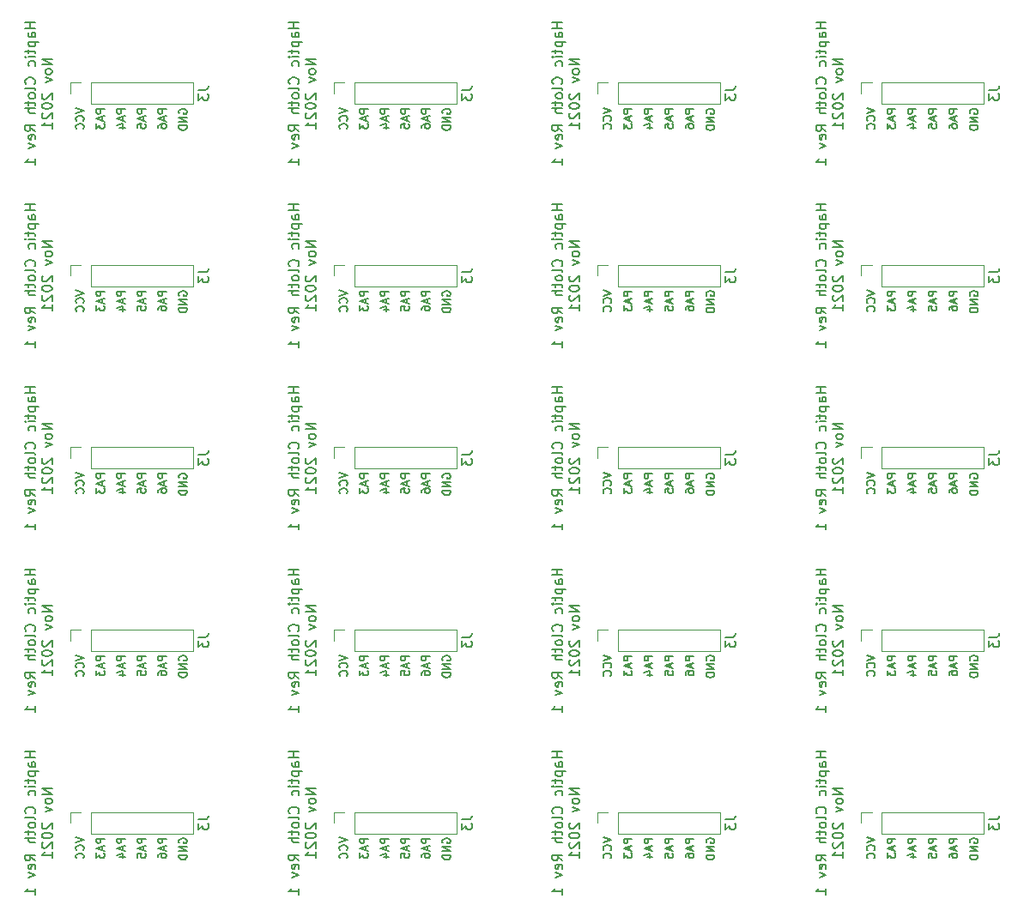
<source format=gbo>
G04 #@! TF.GenerationSoftware,KiCad,Pcbnew,(5.1.8)-1*
G04 #@! TF.CreationDate,2021-11-11T20:38:59+08:00*
G04 #@! TF.ProjectId,vibro-cloth-panelized,76696272-6f2d-4636-9c6f-74682d70616e,rev?*
G04 #@! TF.SameCoordinates,Original*
G04 #@! TF.FileFunction,Legend,Bot*
G04 #@! TF.FilePolarity,Positive*
%FSLAX46Y46*%
G04 Gerber Fmt 4.6, Leading zero omitted, Abs format (unit mm)*
G04 Created by KiCad (PCBNEW (5.1.8)-1) date 2021-11-11 20:38:59*
%MOMM*%
%LPD*%
G01*
G04 APERTURE LIST*
%ADD10C,0.150000*%
%ADD11C,0.120000*%
%ADD12C,1.500000*%
%ADD13C,2.500000*%
%ADD14R,1.000000X1.000000*%
%ADD15C,1.000000*%
%ADD16R,1.350000X1.350000*%
%ADD17O,1.350000X1.350000*%
G04 APERTURE END LIST*
D10*
X137313932Y-131558013D02*
X136513932Y-131558013D01*
X136513932Y-131862775D01*
X136552028Y-131938965D01*
X136590123Y-131977060D01*
X136666313Y-132015156D01*
X136780599Y-132015156D01*
X136856789Y-131977060D01*
X136894885Y-131938965D01*
X136932980Y-131862775D01*
X136932980Y-131558013D01*
X137085361Y-132319917D02*
X137085361Y-132700870D01*
X137313932Y-132243727D02*
X136513932Y-132510394D01*
X137313932Y-132777060D01*
X136513932Y-132967537D02*
X136513932Y-133462775D01*
X136818694Y-133196108D01*
X136818694Y-133310394D01*
X136856789Y-133386584D01*
X136894885Y-133424679D01*
X136971075Y-133462775D01*
X137161551Y-133462775D01*
X137237742Y-133424679D01*
X137275837Y-133386584D01*
X137313932Y-133310394D01*
X137313932Y-133081822D01*
X137275837Y-133005632D01*
X137237742Y-132967537D01*
X134481932Y-131443727D02*
X135281932Y-131710394D01*
X134481932Y-131977060D01*
X135205742Y-132700870D02*
X135243837Y-132662775D01*
X135281932Y-132548489D01*
X135281932Y-132472298D01*
X135243837Y-132358013D01*
X135167647Y-132281822D01*
X135091456Y-132243727D01*
X134939075Y-132205632D01*
X134824789Y-132205632D01*
X134672408Y-132243727D01*
X134596218Y-132281822D01*
X134520028Y-132358013D01*
X134481932Y-132472298D01*
X134481932Y-132548489D01*
X134520028Y-132662775D01*
X134558123Y-132700870D01*
X135205742Y-133500870D02*
X135243837Y-133462775D01*
X135281932Y-133348489D01*
X135281932Y-133272298D01*
X135243837Y-133158013D01*
X135167647Y-133081822D01*
X135091456Y-133043727D01*
X134939075Y-133005632D01*
X134824789Y-133005632D01*
X134672408Y-133043727D01*
X134596218Y-133081822D01*
X134520028Y-133158013D01*
X134481932Y-133272298D01*
X134481932Y-133348489D01*
X134520028Y-133462775D01*
X134558123Y-133500870D01*
X139345932Y-131558013D02*
X138545932Y-131558013D01*
X138545932Y-131862775D01*
X138584028Y-131938965D01*
X138622123Y-131977060D01*
X138698313Y-132015156D01*
X138812599Y-132015156D01*
X138888789Y-131977060D01*
X138926885Y-131938965D01*
X138964980Y-131862775D01*
X138964980Y-131558013D01*
X139117361Y-132319917D02*
X139117361Y-132700870D01*
X139345932Y-132243727D02*
X138545932Y-132510394D01*
X139345932Y-132777060D01*
X138812599Y-133386584D02*
X139345932Y-133386584D01*
X138507837Y-133196108D02*
X139079266Y-133005632D01*
X139079266Y-133500870D01*
X141377932Y-131558013D02*
X140577932Y-131558013D01*
X140577932Y-131862775D01*
X140616028Y-131938965D01*
X140654123Y-131977060D01*
X140730313Y-132015156D01*
X140844599Y-132015156D01*
X140920789Y-131977060D01*
X140958885Y-131938965D01*
X140996980Y-131862775D01*
X140996980Y-131558013D01*
X141149361Y-132319917D02*
X141149361Y-132700870D01*
X141377932Y-132243727D02*
X140577932Y-132510394D01*
X141377932Y-132777060D01*
X140577932Y-133424679D02*
X140577932Y-133043727D01*
X140958885Y-133005632D01*
X140920789Y-133043727D01*
X140882694Y-133119917D01*
X140882694Y-133310394D01*
X140920789Y-133386584D01*
X140958885Y-133424679D01*
X141035075Y-133462775D01*
X141225551Y-133462775D01*
X141301742Y-133424679D01*
X141339837Y-133386584D01*
X141377932Y-133310394D01*
X141377932Y-133119917D01*
X141339837Y-133043727D01*
X141301742Y-133005632D01*
X143409932Y-131558013D02*
X142609932Y-131558013D01*
X142609932Y-131862775D01*
X142648028Y-131938965D01*
X142686123Y-131977060D01*
X142762313Y-132015156D01*
X142876599Y-132015156D01*
X142952789Y-131977060D01*
X142990885Y-131938965D01*
X143028980Y-131862775D01*
X143028980Y-131558013D01*
X143181361Y-132319917D02*
X143181361Y-132700870D01*
X143409932Y-132243727D02*
X142609932Y-132510394D01*
X143409932Y-132777060D01*
X142609932Y-133386584D02*
X142609932Y-133234203D01*
X142648028Y-133158013D01*
X142686123Y-133119917D01*
X142800408Y-133043727D01*
X142952789Y-133005632D01*
X143257551Y-133005632D01*
X143333742Y-133043727D01*
X143371837Y-133081822D01*
X143409932Y-133158013D01*
X143409932Y-133310394D01*
X143371837Y-133386584D01*
X143333742Y-133424679D01*
X143257551Y-133462775D01*
X143067075Y-133462775D01*
X142990885Y-133424679D01*
X142952789Y-133386584D01*
X142914694Y-133310394D01*
X142914694Y-133158013D01*
X142952789Y-133081822D01*
X142990885Y-133043727D01*
X143067075Y-133005632D01*
X144680028Y-131977060D02*
X144641932Y-131900870D01*
X144641932Y-131786584D01*
X144680028Y-131672298D01*
X144756218Y-131596108D01*
X144832408Y-131558013D01*
X144984789Y-131519917D01*
X145099075Y-131519917D01*
X145251456Y-131558013D01*
X145327647Y-131596108D01*
X145403837Y-131672298D01*
X145441932Y-131786584D01*
X145441932Y-131862775D01*
X145403837Y-131977060D01*
X145365742Y-132015156D01*
X145099075Y-132015156D01*
X145099075Y-131862775D01*
X145441932Y-132358013D02*
X144641932Y-132358013D01*
X145441932Y-132815156D01*
X144641932Y-132815156D01*
X145441932Y-133196108D02*
X144641932Y-133196108D01*
X144641932Y-133386584D01*
X144680028Y-133500870D01*
X144756218Y-133577060D01*
X144832408Y-133615156D01*
X144984789Y-133653251D01*
X145099075Y-133653251D01*
X145251456Y-133615156D01*
X145327647Y-133577060D01*
X145403837Y-133500870D01*
X145441932Y-133386584D01*
X145441932Y-133196108D01*
X130483408Y-122976227D02*
X129483408Y-122976227D01*
X129959599Y-122976227D02*
X129959599Y-123547656D01*
X130483408Y-123547656D02*
X129483408Y-123547656D01*
X130483408Y-124452417D02*
X129959599Y-124452417D01*
X129864361Y-124404798D01*
X129816742Y-124309560D01*
X129816742Y-124119084D01*
X129864361Y-124023846D01*
X130435789Y-124452417D02*
X130483408Y-124357179D01*
X130483408Y-124119084D01*
X130435789Y-124023846D01*
X130340551Y-123976227D01*
X130245313Y-123976227D01*
X130150075Y-124023846D01*
X130102456Y-124119084D01*
X130102456Y-124357179D01*
X130054837Y-124452417D01*
X129816742Y-124928608D02*
X130816742Y-124928608D01*
X129864361Y-124928608D02*
X129816742Y-125023846D01*
X129816742Y-125214322D01*
X129864361Y-125309560D01*
X129911980Y-125357179D01*
X130007218Y-125404798D01*
X130292932Y-125404798D01*
X130388170Y-125357179D01*
X130435789Y-125309560D01*
X130483408Y-125214322D01*
X130483408Y-125023846D01*
X130435789Y-124928608D01*
X129816742Y-125690513D02*
X129816742Y-126071465D01*
X129483408Y-125833370D02*
X130340551Y-125833370D01*
X130435789Y-125880989D01*
X130483408Y-125976227D01*
X130483408Y-126071465D01*
X130483408Y-126404798D02*
X129816742Y-126404798D01*
X129483408Y-126404798D02*
X129531028Y-126357179D01*
X129578647Y-126404798D01*
X129531028Y-126452417D01*
X129483408Y-126404798D01*
X129578647Y-126404798D01*
X130435789Y-127309560D02*
X130483408Y-127214322D01*
X130483408Y-127023846D01*
X130435789Y-126928608D01*
X130388170Y-126880989D01*
X130292932Y-126833370D01*
X130007218Y-126833370D01*
X129911980Y-126880989D01*
X129864361Y-126928608D01*
X129816742Y-127023846D01*
X129816742Y-127214322D01*
X129864361Y-127309560D01*
X130388170Y-129071465D02*
X130435789Y-129023846D01*
X130483408Y-128880989D01*
X130483408Y-128785751D01*
X130435789Y-128642894D01*
X130340551Y-128547656D01*
X130245313Y-128500037D01*
X130054837Y-128452417D01*
X129911980Y-128452417D01*
X129721504Y-128500037D01*
X129626266Y-128547656D01*
X129531028Y-128642894D01*
X129483408Y-128785751D01*
X129483408Y-128880989D01*
X129531028Y-129023846D01*
X129578647Y-129071465D01*
X130483408Y-129642894D02*
X130435789Y-129547656D01*
X130340551Y-129500037D01*
X129483408Y-129500037D01*
X130483408Y-130166703D02*
X130435789Y-130071465D01*
X130388170Y-130023846D01*
X130292932Y-129976227D01*
X130007218Y-129976227D01*
X129911980Y-130023846D01*
X129864361Y-130071465D01*
X129816742Y-130166703D01*
X129816742Y-130309560D01*
X129864361Y-130404798D01*
X129911980Y-130452417D01*
X130007218Y-130500037D01*
X130292932Y-130500037D01*
X130388170Y-130452417D01*
X130435789Y-130404798D01*
X130483408Y-130309560D01*
X130483408Y-130166703D01*
X129816742Y-130785751D02*
X129816742Y-131166703D01*
X129483408Y-130928608D02*
X130340551Y-130928608D01*
X130435789Y-130976227D01*
X130483408Y-131071465D01*
X130483408Y-131166703D01*
X130483408Y-131500037D02*
X129483408Y-131500037D01*
X130483408Y-131928608D02*
X129959599Y-131928608D01*
X129864361Y-131880989D01*
X129816742Y-131785751D01*
X129816742Y-131642894D01*
X129864361Y-131547656D01*
X129911980Y-131500037D01*
X130483408Y-133738132D02*
X130007218Y-133404798D01*
X130483408Y-133166703D02*
X129483408Y-133166703D01*
X129483408Y-133547656D01*
X129531028Y-133642894D01*
X129578647Y-133690513D01*
X129673885Y-133738132D01*
X129816742Y-133738132D01*
X129911980Y-133690513D01*
X129959599Y-133642894D01*
X130007218Y-133547656D01*
X130007218Y-133166703D01*
X130435789Y-134547656D02*
X130483408Y-134452417D01*
X130483408Y-134261941D01*
X130435789Y-134166703D01*
X130340551Y-134119084D01*
X129959599Y-134119084D01*
X129864361Y-134166703D01*
X129816742Y-134261941D01*
X129816742Y-134452417D01*
X129864361Y-134547656D01*
X129959599Y-134595275D01*
X130054837Y-134595275D01*
X130150075Y-134119084D01*
X129816742Y-134928608D02*
X130483408Y-135166703D01*
X129816742Y-135404798D01*
X130483408Y-137071465D02*
X130483408Y-136500037D01*
X130483408Y-136785751D02*
X129483408Y-136785751D01*
X129626266Y-136690513D01*
X129721504Y-136595275D01*
X129769123Y-136500037D01*
X132133408Y-126595275D02*
X131133408Y-126595275D01*
X132133408Y-127166703D01*
X131133408Y-127166703D01*
X132133408Y-127785751D02*
X132085789Y-127690513D01*
X132038170Y-127642894D01*
X131942932Y-127595275D01*
X131657218Y-127595275D01*
X131561980Y-127642894D01*
X131514361Y-127690513D01*
X131466742Y-127785751D01*
X131466742Y-127928608D01*
X131514361Y-128023846D01*
X131561980Y-128071465D01*
X131657218Y-128119084D01*
X131942932Y-128119084D01*
X132038170Y-128071465D01*
X132085789Y-128023846D01*
X132133408Y-127928608D01*
X132133408Y-127785751D01*
X131466742Y-128452417D02*
X132133408Y-128690513D01*
X131466742Y-128928608D01*
X131228647Y-130023846D02*
X131181028Y-130071465D01*
X131133408Y-130166703D01*
X131133408Y-130404798D01*
X131181028Y-130500037D01*
X131228647Y-130547656D01*
X131323885Y-130595275D01*
X131419123Y-130595275D01*
X131561980Y-130547656D01*
X132133408Y-129976227D01*
X132133408Y-130595275D01*
X131133408Y-131214322D02*
X131133408Y-131309560D01*
X131181028Y-131404798D01*
X131228647Y-131452417D01*
X131323885Y-131500037D01*
X131514361Y-131547656D01*
X131752456Y-131547656D01*
X131942932Y-131500037D01*
X132038170Y-131452417D01*
X132085789Y-131404798D01*
X132133408Y-131309560D01*
X132133408Y-131214322D01*
X132085789Y-131119084D01*
X132038170Y-131071465D01*
X131942932Y-131023846D01*
X131752456Y-130976227D01*
X131514361Y-130976227D01*
X131323885Y-131023846D01*
X131228647Y-131071465D01*
X131181028Y-131119084D01*
X131133408Y-131214322D01*
X131228647Y-131928608D02*
X131181028Y-131976227D01*
X131133408Y-132071465D01*
X131133408Y-132309560D01*
X131181028Y-132404798D01*
X131228647Y-132452417D01*
X131323885Y-132500037D01*
X131419123Y-132500037D01*
X131561980Y-132452417D01*
X132133408Y-131880989D01*
X132133408Y-132500037D01*
X132133408Y-133452417D02*
X132133408Y-132880989D01*
X132133408Y-133166703D02*
X131133408Y-133166703D01*
X131276266Y-133071465D01*
X131371504Y-132976227D01*
X131419123Y-132880989D01*
X111313923Y-131558013D02*
X110513923Y-131558013D01*
X110513923Y-131862775D01*
X110552019Y-131938965D01*
X110590114Y-131977060D01*
X110666304Y-132015156D01*
X110780590Y-132015156D01*
X110856780Y-131977060D01*
X110894876Y-131938965D01*
X110932971Y-131862775D01*
X110932971Y-131558013D01*
X111085352Y-132319917D02*
X111085352Y-132700870D01*
X111313923Y-132243727D02*
X110513923Y-132510394D01*
X111313923Y-132777060D01*
X110513923Y-132967537D02*
X110513923Y-133462775D01*
X110818685Y-133196108D01*
X110818685Y-133310394D01*
X110856780Y-133386584D01*
X110894876Y-133424679D01*
X110971066Y-133462775D01*
X111161542Y-133462775D01*
X111237733Y-133424679D01*
X111275828Y-133386584D01*
X111313923Y-133310394D01*
X111313923Y-133081822D01*
X111275828Y-133005632D01*
X111237733Y-132967537D01*
X108481923Y-131443727D02*
X109281923Y-131710394D01*
X108481923Y-131977060D01*
X109205733Y-132700870D02*
X109243828Y-132662775D01*
X109281923Y-132548489D01*
X109281923Y-132472298D01*
X109243828Y-132358013D01*
X109167638Y-132281822D01*
X109091447Y-132243727D01*
X108939066Y-132205632D01*
X108824780Y-132205632D01*
X108672399Y-132243727D01*
X108596209Y-132281822D01*
X108520019Y-132358013D01*
X108481923Y-132472298D01*
X108481923Y-132548489D01*
X108520019Y-132662775D01*
X108558114Y-132700870D01*
X109205733Y-133500870D02*
X109243828Y-133462775D01*
X109281923Y-133348489D01*
X109281923Y-133272298D01*
X109243828Y-133158013D01*
X109167638Y-133081822D01*
X109091447Y-133043727D01*
X108939066Y-133005632D01*
X108824780Y-133005632D01*
X108672399Y-133043727D01*
X108596209Y-133081822D01*
X108520019Y-133158013D01*
X108481923Y-133272298D01*
X108481923Y-133348489D01*
X108520019Y-133462775D01*
X108558114Y-133500870D01*
X113345923Y-131558013D02*
X112545923Y-131558013D01*
X112545923Y-131862775D01*
X112584019Y-131938965D01*
X112622114Y-131977060D01*
X112698304Y-132015156D01*
X112812590Y-132015156D01*
X112888780Y-131977060D01*
X112926876Y-131938965D01*
X112964971Y-131862775D01*
X112964971Y-131558013D01*
X113117352Y-132319917D02*
X113117352Y-132700870D01*
X113345923Y-132243727D02*
X112545923Y-132510394D01*
X113345923Y-132777060D01*
X112812590Y-133386584D02*
X113345923Y-133386584D01*
X112507828Y-133196108D02*
X113079257Y-133005632D01*
X113079257Y-133500870D01*
X115377923Y-131558013D02*
X114577923Y-131558013D01*
X114577923Y-131862775D01*
X114616019Y-131938965D01*
X114654114Y-131977060D01*
X114730304Y-132015156D01*
X114844590Y-132015156D01*
X114920780Y-131977060D01*
X114958876Y-131938965D01*
X114996971Y-131862775D01*
X114996971Y-131558013D01*
X115149352Y-132319917D02*
X115149352Y-132700870D01*
X115377923Y-132243727D02*
X114577923Y-132510394D01*
X115377923Y-132777060D01*
X114577923Y-133424679D02*
X114577923Y-133043727D01*
X114958876Y-133005632D01*
X114920780Y-133043727D01*
X114882685Y-133119917D01*
X114882685Y-133310394D01*
X114920780Y-133386584D01*
X114958876Y-133424679D01*
X115035066Y-133462775D01*
X115225542Y-133462775D01*
X115301733Y-133424679D01*
X115339828Y-133386584D01*
X115377923Y-133310394D01*
X115377923Y-133119917D01*
X115339828Y-133043727D01*
X115301733Y-133005632D01*
X117409923Y-131558013D02*
X116609923Y-131558013D01*
X116609923Y-131862775D01*
X116648019Y-131938965D01*
X116686114Y-131977060D01*
X116762304Y-132015156D01*
X116876590Y-132015156D01*
X116952780Y-131977060D01*
X116990876Y-131938965D01*
X117028971Y-131862775D01*
X117028971Y-131558013D01*
X117181352Y-132319917D02*
X117181352Y-132700870D01*
X117409923Y-132243727D02*
X116609923Y-132510394D01*
X117409923Y-132777060D01*
X116609923Y-133386584D02*
X116609923Y-133234203D01*
X116648019Y-133158013D01*
X116686114Y-133119917D01*
X116800399Y-133043727D01*
X116952780Y-133005632D01*
X117257542Y-133005632D01*
X117333733Y-133043727D01*
X117371828Y-133081822D01*
X117409923Y-133158013D01*
X117409923Y-133310394D01*
X117371828Y-133386584D01*
X117333733Y-133424679D01*
X117257542Y-133462775D01*
X117067066Y-133462775D01*
X116990876Y-133424679D01*
X116952780Y-133386584D01*
X116914685Y-133310394D01*
X116914685Y-133158013D01*
X116952780Y-133081822D01*
X116990876Y-133043727D01*
X117067066Y-133005632D01*
X118680019Y-131977060D02*
X118641923Y-131900870D01*
X118641923Y-131786584D01*
X118680019Y-131672298D01*
X118756209Y-131596108D01*
X118832399Y-131558013D01*
X118984780Y-131519917D01*
X119099066Y-131519917D01*
X119251447Y-131558013D01*
X119327638Y-131596108D01*
X119403828Y-131672298D01*
X119441923Y-131786584D01*
X119441923Y-131862775D01*
X119403828Y-131977060D01*
X119365733Y-132015156D01*
X119099066Y-132015156D01*
X119099066Y-131862775D01*
X119441923Y-132358013D02*
X118641923Y-132358013D01*
X119441923Y-132815156D01*
X118641923Y-132815156D01*
X119441923Y-133196108D02*
X118641923Y-133196108D01*
X118641923Y-133386584D01*
X118680019Y-133500870D01*
X118756209Y-133577060D01*
X118832399Y-133615156D01*
X118984780Y-133653251D01*
X119099066Y-133653251D01*
X119251447Y-133615156D01*
X119327638Y-133577060D01*
X119403828Y-133500870D01*
X119441923Y-133386584D01*
X119441923Y-133196108D01*
X104483399Y-122976227D02*
X103483399Y-122976227D01*
X103959590Y-122976227D02*
X103959590Y-123547656D01*
X104483399Y-123547656D02*
X103483399Y-123547656D01*
X104483399Y-124452417D02*
X103959590Y-124452417D01*
X103864352Y-124404798D01*
X103816733Y-124309560D01*
X103816733Y-124119084D01*
X103864352Y-124023846D01*
X104435780Y-124452417D02*
X104483399Y-124357179D01*
X104483399Y-124119084D01*
X104435780Y-124023846D01*
X104340542Y-123976227D01*
X104245304Y-123976227D01*
X104150066Y-124023846D01*
X104102447Y-124119084D01*
X104102447Y-124357179D01*
X104054828Y-124452417D01*
X103816733Y-124928608D02*
X104816733Y-124928608D01*
X103864352Y-124928608D02*
X103816733Y-125023846D01*
X103816733Y-125214322D01*
X103864352Y-125309560D01*
X103911971Y-125357179D01*
X104007209Y-125404798D01*
X104292923Y-125404798D01*
X104388161Y-125357179D01*
X104435780Y-125309560D01*
X104483399Y-125214322D01*
X104483399Y-125023846D01*
X104435780Y-124928608D01*
X103816733Y-125690513D02*
X103816733Y-126071465D01*
X103483399Y-125833370D02*
X104340542Y-125833370D01*
X104435780Y-125880989D01*
X104483399Y-125976227D01*
X104483399Y-126071465D01*
X104483399Y-126404798D02*
X103816733Y-126404798D01*
X103483399Y-126404798D02*
X103531019Y-126357179D01*
X103578638Y-126404798D01*
X103531019Y-126452417D01*
X103483399Y-126404798D01*
X103578638Y-126404798D01*
X104435780Y-127309560D02*
X104483399Y-127214322D01*
X104483399Y-127023846D01*
X104435780Y-126928608D01*
X104388161Y-126880989D01*
X104292923Y-126833370D01*
X104007209Y-126833370D01*
X103911971Y-126880989D01*
X103864352Y-126928608D01*
X103816733Y-127023846D01*
X103816733Y-127214322D01*
X103864352Y-127309560D01*
X104388161Y-129071465D02*
X104435780Y-129023846D01*
X104483399Y-128880989D01*
X104483399Y-128785751D01*
X104435780Y-128642894D01*
X104340542Y-128547656D01*
X104245304Y-128500037D01*
X104054828Y-128452417D01*
X103911971Y-128452417D01*
X103721495Y-128500037D01*
X103626257Y-128547656D01*
X103531019Y-128642894D01*
X103483399Y-128785751D01*
X103483399Y-128880989D01*
X103531019Y-129023846D01*
X103578638Y-129071465D01*
X104483399Y-129642894D02*
X104435780Y-129547656D01*
X104340542Y-129500037D01*
X103483399Y-129500037D01*
X104483399Y-130166703D02*
X104435780Y-130071465D01*
X104388161Y-130023846D01*
X104292923Y-129976227D01*
X104007209Y-129976227D01*
X103911971Y-130023846D01*
X103864352Y-130071465D01*
X103816733Y-130166703D01*
X103816733Y-130309560D01*
X103864352Y-130404798D01*
X103911971Y-130452417D01*
X104007209Y-130500037D01*
X104292923Y-130500037D01*
X104388161Y-130452417D01*
X104435780Y-130404798D01*
X104483399Y-130309560D01*
X104483399Y-130166703D01*
X103816733Y-130785751D02*
X103816733Y-131166703D01*
X103483399Y-130928608D02*
X104340542Y-130928608D01*
X104435780Y-130976227D01*
X104483399Y-131071465D01*
X104483399Y-131166703D01*
X104483399Y-131500037D02*
X103483399Y-131500037D01*
X104483399Y-131928608D02*
X103959590Y-131928608D01*
X103864352Y-131880989D01*
X103816733Y-131785751D01*
X103816733Y-131642894D01*
X103864352Y-131547656D01*
X103911971Y-131500037D01*
X104483399Y-133738132D02*
X104007209Y-133404798D01*
X104483399Y-133166703D02*
X103483399Y-133166703D01*
X103483399Y-133547656D01*
X103531019Y-133642894D01*
X103578638Y-133690513D01*
X103673876Y-133738132D01*
X103816733Y-133738132D01*
X103911971Y-133690513D01*
X103959590Y-133642894D01*
X104007209Y-133547656D01*
X104007209Y-133166703D01*
X104435780Y-134547656D02*
X104483399Y-134452417D01*
X104483399Y-134261941D01*
X104435780Y-134166703D01*
X104340542Y-134119084D01*
X103959590Y-134119084D01*
X103864352Y-134166703D01*
X103816733Y-134261941D01*
X103816733Y-134452417D01*
X103864352Y-134547656D01*
X103959590Y-134595275D01*
X104054828Y-134595275D01*
X104150066Y-134119084D01*
X103816733Y-134928608D02*
X104483399Y-135166703D01*
X103816733Y-135404798D01*
X104483399Y-137071465D02*
X104483399Y-136500037D01*
X104483399Y-136785751D02*
X103483399Y-136785751D01*
X103626257Y-136690513D01*
X103721495Y-136595275D01*
X103769114Y-136500037D01*
X106133399Y-126595275D02*
X105133399Y-126595275D01*
X106133399Y-127166703D01*
X105133399Y-127166703D01*
X106133399Y-127785751D02*
X106085780Y-127690513D01*
X106038161Y-127642894D01*
X105942923Y-127595275D01*
X105657209Y-127595275D01*
X105561971Y-127642894D01*
X105514352Y-127690513D01*
X105466733Y-127785751D01*
X105466733Y-127928608D01*
X105514352Y-128023846D01*
X105561971Y-128071465D01*
X105657209Y-128119084D01*
X105942923Y-128119084D01*
X106038161Y-128071465D01*
X106085780Y-128023846D01*
X106133399Y-127928608D01*
X106133399Y-127785751D01*
X105466733Y-128452417D02*
X106133399Y-128690513D01*
X105466733Y-128928608D01*
X105228638Y-130023846D02*
X105181019Y-130071465D01*
X105133399Y-130166703D01*
X105133399Y-130404798D01*
X105181019Y-130500037D01*
X105228638Y-130547656D01*
X105323876Y-130595275D01*
X105419114Y-130595275D01*
X105561971Y-130547656D01*
X106133399Y-129976227D01*
X106133399Y-130595275D01*
X105133399Y-131214322D02*
X105133399Y-131309560D01*
X105181019Y-131404798D01*
X105228638Y-131452417D01*
X105323876Y-131500037D01*
X105514352Y-131547656D01*
X105752447Y-131547656D01*
X105942923Y-131500037D01*
X106038161Y-131452417D01*
X106085780Y-131404798D01*
X106133399Y-131309560D01*
X106133399Y-131214322D01*
X106085780Y-131119084D01*
X106038161Y-131071465D01*
X105942923Y-131023846D01*
X105752447Y-130976227D01*
X105514352Y-130976227D01*
X105323876Y-131023846D01*
X105228638Y-131071465D01*
X105181019Y-131119084D01*
X105133399Y-131214322D01*
X105228638Y-131928608D02*
X105181019Y-131976227D01*
X105133399Y-132071465D01*
X105133399Y-132309560D01*
X105181019Y-132404798D01*
X105228638Y-132452417D01*
X105323876Y-132500037D01*
X105419114Y-132500037D01*
X105561971Y-132452417D01*
X106133399Y-131880989D01*
X106133399Y-132500037D01*
X106133399Y-133452417D02*
X106133399Y-132880989D01*
X106133399Y-133166703D02*
X105133399Y-133166703D01*
X105276257Y-133071465D01*
X105371495Y-132976227D01*
X105419114Y-132880989D01*
X85313914Y-131558013D02*
X84513914Y-131558013D01*
X84513914Y-131862775D01*
X84552010Y-131938965D01*
X84590105Y-131977060D01*
X84666295Y-132015156D01*
X84780581Y-132015156D01*
X84856771Y-131977060D01*
X84894867Y-131938965D01*
X84932962Y-131862775D01*
X84932962Y-131558013D01*
X85085343Y-132319917D02*
X85085343Y-132700870D01*
X85313914Y-132243727D02*
X84513914Y-132510394D01*
X85313914Y-132777060D01*
X84513914Y-132967537D02*
X84513914Y-133462775D01*
X84818676Y-133196108D01*
X84818676Y-133310394D01*
X84856771Y-133386584D01*
X84894867Y-133424679D01*
X84971057Y-133462775D01*
X85161533Y-133462775D01*
X85237724Y-133424679D01*
X85275819Y-133386584D01*
X85313914Y-133310394D01*
X85313914Y-133081822D01*
X85275819Y-133005632D01*
X85237724Y-132967537D01*
X82481914Y-131443727D02*
X83281914Y-131710394D01*
X82481914Y-131977060D01*
X83205724Y-132700870D02*
X83243819Y-132662775D01*
X83281914Y-132548489D01*
X83281914Y-132472298D01*
X83243819Y-132358013D01*
X83167629Y-132281822D01*
X83091438Y-132243727D01*
X82939057Y-132205632D01*
X82824771Y-132205632D01*
X82672390Y-132243727D01*
X82596200Y-132281822D01*
X82520010Y-132358013D01*
X82481914Y-132472298D01*
X82481914Y-132548489D01*
X82520010Y-132662775D01*
X82558105Y-132700870D01*
X83205724Y-133500870D02*
X83243819Y-133462775D01*
X83281914Y-133348489D01*
X83281914Y-133272298D01*
X83243819Y-133158013D01*
X83167629Y-133081822D01*
X83091438Y-133043727D01*
X82939057Y-133005632D01*
X82824771Y-133005632D01*
X82672390Y-133043727D01*
X82596200Y-133081822D01*
X82520010Y-133158013D01*
X82481914Y-133272298D01*
X82481914Y-133348489D01*
X82520010Y-133462775D01*
X82558105Y-133500870D01*
X87345914Y-131558013D02*
X86545914Y-131558013D01*
X86545914Y-131862775D01*
X86584010Y-131938965D01*
X86622105Y-131977060D01*
X86698295Y-132015156D01*
X86812581Y-132015156D01*
X86888771Y-131977060D01*
X86926867Y-131938965D01*
X86964962Y-131862775D01*
X86964962Y-131558013D01*
X87117343Y-132319917D02*
X87117343Y-132700870D01*
X87345914Y-132243727D02*
X86545914Y-132510394D01*
X87345914Y-132777060D01*
X86812581Y-133386584D02*
X87345914Y-133386584D01*
X86507819Y-133196108D02*
X87079248Y-133005632D01*
X87079248Y-133500870D01*
X89377914Y-131558013D02*
X88577914Y-131558013D01*
X88577914Y-131862775D01*
X88616010Y-131938965D01*
X88654105Y-131977060D01*
X88730295Y-132015156D01*
X88844581Y-132015156D01*
X88920771Y-131977060D01*
X88958867Y-131938965D01*
X88996962Y-131862775D01*
X88996962Y-131558013D01*
X89149343Y-132319917D02*
X89149343Y-132700870D01*
X89377914Y-132243727D02*
X88577914Y-132510394D01*
X89377914Y-132777060D01*
X88577914Y-133424679D02*
X88577914Y-133043727D01*
X88958867Y-133005632D01*
X88920771Y-133043727D01*
X88882676Y-133119917D01*
X88882676Y-133310394D01*
X88920771Y-133386584D01*
X88958867Y-133424679D01*
X89035057Y-133462775D01*
X89225533Y-133462775D01*
X89301724Y-133424679D01*
X89339819Y-133386584D01*
X89377914Y-133310394D01*
X89377914Y-133119917D01*
X89339819Y-133043727D01*
X89301724Y-133005632D01*
X91409914Y-131558013D02*
X90609914Y-131558013D01*
X90609914Y-131862775D01*
X90648010Y-131938965D01*
X90686105Y-131977060D01*
X90762295Y-132015156D01*
X90876581Y-132015156D01*
X90952771Y-131977060D01*
X90990867Y-131938965D01*
X91028962Y-131862775D01*
X91028962Y-131558013D01*
X91181343Y-132319917D02*
X91181343Y-132700870D01*
X91409914Y-132243727D02*
X90609914Y-132510394D01*
X91409914Y-132777060D01*
X90609914Y-133386584D02*
X90609914Y-133234203D01*
X90648010Y-133158013D01*
X90686105Y-133119917D01*
X90800390Y-133043727D01*
X90952771Y-133005632D01*
X91257533Y-133005632D01*
X91333724Y-133043727D01*
X91371819Y-133081822D01*
X91409914Y-133158013D01*
X91409914Y-133310394D01*
X91371819Y-133386584D01*
X91333724Y-133424679D01*
X91257533Y-133462775D01*
X91067057Y-133462775D01*
X90990867Y-133424679D01*
X90952771Y-133386584D01*
X90914676Y-133310394D01*
X90914676Y-133158013D01*
X90952771Y-133081822D01*
X90990867Y-133043727D01*
X91067057Y-133005632D01*
X92680010Y-131977060D02*
X92641914Y-131900870D01*
X92641914Y-131786584D01*
X92680010Y-131672298D01*
X92756200Y-131596108D01*
X92832390Y-131558013D01*
X92984771Y-131519917D01*
X93099057Y-131519917D01*
X93251438Y-131558013D01*
X93327629Y-131596108D01*
X93403819Y-131672298D01*
X93441914Y-131786584D01*
X93441914Y-131862775D01*
X93403819Y-131977060D01*
X93365724Y-132015156D01*
X93099057Y-132015156D01*
X93099057Y-131862775D01*
X93441914Y-132358013D02*
X92641914Y-132358013D01*
X93441914Y-132815156D01*
X92641914Y-132815156D01*
X93441914Y-133196108D02*
X92641914Y-133196108D01*
X92641914Y-133386584D01*
X92680010Y-133500870D01*
X92756200Y-133577060D01*
X92832390Y-133615156D01*
X92984771Y-133653251D01*
X93099057Y-133653251D01*
X93251438Y-133615156D01*
X93327629Y-133577060D01*
X93403819Y-133500870D01*
X93441914Y-133386584D01*
X93441914Y-133196108D01*
X78483390Y-122976227D02*
X77483390Y-122976227D01*
X77959581Y-122976227D02*
X77959581Y-123547656D01*
X78483390Y-123547656D02*
X77483390Y-123547656D01*
X78483390Y-124452417D02*
X77959581Y-124452417D01*
X77864343Y-124404798D01*
X77816724Y-124309560D01*
X77816724Y-124119084D01*
X77864343Y-124023846D01*
X78435771Y-124452417D02*
X78483390Y-124357179D01*
X78483390Y-124119084D01*
X78435771Y-124023846D01*
X78340533Y-123976227D01*
X78245295Y-123976227D01*
X78150057Y-124023846D01*
X78102438Y-124119084D01*
X78102438Y-124357179D01*
X78054819Y-124452417D01*
X77816724Y-124928608D02*
X78816724Y-124928608D01*
X77864343Y-124928608D02*
X77816724Y-125023846D01*
X77816724Y-125214322D01*
X77864343Y-125309560D01*
X77911962Y-125357179D01*
X78007200Y-125404798D01*
X78292914Y-125404798D01*
X78388152Y-125357179D01*
X78435771Y-125309560D01*
X78483390Y-125214322D01*
X78483390Y-125023846D01*
X78435771Y-124928608D01*
X77816724Y-125690513D02*
X77816724Y-126071465D01*
X77483390Y-125833370D02*
X78340533Y-125833370D01*
X78435771Y-125880989D01*
X78483390Y-125976227D01*
X78483390Y-126071465D01*
X78483390Y-126404798D02*
X77816724Y-126404798D01*
X77483390Y-126404798D02*
X77531010Y-126357179D01*
X77578629Y-126404798D01*
X77531010Y-126452417D01*
X77483390Y-126404798D01*
X77578629Y-126404798D01*
X78435771Y-127309560D02*
X78483390Y-127214322D01*
X78483390Y-127023846D01*
X78435771Y-126928608D01*
X78388152Y-126880989D01*
X78292914Y-126833370D01*
X78007200Y-126833370D01*
X77911962Y-126880989D01*
X77864343Y-126928608D01*
X77816724Y-127023846D01*
X77816724Y-127214322D01*
X77864343Y-127309560D01*
X78388152Y-129071465D02*
X78435771Y-129023846D01*
X78483390Y-128880989D01*
X78483390Y-128785751D01*
X78435771Y-128642894D01*
X78340533Y-128547656D01*
X78245295Y-128500037D01*
X78054819Y-128452417D01*
X77911962Y-128452417D01*
X77721486Y-128500037D01*
X77626248Y-128547656D01*
X77531010Y-128642894D01*
X77483390Y-128785751D01*
X77483390Y-128880989D01*
X77531010Y-129023846D01*
X77578629Y-129071465D01*
X78483390Y-129642894D02*
X78435771Y-129547656D01*
X78340533Y-129500037D01*
X77483390Y-129500037D01*
X78483390Y-130166703D02*
X78435771Y-130071465D01*
X78388152Y-130023846D01*
X78292914Y-129976227D01*
X78007200Y-129976227D01*
X77911962Y-130023846D01*
X77864343Y-130071465D01*
X77816724Y-130166703D01*
X77816724Y-130309560D01*
X77864343Y-130404798D01*
X77911962Y-130452417D01*
X78007200Y-130500037D01*
X78292914Y-130500037D01*
X78388152Y-130452417D01*
X78435771Y-130404798D01*
X78483390Y-130309560D01*
X78483390Y-130166703D01*
X77816724Y-130785751D02*
X77816724Y-131166703D01*
X77483390Y-130928608D02*
X78340533Y-130928608D01*
X78435771Y-130976227D01*
X78483390Y-131071465D01*
X78483390Y-131166703D01*
X78483390Y-131500037D02*
X77483390Y-131500037D01*
X78483390Y-131928608D02*
X77959581Y-131928608D01*
X77864343Y-131880989D01*
X77816724Y-131785751D01*
X77816724Y-131642894D01*
X77864343Y-131547656D01*
X77911962Y-131500037D01*
X78483390Y-133738132D02*
X78007200Y-133404798D01*
X78483390Y-133166703D02*
X77483390Y-133166703D01*
X77483390Y-133547656D01*
X77531010Y-133642894D01*
X77578629Y-133690513D01*
X77673867Y-133738132D01*
X77816724Y-133738132D01*
X77911962Y-133690513D01*
X77959581Y-133642894D01*
X78007200Y-133547656D01*
X78007200Y-133166703D01*
X78435771Y-134547656D02*
X78483390Y-134452417D01*
X78483390Y-134261941D01*
X78435771Y-134166703D01*
X78340533Y-134119084D01*
X77959581Y-134119084D01*
X77864343Y-134166703D01*
X77816724Y-134261941D01*
X77816724Y-134452417D01*
X77864343Y-134547656D01*
X77959581Y-134595275D01*
X78054819Y-134595275D01*
X78150057Y-134119084D01*
X77816724Y-134928608D02*
X78483390Y-135166703D01*
X77816724Y-135404798D01*
X78483390Y-137071465D02*
X78483390Y-136500037D01*
X78483390Y-136785751D02*
X77483390Y-136785751D01*
X77626248Y-136690513D01*
X77721486Y-136595275D01*
X77769105Y-136500037D01*
X80133390Y-126595275D02*
X79133390Y-126595275D01*
X80133390Y-127166703D01*
X79133390Y-127166703D01*
X80133390Y-127785751D02*
X80085771Y-127690513D01*
X80038152Y-127642894D01*
X79942914Y-127595275D01*
X79657200Y-127595275D01*
X79561962Y-127642894D01*
X79514343Y-127690513D01*
X79466724Y-127785751D01*
X79466724Y-127928608D01*
X79514343Y-128023846D01*
X79561962Y-128071465D01*
X79657200Y-128119084D01*
X79942914Y-128119084D01*
X80038152Y-128071465D01*
X80085771Y-128023846D01*
X80133390Y-127928608D01*
X80133390Y-127785751D01*
X79466724Y-128452417D02*
X80133390Y-128690513D01*
X79466724Y-128928608D01*
X79228629Y-130023846D02*
X79181010Y-130071465D01*
X79133390Y-130166703D01*
X79133390Y-130404798D01*
X79181010Y-130500037D01*
X79228629Y-130547656D01*
X79323867Y-130595275D01*
X79419105Y-130595275D01*
X79561962Y-130547656D01*
X80133390Y-129976227D01*
X80133390Y-130595275D01*
X79133390Y-131214322D02*
X79133390Y-131309560D01*
X79181010Y-131404798D01*
X79228629Y-131452417D01*
X79323867Y-131500037D01*
X79514343Y-131547656D01*
X79752438Y-131547656D01*
X79942914Y-131500037D01*
X80038152Y-131452417D01*
X80085771Y-131404798D01*
X80133390Y-131309560D01*
X80133390Y-131214322D01*
X80085771Y-131119084D01*
X80038152Y-131071465D01*
X79942914Y-131023846D01*
X79752438Y-130976227D01*
X79514343Y-130976227D01*
X79323867Y-131023846D01*
X79228629Y-131071465D01*
X79181010Y-131119084D01*
X79133390Y-131214322D01*
X79228629Y-131928608D02*
X79181010Y-131976227D01*
X79133390Y-132071465D01*
X79133390Y-132309560D01*
X79181010Y-132404798D01*
X79228629Y-132452417D01*
X79323867Y-132500037D01*
X79419105Y-132500037D01*
X79561962Y-132452417D01*
X80133390Y-131880989D01*
X80133390Y-132500037D01*
X80133390Y-133452417D02*
X80133390Y-132880989D01*
X80133390Y-133166703D02*
X79133390Y-133166703D01*
X79276248Y-133071465D01*
X79371486Y-132976227D01*
X79419105Y-132880989D01*
X59313905Y-131558013D02*
X58513905Y-131558013D01*
X58513905Y-131862775D01*
X58552001Y-131938965D01*
X58590096Y-131977060D01*
X58666286Y-132015156D01*
X58780572Y-132015156D01*
X58856762Y-131977060D01*
X58894858Y-131938965D01*
X58932953Y-131862775D01*
X58932953Y-131558013D01*
X59085334Y-132319917D02*
X59085334Y-132700870D01*
X59313905Y-132243727D02*
X58513905Y-132510394D01*
X59313905Y-132777060D01*
X58513905Y-132967537D02*
X58513905Y-133462775D01*
X58818667Y-133196108D01*
X58818667Y-133310394D01*
X58856762Y-133386584D01*
X58894858Y-133424679D01*
X58971048Y-133462775D01*
X59161524Y-133462775D01*
X59237715Y-133424679D01*
X59275810Y-133386584D01*
X59313905Y-133310394D01*
X59313905Y-133081822D01*
X59275810Y-133005632D01*
X59237715Y-132967537D01*
X56481905Y-131443727D02*
X57281905Y-131710394D01*
X56481905Y-131977060D01*
X57205715Y-132700870D02*
X57243810Y-132662775D01*
X57281905Y-132548489D01*
X57281905Y-132472298D01*
X57243810Y-132358013D01*
X57167620Y-132281822D01*
X57091429Y-132243727D01*
X56939048Y-132205632D01*
X56824762Y-132205632D01*
X56672381Y-132243727D01*
X56596191Y-132281822D01*
X56520001Y-132358013D01*
X56481905Y-132472298D01*
X56481905Y-132548489D01*
X56520001Y-132662775D01*
X56558096Y-132700870D01*
X57205715Y-133500870D02*
X57243810Y-133462775D01*
X57281905Y-133348489D01*
X57281905Y-133272298D01*
X57243810Y-133158013D01*
X57167620Y-133081822D01*
X57091429Y-133043727D01*
X56939048Y-133005632D01*
X56824762Y-133005632D01*
X56672381Y-133043727D01*
X56596191Y-133081822D01*
X56520001Y-133158013D01*
X56481905Y-133272298D01*
X56481905Y-133348489D01*
X56520001Y-133462775D01*
X56558096Y-133500870D01*
X61345905Y-131558013D02*
X60545905Y-131558013D01*
X60545905Y-131862775D01*
X60584001Y-131938965D01*
X60622096Y-131977060D01*
X60698286Y-132015156D01*
X60812572Y-132015156D01*
X60888762Y-131977060D01*
X60926858Y-131938965D01*
X60964953Y-131862775D01*
X60964953Y-131558013D01*
X61117334Y-132319917D02*
X61117334Y-132700870D01*
X61345905Y-132243727D02*
X60545905Y-132510394D01*
X61345905Y-132777060D01*
X60812572Y-133386584D02*
X61345905Y-133386584D01*
X60507810Y-133196108D02*
X61079239Y-133005632D01*
X61079239Y-133500870D01*
X63377905Y-131558013D02*
X62577905Y-131558013D01*
X62577905Y-131862775D01*
X62616001Y-131938965D01*
X62654096Y-131977060D01*
X62730286Y-132015156D01*
X62844572Y-132015156D01*
X62920762Y-131977060D01*
X62958858Y-131938965D01*
X62996953Y-131862775D01*
X62996953Y-131558013D01*
X63149334Y-132319917D02*
X63149334Y-132700870D01*
X63377905Y-132243727D02*
X62577905Y-132510394D01*
X63377905Y-132777060D01*
X62577905Y-133424679D02*
X62577905Y-133043727D01*
X62958858Y-133005632D01*
X62920762Y-133043727D01*
X62882667Y-133119917D01*
X62882667Y-133310394D01*
X62920762Y-133386584D01*
X62958858Y-133424679D01*
X63035048Y-133462775D01*
X63225524Y-133462775D01*
X63301715Y-133424679D01*
X63339810Y-133386584D01*
X63377905Y-133310394D01*
X63377905Y-133119917D01*
X63339810Y-133043727D01*
X63301715Y-133005632D01*
X65409905Y-131558013D02*
X64609905Y-131558013D01*
X64609905Y-131862775D01*
X64648001Y-131938965D01*
X64686096Y-131977060D01*
X64762286Y-132015156D01*
X64876572Y-132015156D01*
X64952762Y-131977060D01*
X64990858Y-131938965D01*
X65028953Y-131862775D01*
X65028953Y-131558013D01*
X65181334Y-132319917D02*
X65181334Y-132700870D01*
X65409905Y-132243727D02*
X64609905Y-132510394D01*
X65409905Y-132777060D01*
X64609905Y-133386584D02*
X64609905Y-133234203D01*
X64648001Y-133158013D01*
X64686096Y-133119917D01*
X64800381Y-133043727D01*
X64952762Y-133005632D01*
X65257524Y-133005632D01*
X65333715Y-133043727D01*
X65371810Y-133081822D01*
X65409905Y-133158013D01*
X65409905Y-133310394D01*
X65371810Y-133386584D01*
X65333715Y-133424679D01*
X65257524Y-133462775D01*
X65067048Y-133462775D01*
X64990858Y-133424679D01*
X64952762Y-133386584D01*
X64914667Y-133310394D01*
X64914667Y-133158013D01*
X64952762Y-133081822D01*
X64990858Y-133043727D01*
X65067048Y-133005632D01*
X66680001Y-131977060D02*
X66641905Y-131900870D01*
X66641905Y-131786584D01*
X66680001Y-131672298D01*
X66756191Y-131596108D01*
X66832381Y-131558013D01*
X66984762Y-131519917D01*
X67099048Y-131519917D01*
X67251429Y-131558013D01*
X67327620Y-131596108D01*
X67403810Y-131672298D01*
X67441905Y-131786584D01*
X67441905Y-131862775D01*
X67403810Y-131977060D01*
X67365715Y-132015156D01*
X67099048Y-132015156D01*
X67099048Y-131862775D01*
X67441905Y-132358013D02*
X66641905Y-132358013D01*
X67441905Y-132815156D01*
X66641905Y-132815156D01*
X67441905Y-133196108D02*
X66641905Y-133196108D01*
X66641905Y-133386584D01*
X66680001Y-133500870D01*
X66756191Y-133577060D01*
X66832381Y-133615156D01*
X66984762Y-133653251D01*
X67099048Y-133653251D01*
X67251429Y-133615156D01*
X67327620Y-133577060D01*
X67403810Y-133500870D01*
X67441905Y-133386584D01*
X67441905Y-133196108D01*
X52483381Y-122976227D02*
X51483381Y-122976227D01*
X51959572Y-122976227D02*
X51959572Y-123547656D01*
X52483381Y-123547656D02*
X51483381Y-123547656D01*
X52483381Y-124452417D02*
X51959572Y-124452417D01*
X51864334Y-124404798D01*
X51816715Y-124309560D01*
X51816715Y-124119084D01*
X51864334Y-124023846D01*
X52435762Y-124452417D02*
X52483381Y-124357179D01*
X52483381Y-124119084D01*
X52435762Y-124023846D01*
X52340524Y-123976227D01*
X52245286Y-123976227D01*
X52150048Y-124023846D01*
X52102429Y-124119084D01*
X52102429Y-124357179D01*
X52054810Y-124452417D01*
X51816715Y-124928608D02*
X52816715Y-124928608D01*
X51864334Y-124928608D02*
X51816715Y-125023846D01*
X51816715Y-125214322D01*
X51864334Y-125309560D01*
X51911953Y-125357179D01*
X52007191Y-125404798D01*
X52292905Y-125404798D01*
X52388143Y-125357179D01*
X52435762Y-125309560D01*
X52483381Y-125214322D01*
X52483381Y-125023846D01*
X52435762Y-124928608D01*
X51816715Y-125690513D02*
X51816715Y-126071465D01*
X51483381Y-125833370D02*
X52340524Y-125833370D01*
X52435762Y-125880989D01*
X52483381Y-125976227D01*
X52483381Y-126071465D01*
X52483381Y-126404798D02*
X51816715Y-126404798D01*
X51483381Y-126404798D02*
X51531001Y-126357179D01*
X51578620Y-126404798D01*
X51531001Y-126452417D01*
X51483381Y-126404798D01*
X51578620Y-126404798D01*
X52435762Y-127309560D02*
X52483381Y-127214322D01*
X52483381Y-127023846D01*
X52435762Y-126928608D01*
X52388143Y-126880989D01*
X52292905Y-126833370D01*
X52007191Y-126833370D01*
X51911953Y-126880989D01*
X51864334Y-126928608D01*
X51816715Y-127023846D01*
X51816715Y-127214322D01*
X51864334Y-127309560D01*
X52388143Y-129071465D02*
X52435762Y-129023846D01*
X52483381Y-128880989D01*
X52483381Y-128785751D01*
X52435762Y-128642894D01*
X52340524Y-128547656D01*
X52245286Y-128500037D01*
X52054810Y-128452417D01*
X51911953Y-128452417D01*
X51721477Y-128500037D01*
X51626239Y-128547656D01*
X51531001Y-128642894D01*
X51483381Y-128785751D01*
X51483381Y-128880989D01*
X51531001Y-129023846D01*
X51578620Y-129071465D01*
X52483381Y-129642894D02*
X52435762Y-129547656D01*
X52340524Y-129500037D01*
X51483381Y-129500036D01*
X52483381Y-130166703D02*
X52435762Y-130071465D01*
X52388143Y-130023846D01*
X52292905Y-129976227D01*
X52007191Y-129976227D01*
X51911953Y-130023846D01*
X51864334Y-130071465D01*
X51816715Y-130166703D01*
X51816715Y-130309560D01*
X51864334Y-130404798D01*
X51911953Y-130452417D01*
X52007191Y-130500037D01*
X52292905Y-130500037D01*
X52388143Y-130452417D01*
X52435762Y-130404798D01*
X52483381Y-130309560D01*
X52483381Y-130166703D01*
X51816715Y-130785751D02*
X51816715Y-131166703D01*
X51483381Y-130928608D02*
X52340524Y-130928608D01*
X52435762Y-130976227D01*
X52483381Y-131071465D01*
X52483381Y-131166703D01*
X52483381Y-131500037D02*
X51483381Y-131500037D01*
X52483381Y-131928608D02*
X51959572Y-131928608D01*
X51864334Y-131880989D01*
X51816715Y-131785751D01*
X51816715Y-131642894D01*
X51864334Y-131547656D01*
X51911953Y-131500037D01*
X52483381Y-133738132D02*
X52007191Y-133404798D01*
X52483381Y-133166703D02*
X51483381Y-133166703D01*
X51483381Y-133547656D01*
X51531001Y-133642894D01*
X51578620Y-133690513D01*
X51673858Y-133738132D01*
X51816715Y-133738132D01*
X51911953Y-133690513D01*
X51959572Y-133642894D01*
X52007191Y-133547656D01*
X52007191Y-133166703D01*
X52435762Y-134547656D02*
X52483381Y-134452417D01*
X52483381Y-134261941D01*
X52435762Y-134166703D01*
X52340524Y-134119084D01*
X51959572Y-134119084D01*
X51864334Y-134166703D01*
X51816715Y-134261941D01*
X51816715Y-134452417D01*
X51864334Y-134547656D01*
X51959572Y-134595275D01*
X52054810Y-134595275D01*
X52150048Y-134119084D01*
X51816715Y-134928608D02*
X52483381Y-135166703D01*
X51816715Y-135404798D01*
X52483381Y-137071465D02*
X52483381Y-136500037D01*
X52483381Y-136785751D02*
X51483381Y-136785751D01*
X51626239Y-136690513D01*
X51721477Y-136595275D01*
X51769096Y-136500037D01*
X54133381Y-126595275D02*
X53133381Y-126595275D01*
X54133381Y-127166703D01*
X53133381Y-127166703D01*
X54133381Y-127785751D02*
X54085762Y-127690513D01*
X54038143Y-127642894D01*
X53942905Y-127595275D01*
X53657191Y-127595275D01*
X53561953Y-127642894D01*
X53514334Y-127690513D01*
X53466715Y-127785751D01*
X53466715Y-127928608D01*
X53514334Y-128023846D01*
X53561953Y-128071465D01*
X53657191Y-128119084D01*
X53942905Y-128119084D01*
X54038143Y-128071465D01*
X54085762Y-128023846D01*
X54133381Y-127928608D01*
X54133381Y-127785751D01*
X53466715Y-128452417D02*
X54133381Y-128690513D01*
X53466715Y-128928608D01*
X53228620Y-130023846D02*
X53181001Y-130071465D01*
X53133381Y-130166703D01*
X53133381Y-130404798D01*
X53181001Y-130500037D01*
X53228620Y-130547656D01*
X53323858Y-130595275D01*
X53419096Y-130595275D01*
X53561953Y-130547656D01*
X54133381Y-129976227D01*
X54133381Y-130595275D01*
X53133381Y-131214322D02*
X53133381Y-131309560D01*
X53181001Y-131404798D01*
X53228620Y-131452417D01*
X53323858Y-131500037D01*
X53514334Y-131547656D01*
X53752429Y-131547656D01*
X53942905Y-131500037D01*
X54038143Y-131452417D01*
X54085762Y-131404798D01*
X54133381Y-131309560D01*
X54133381Y-131214322D01*
X54085762Y-131119084D01*
X54038143Y-131071465D01*
X53942905Y-131023846D01*
X53752429Y-130976227D01*
X53514334Y-130976227D01*
X53323858Y-131023846D01*
X53228620Y-131071465D01*
X53181001Y-131119084D01*
X53133381Y-131214322D01*
X53228620Y-131928608D02*
X53181001Y-131976227D01*
X53133381Y-132071465D01*
X53133381Y-132309560D01*
X53181001Y-132404798D01*
X53228620Y-132452417D01*
X53323858Y-132500037D01*
X53419096Y-132500037D01*
X53561953Y-132452417D01*
X54133381Y-131880989D01*
X54133381Y-132500037D01*
X54133381Y-133452417D02*
X54133381Y-132880989D01*
X54133381Y-133166703D02*
X53133381Y-133166703D01*
X53276239Y-133071465D01*
X53371477Y-132976227D01*
X53419096Y-132880989D01*
X137313932Y-113558004D02*
X136513932Y-113558004D01*
X136513932Y-113862766D01*
X136552028Y-113938956D01*
X136590123Y-113977051D01*
X136666313Y-114015147D01*
X136780599Y-114015147D01*
X136856789Y-113977051D01*
X136894885Y-113938956D01*
X136932980Y-113862766D01*
X136932980Y-113558004D01*
X137085361Y-114319908D02*
X137085361Y-114700861D01*
X137313932Y-114243718D02*
X136513932Y-114510385D01*
X137313932Y-114777051D01*
X136513932Y-114967528D02*
X136513932Y-115462766D01*
X136818694Y-115196099D01*
X136818694Y-115310385D01*
X136856789Y-115386575D01*
X136894885Y-115424670D01*
X136971075Y-115462766D01*
X137161551Y-115462766D01*
X137237742Y-115424670D01*
X137275837Y-115386575D01*
X137313932Y-115310385D01*
X137313932Y-115081813D01*
X137275837Y-115005623D01*
X137237742Y-114967528D01*
X134481932Y-113443718D02*
X135281932Y-113710385D01*
X134481932Y-113977051D01*
X135205742Y-114700861D02*
X135243837Y-114662766D01*
X135281932Y-114548480D01*
X135281932Y-114472289D01*
X135243837Y-114358004D01*
X135167647Y-114281813D01*
X135091456Y-114243718D01*
X134939075Y-114205623D01*
X134824789Y-114205623D01*
X134672408Y-114243718D01*
X134596218Y-114281813D01*
X134520028Y-114358004D01*
X134481932Y-114472289D01*
X134481932Y-114548480D01*
X134520028Y-114662766D01*
X134558123Y-114700861D01*
X135205742Y-115500861D02*
X135243837Y-115462766D01*
X135281932Y-115348480D01*
X135281932Y-115272289D01*
X135243837Y-115158004D01*
X135167647Y-115081813D01*
X135091456Y-115043718D01*
X134939075Y-115005623D01*
X134824789Y-115005623D01*
X134672408Y-115043718D01*
X134596218Y-115081813D01*
X134520028Y-115158004D01*
X134481932Y-115272289D01*
X134481932Y-115348480D01*
X134520028Y-115462766D01*
X134558123Y-115500861D01*
X139345932Y-113558004D02*
X138545932Y-113558004D01*
X138545932Y-113862766D01*
X138584028Y-113938956D01*
X138622123Y-113977051D01*
X138698313Y-114015147D01*
X138812599Y-114015147D01*
X138888789Y-113977051D01*
X138926885Y-113938956D01*
X138964980Y-113862766D01*
X138964980Y-113558004D01*
X139117361Y-114319908D02*
X139117361Y-114700861D01*
X139345932Y-114243718D02*
X138545932Y-114510385D01*
X139345932Y-114777051D01*
X138812599Y-115386575D02*
X139345932Y-115386575D01*
X138507837Y-115196099D02*
X139079266Y-115005623D01*
X139079266Y-115500861D01*
X141377932Y-113558004D02*
X140577932Y-113558004D01*
X140577932Y-113862766D01*
X140616028Y-113938956D01*
X140654123Y-113977051D01*
X140730313Y-114015147D01*
X140844599Y-114015147D01*
X140920789Y-113977051D01*
X140958885Y-113938956D01*
X140996980Y-113862766D01*
X140996980Y-113558004D01*
X141149361Y-114319908D02*
X141149361Y-114700861D01*
X141377932Y-114243718D02*
X140577932Y-114510385D01*
X141377932Y-114777051D01*
X140577932Y-115424670D02*
X140577932Y-115043718D01*
X140958885Y-115005623D01*
X140920789Y-115043718D01*
X140882694Y-115119908D01*
X140882694Y-115310385D01*
X140920789Y-115386575D01*
X140958885Y-115424670D01*
X141035075Y-115462766D01*
X141225551Y-115462766D01*
X141301742Y-115424670D01*
X141339837Y-115386575D01*
X141377932Y-115310385D01*
X141377932Y-115119908D01*
X141339837Y-115043718D01*
X141301742Y-115005623D01*
X143409932Y-113558004D02*
X142609932Y-113558004D01*
X142609932Y-113862766D01*
X142648028Y-113938956D01*
X142686123Y-113977051D01*
X142762313Y-114015147D01*
X142876599Y-114015147D01*
X142952789Y-113977051D01*
X142990885Y-113938956D01*
X143028980Y-113862766D01*
X143028980Y-113558004D01*
X143181361Y-114319908D02*
X143181361Y-114700861D01*
X143409932Y-114243718D02*
X142609932Y-114510385D01*
X143409932Y-114777051D01*
X142609932Y-115386575D02*
X142609932Y-115234194D01*
X142648028Y-115158004D01*
X142686123Y-115119908D01*
X142800408Y-115043718D01*
X142952789Y-115005623D01*
X143257551Y-115005623D01*
X143333742Y-115043718D01*
X143371837Y-115081813D01*
X143409932Y-115158004D01*
X143409932Y-115310385D01*
X143371837Y-115386575D01*
X143333742Y-115424670D01*
X143257551Y-115462766D01*
X143067075Y-115462766D01*
X142990885Y-115424670D01*
X142952789Y-115386575D01*
X142914694Y-115310385D01*
X142914694Y-115158004D01*
X142952789Y-115081813D01*
X142990885Y-115043718D01*
X143067075Y-115005623D01*
X144680028Y-113977051D02*
X144641932Y-113900861D01*
X144641932Y-113786575D01*
X144680028Y-113672289D01*
X144756218Y-113596099D01*
X144832408Y-113558004D01*
X144984789Y-113519908D01*
X145099075Y-113519908D01*
X145251456Y-113558004D01*
X145327647Y-113596099D01*
X145403837Y-113672289D01*
X145441932Y-113786575D01*
X145441932Y-113862766D01*
X145403837Y-113977051D01*
X145365742Y-114015147D01*
X145099075Y-114015147D01*
X145099075Y-113862766D01*
X145441932Y-114358004D02*
X144641932Y-114358004D01*
X145441932Y-114815147D01*
X144641932Y-114815147D01*
X145441932Y-115196099D02*
X144641932Y-115196099D01*
X144641932Y-115386575D01*
X144680028Y-115500861D01*
X144756218Y-115577051D01*
X144832408Y-115615147D01*
X144984789Y-115653242D01*
X145099075Y-115653242D01*
X145251456Y-115615147D01*
X145327647Y-115577051D01*
X145403837Y-115500861D01*
X145441932Y-115386575D01*
X145441932Y-115196099D01*
X130483408Y-104976218D02*
X129483408Y-104976218D01*
X129959599Y-104976218D02*
X129959599Y-105547647D01*
X130483408Y-105547647D02*
X129483408Y-105547647D01*
X130483408Y-106452408D02*
X129959599Y-106452408D01*
X129864361Y-106404789D01*
X129816742Y-106309551D01*
X129816742Y-106119075D01*
X129864361Y-106023837D01*
X130435789Y-106452408D02*
X130483408Y-106357170D01*
X130483408Y-106119075D01*
X130435789Y-106023837D01*
X130340551Y-105976218D01*
X130245313Y-105976218D01*
X130150075Y-106023837D01*
X130102456Y-106119075D01*
X130102456Y-106357170D01*
X130054837Y-106452408D01*
X129816742Y-106928599D02*
X130816742Y-106928599D01*
X129864361Y-106928599D02*
X129816742Y-107023837D01*
X129816742Y-107214313D01*
X129864361Y-107309551D01*
X129911980Y-107357170D01*
X130007218Y-107404789D01*
X130292932Y-107404789D01*
X130388170Y-107357170D01*
X130435789Y-107309551D01*
X130483408Y-107214313D01*
X130483408Y-107023837D01*
X130435789Y-106928599D01*
X129816742Y-107690504D02*
X129816742Y-108071456D01*
X129483408Y-107833361D02*
X130340551Y-107833361D01*
X130435789Y-107880980D01*
X130483408Y-107976218D01*
X130483408Y-108071456D01*
X130483408Y-108404789D02*
X129816742Y-108404789D01*
X129483408Y-108404789D02*
X129531028Y-108357170D01*
X129578647Y-108404789D01*
X129531028Y-108452408D01*
X129483408Y-108404789D01*
X129578647Y-108404789D01*
X130435789Y-109309551D02*
X130483408Y-109214313D01*
X130483408Y-109023837D01*
X130435789Y-108928599D01*
X130388170Y-108880980D01*
X130292932Y-108833361D01*
X130007218Y-108833361D01*
X129911980Y-108880980D01*
X129864361Y-108928599D01*
X129816742Y-109023837D01*
X129816742Y-109214313D01*
X129864361Y-109309551D01*
X130388170Y-111071456D02*
X130435789Y-111023837D01*
X130483408Y-110880980D01*
X130483408Y-110785742D01*
X130435789Y-110642885D01*
X130340551Y-110547647D01*
X130245313Y-110500028D01*
X130054837Y-110452408D01*
X129911980Y-110452408D01*
X129721504Y-110500028D01*
X129626266Y-110547647D01*
X129531028Y-110642885D01*
X129483408Y-110785742D01*
X129483408Y-110880980D01*
X129531028Y-111023837D01*
X129578647Y-111071456D01*
X130483408Y-111642885D02*
X130435789Y-111547647D01*
X130340551Y-111500028D01*
X129483408Y-111500028D01*
X130483408Y-112166694D02*
X130435789Y-112071456D01*
X130388170Y-112023837D01*
X130292932Y-111976218D01*
X130007218Y-111976218D01*
X129911980Y-112023837D01*
X129864361Y-112071456D01*
X129816742Y-112166694D01*
X129816742Y-112309551D01*
X129864361Y-112404789D01*
X129911980Y-112452408D01*
X130007218Y-112500028D01*
X130292932Y-112500028D01*
X130388170Y-112452408D01*
X130435789Y-112404789D01*
X130483408Y-112309551D01*
X130483408Y-112166694D01*
X129816742Y-112785742D02*
X129816742Y-113166694D01*
X129483408Y-112928599D02*
X130340551Y-112928599D01*
X130435789Y-112976218D01*
X130483408Y-113071456D01*
X130483408Y-113166694D01*
X130483408Y-113500028D02*
X129483408Y-113500028D01*
X130483408Y-113928599D02*
X129959599Y-113928599D01*
X129864361Y-113880980D01*
X129816742Y-113785742D01*
X129816742Y-113642885D01*
X129864361Y-113547647D01*
X129911980Y-113500028D01*
X130483408Y-115738123D02*
X130007218Y-115404789D01*
X130483408Y-115166694D02*
X129483408Y-115166694D01*
X129483408Y-115547647D01*
X129531028Y-115642885D01*
X129578647Y-115690504D01*
X129673885Y-115738123D01*
X129816742Y-115738123D01*
X129911980Y-115690504D01*
X129959599Y-115642885D01*
X130007218Y-115547647D01*
X130007218Y-115166694D01*
X130435789Y-116547647D02*
X130483408Y-116452408D01*
X130483408Y-116261932D01*
X130435789Y-116166694D01*
X130340551Y-116119075D01*
X129959599Y-116119075D01*
X129864361Y-116166694D01*
X129816742Y-116261932D01*
X129816742Y-116452408D01*
X129864361Y-116547647D01*
X129959599Y-116595266D01*
X130054837Y-116595266D01*
X130150075Y-116119075D01*
X129816742Y-116928599D02*
X130483408Y-117166694D01*
X129816742Y-117404789D01*
X130483408Y-119071456D02*
X130483408Y-118500028D01*
X130483408Y-118785742D02*
X129483408Y-118785742D01*
X129626266Y-118690504D01*
X129721504Y-118595266D01*
X129769123Y-118500028D01*
X132133408Y-108595266D02*
X131133408Y-108595266D01*
X132133408Y-109166694D01*
X131133408Y-109166694D01*
X132133408Y-109785742D02*
X132085789Y-109690504D01*
X132038170Y-109642885D01*
X131942932Y-109595266D01*
X131657218Y-109595266D01*
X131561980Y-109642885D01*
X131514361Y-109690504D01*
X131466742Y-109785742D01*
X131466742Y-109928599D01*
X131514361Y-110023837D01*
X131561980Y-110071456D01*
X131657218Y-110119075D01*
X131942932Y-110119075D01*
X132038170Y-110071456D01*
X132085789Y-110023837D01*
X132133408Y-109928599D01*
X132133408Y-109785742D01*
X131466742Y-110452408D02*
X132133408Y-110690504D01*
X131466742Y-110928599D01*
X131228647Y-112023837D02*
X131181028Y-112071456D01*
X131133408Y-112166694D01*
X131133408Y-112404789D01*
X131181028Y-112500028D01*
X131228647Y-112547647D01*
X131323885Y-112595266D01*
X131419123Y-112595266D01*
X131561980Y-112547647D01*
X132133408Y-111976218D01*
X132133408Y-112595266D01*
X131133408Y-113214313D02*
X131133408Y-113309551D01*
X131181028Y-113404789D01*
X131228647Y-113452408D01*
X131323885Y-113500028D01*
X131514361Y-113547647D01*
X131752456Y-113547647D01*
X131942932Y-113500028D01*
X132038170Y-113452408D01*
X132085789Y-113404789D01*
X132133408Y-113309551D01*
X132133408Y-113214313D01*
X132085789Y-113119075D01*
X132038170Y-113071456D01*
X131942932Y-113023837D01*
X131752456Y-112976218D01*
X131514361Y-112976218D01*
X131323885Y-113023837D01*
X131228647Y-113071456D01*
X131181028Y-113119075D01*
X131133408Y-113214313D01*
X131228647Y-113928599D02*
X131181028Y-113976218D01*
X131133408Y-114071456D01*
X131133408Y-114309551D01*
X131181028Y-114404789D01*
X131228647Y-114452408D01*
X131323885Y-114500028D01*
X131419123Y-114500028D01*
X131561980Y-114452408D01*
X132133408Y-113880980D01*
X132133408Y-114500028D01*
X132133408Y-115452408D02*
X132133408Y-114880980D01*
X132133408Y-115166694D02*
X131133408Y-115166694D01*
X131276266Y-115071456D01*
X131371504Y-114976218D01*
X131419123Y-114880980D01*
X111313923Y-113558004D02*
X110513923Y-113558004D01*
X110513923Y-113862766D01*
X110552019Y-113938956D01*
X110590114Y-113977051D01*
X110666304Y-114015147D01*
X110780590Y-114015147D01*
X110856780Y-113977051D01*
X110894876Y-113938956D01*
X110932971Y-113862766D01*
X110932971Y-113558004D01*
X111085352Y-114319908D02*
X111085352Y-114700861D01*
X111313923Y-114243718D02*
X110513923Y-114510385D01*
X111313923Y-114777051D01*
X110513923Y-114967528D02*
X110513923Y-115462766D01*
X110818685Y-115196099D01*
X110818685Y-115310385D01*
X110856780Y-115386575D01*
X110894876Y-115424670D01*
X110971066Y-115462766D01*
X111161542Y-115462766D01*
X111237733Y-115424670D01*
X111275828Y-115386575D01*
X111313923Y-115310385D01*
X111313923Y-115081813D01*
X111275828Y-115005623D01*
X111237733Y-114967528D01*
X108481923Y-113443718D02*
X109281923Y-113710385D01*
X108481923Y-113977051D01*
X109205733Y-114700861D02*
X109243828Y-114662766D01*
X109281923Y-114548480D01*
X109281923Y-114472289D01*
X109243828Y-114358004D01*
X109167638Y-114281813D01*
X109091447Y-114243718D01*
X108939066Y-114205623D01*
X108824780Y-114205623D01*
X108672399Y-114243718D01*
X108596209Y-114281813D01*
X108520019Y-114358004D01*
X108481923Y-114472289D01*
X108481923Y-114548480D01*
X108520019Y-114662766D01*
X108558114Y-114700861D01*
X109205733Y-115500861D02*
X109243828Y-115462766D01*
X109281923Y-115348480D01*
X109281923Y-115272289D01*
X109243828Y-115158004D01*
X109167638Y-115081813D01*
X109091447Y-115043718D01*
X108939066Y-115005623D01*
X108824780Y-115005623D01*
X108672399Y-115043718D01*
X108596209Y-115081813D01*
X108520019Y-115158004D01*
X108481923Y-115272289D01*
X108481923Y-115348480D01*
X108520019Y-115462766D01*
X108558114Y-115500861D01*
X113345923Y-113558004D02*
X112545923Y-113558004D01*
X112545923Y-113862766D01*
X112584019Y-113938956D01*
X112622114Y-113977051D01*
X112698304Y-114015147D01*
X112812590Y-114015147D01*
X112888780Y-113977051D01*
X112926876Y-113938956D01*
X112964971Y-113862766D01*
X112964971Y-113558004D01*
X113117352Y-114319908D02*
X113117352Y-114700861D01*
X113345923Y-114243718D02*
X112545923Y-114510385D01*
X113345923Y-114777051D01*
X112812590Y-115386575D02*
X113345923Y-115386575D01*
X112507828Y-115196099D02*
X113079257Y-115005623D01*
X113079257Y-115500861D01*
X115377923Y-113558004D02*
X114577923Y-113558004D01*
X114577923Y-113862766D01*
X114616019Y-113938956D01*
X114654114Y-113977051D01*
X114730304Y-114015147D01*
X114844590Y-114015147D01*
X114920780Y-113977051D01*
X114958876Y-113938956D01*
X114996971Y-113862766D01*
X114996971Y-113558004D01*
X115149352Y-114319908D02*
X115149352Y-114700861D01*
X115377923Y-114243718D02*
X114577923Y-114510385D01*
X115377923Y-114777051D01*
X114577923Y-115424670D02*
X114577923Y-115043718D01*
X114958876Y-115005623D01*
X114920780Y-115043718D01*
X114882685Y-115119908D01*
X114882685Y-115310385D01*
X114920780Y-115386575D01*
X114958876Y-115424670D01*
X115035066Y-115462766D01*
X115225542Y-115462766D01*
X115301733Y-115424670D01*
X115339828Y-115386575D01*
X115377923Y-115310385D01*
X115377923Y-115119908D01*
X115339828Y-115043718D01*
X115301733Y-115005623D01*
X117409923Y-113558004D02*
X116609923Y-113558004D01*
X116609923Y-113862766D01*
X116648019Y-113938956D01*
X116686114Y-113977051D01*
X116762304Y-114015147D01*
X116876590Y-114015147D01*
X116952780Y-113977051D01*
X116990876Y-113938956D01*
X117028971Y-113862766D01*
X117028971Y-113558004D01*
X117181352Y-114319908D02*
X117181352Y-114700861D01*
X117409923Y-114243718D02*
X116609923Y-114510385D01*
X117409923Y-114777051D01*
X116609923Y-115386575D02*
X116609923Y-115234194D01*
X116648019Y-115158004D01*
X116686114Y-115119908D01*
X116800399Y-115043718D01*
X116952780Y-115005623D01*
X117257542Y-115005623D01*
X117333733Y-115043718D01*
X117371828Y-115081813D01*
X117409923Y-115158004D01*
X117409923Y-115310385D01*
X117371828Y-115386575D01*
X117333733Y-115424670D01*
X117257542Y-115462766D01*
X117067066Y-115462766D01*
X116990876Y-115424670D01*
X116952780Y-115386575D01*
X116914685Y-115310385D01*
X116914685Y-115158004D01*
X116952780Y-115081813D01*
X116990876Y-115043718D01*
X117067066Y-115005623D01*
X118680019Y-113977051D02*
X118641923Y-113900861D01*
X118641923Y-113786575D01*
X118680019Y-113672289D01*
X118756209Y-113596099D01*
X118832399Y-113558004D01*
X118984780Y-113519908D01*
X119099066Y-113519908D01*
X119251447Y-113558004D01*
X119327638Y-113596099D01*
X119403828Y-113672289D01*
X119441923Y-113786575D01*
X119441923Y-113862766D01*
X119403828Y-113977051D01*
X119365733Y-114015147D01*
X119099066Y-114015147D01*
X119099066Y-113862766D01*
X119441923Y-114358004D02*
X118641923Y-114358004D01*
X119441923Y-114815147D01*
X118641923Y-114815147D01*
X119441923Y-115196099D02*
X118641923Y-115196099D01*
X118641923Y-115386575D01*
X118680019Y-115500861D01*
X118756209Y-115577051D01*
X118832399Y-115615147D01*
X118984780Y-115653242D01*
X119099066Y-115653242D01*
X119251447Y-115615147D01*
X119327638Y-115577051D01*
X119403828Y-115500861D01*
X119441923Y-115386575D01*
X119441923Y-115196099D01*
X104483399Y-104976218D02*
X103483399Y-104976218D01*
X103959590Y-104976218D02*
X103959590Y-105547647D01*
X104483399Y-105547647D02*
X103483399Y-105547647D01*
X104483399Y-106452408D02*
X103959590Y-106452408D01*
X103864352Y-106404789D01*
X103816733Y-106309551D01*
X103816733Y-106119075D01*
X103864352Y-106023837D01*
X104435780Y-106452408D02*
X104483399Y-106357170D01*
X104483399Y-106119075D01*
X104435780Y-106023837D01*
X104340542Y-105976218D01*
X104245304Y-105976218D01*
X104150066Y-106023837D01*
X104102447Y-106119075D01*
X104102447Y-106357170D01*
X104054828Y-106452408D01*
X103816733Y-106928599D02*
X104816733Y-106928599D01*
X103864352Y-106928599D02*
X103816733Y-107023837D01*
X103816733Y-107214313D01*
X103864352Y-107309551D01*
X103911971Y-107357170D01*
X104007209Y-107404789D01*
X104292923Y-107404789D01*
X104388161Y-107357170D01*
X104435780Y-107309551D01*
X104483399Y-107214313D01*
X104483399Y-107023837D01*
X104435780Y-106928599D01*
X103816733Y-107690504D02*
X103816733Y-108071456D01*
X103483399Y-107833361D02*
X104340542Y-107833361D01*
X104435780Y-107880980D01*
X104483399Y-107976218D01*
X104483399Y-108071456D01*
X104483399Y-108404789D02*
X103816733Y-108404789D01*
X103483399Y-108404789D02*
X103531019Y-108357170D01*
X103578638Y-108404789D01*
X103531019Y-108452408D01*
X103483399Y-108404789D01*
X103578638Y-108404789D01*
X104435780Y-109309551D02*
X104483399Y-109214313D01*
X104483399Y-109023837D01*
X104435780Y-108928599D01*
X104388161Y-108880980D01*
X104292923Y-108833361D01*
X104007209Y-108833361D01*
X103911971Y-108880980D01*
X103864352Y-108928599D01*
X103816733Y-109023837D01*
X103816733Y-109214313D01*
X103864352Y-109309551D01*
X104388161Y-111071456D02*
X104435780Y-111023837D01*
X104483399Y-110880980D01*
X104483399Y-110785742D01*
X104435780Y-110642885D01*
X104340542Y-110547647D01*
X104245304Y-110500028D01*
X104054828Y-110452408D01*
X103911971Y-110452408D01*
X103721495Y-110500028D01*
X103626257Y-110547647D01*
X103531019Y-110642885D01*
X103483399Y-110785742D01*
X103483399Y-110880980D01*
X103531019Y-111023837D01*
X103578638Y-111071456D01*
X104483399Y-111642885D02*
X104435780Y-111547647D01*
X104340542Y-111500028D01*
X103483399Y-111500028D01*
X104483399Y-112166694D02*
X104435780Y-112071456D01*
X104388161Y-112023837D01*
X104292923Y-111976218D01*
X104007209Y-111976218D01*
X103911971Y-112023837D01*
X103864352Y-112071456D01*
X103816733Y-112166694D01*
X103816733Y-112309551D01*
X103864352Y-112404789D01*
X103911971Y-112452408D01*
X104007209Y-112500028D01*
X104292923Y-112500028D01*
X104388161Y-112452408D01*
X104435780Y-112404789D01*
X104483399Y-112309551D01*
X104483399Y-112166694D01*
X103816733Y-112785742D02*
X103816733Y-113166694D01*
X103483399Y-112928599D02*
X104340542Y-112928599D01*
X104435780Y-112976218D01*
X104483399Y-113071456D01*
X104483399Y-113166694D01*
X104483399Y-113500028D02*
X103483399Y-113500028D01*
X104483399Y-113928599D02*
X103959590Y-113928599D01*
X103864352Y-113880980D01*
X103816733Y-113785742D01*
X103816733Y-113642885D01*
X103864352Y-113547647D01*
X103911971Y-113500028D01*
X104483399Y-115738123D02*
X104007209Y-115404789D01*
X104483399Y-115166694D02*
X103483399Y-115166694D01*
X103483399Y-115547647D01*
X103531019Y-115642885D01*
X103578638Y-115690504D01*
X103673876Y-115738123D01*
X103816733Y-115738123D01*
X103911971Y-115690504D01*
X103959590Y-115642885D01*
X104007209Y-115547647D01*
X104007209Y-115166694D01*
X104435780Y-116547647D02*
X104483399Y-116452408D01*
X104483399Y-116261932D01*
X104435780Y-116166694D01*
X104340542Y-116119075D01*
X103959590Y-116119075D01*
X103864352Y-116166694D01*
X103816733Y-116261932D01*
X103816733Y-116452408D01*
X103864352Y-116547647D01*
X103959590Y-116595266D01*
X104054828Y-116595266D01*
X104150066Y-116119075D01*
X103816733Y-116928599D02*
X104483399Y-117166694D01*
X103816733Y-117404789D01*
X104483399Y-119071456D02*
X104483399Y-118500028D01*
X104483399Y-118785742D02*
X103483399Y-118785742D01*
X103626257Y-118690504D01*
X103721495Y-118595266D01*
X103769114Y-118500028D01*
X106133399Y-108595266D02*
X105133399Y-108595266D01*
X106133399Y-109166694D01*
X105133399Y-109166694D01*
X106133399Y-109785742D02*
X106085780Y-109690504D01*
X106038161Y-109642885D01*
X105942923Y-109595266D01*
X105657209Y-109595266D01*
X105561971Y-109642885D01*
X105514352Y-109690504D01*
X105466733Y-109785742D01*
X105466733Y-109928599D01*
X105514352Y-110023837D01*
X105561971Y-110071456D01*
X105657209Y-110119075D01*
X105942923Y-110119075D01*
X106038161Y-110071456D01*
X106085780Y-110023837D01*
X106133399Y-109928599D01*
X106133399Y-109785742D01*
X105466733Y-110452408D02*
X106133399Y-110690504D01*
X105466733Y-110928599D01*
X105228638Y-112023837D02*
X105181019Y-112071456D01*
X105133399Y-112166694D01*
X105133399Y-112404789D01*
X105181019Y-112500028D01*
X105228638Y-112547647D01*
X105323876Y-112595266D01*
X105419114Y-112595266D01*
X105561971Y-112547647D01*
X106133399Y-111976218D01*
X106133399Y-112595266D01*
X105133399Y-113214313D02*
X105133399Y-113309551D01*
X105181019Y-113404789D01*
X105228638Y-113452408D01*
X105323876Y-113500028D01*
X105514352Y-113547647D01*
X105752447Y-113547647D01*
X105942923Y-113500028D01*
X106038161Y-113452408D01*
X106085780Y-113404789D01*
X106133399Y-113309551D01*
X106133399Y-113214313D01*
X106085780Y-113119075D01*
X106038161Y-113071456D01*
X105942923Y-113023837D01*
X105752447Y-112976218D01*
X105514352Y-112976218D01*
X105323876Y-113023837D01*
X105228638Y-113071456D01*
X105181019Y-113119075D01*
X105133399Y-113214313D01*
X105228638Y-113928599D02*
X105181019Y-113976218D01*
X105133399Y-114071456D01*
X105133399Y-114309551D01*
X105181019Y-114404789D01*
X105228638Y-114452408D01*
X105323876Y-114500028D01*
X105419114Y-114500028D01*
X105561971Y-114452408D01*
X106133399Y-113880980D01*
X106133399Y-114500028D01*
X106133399Y-115452408D02*
X106133399Y-114880980D01*
X106133399Y-115166694D02*
X105133399Y-115166694D01*
X105276257Y-115071456D01*
X105371495Y-114976218D01*
X105419114Y-114880980D01*
X85313914Y-113558004D02*
X84513914Y-113558004D01*
X84513914Y-113862766D01*
X84552010Y-113938956D01*
X84590105Y-113977051D01*
X84666295Y-114015147D01*
X84780581Y-114015147D01*
X84856771Y-113977051D01*
X84894867Y-113938956D01*
X84932962Y-113862766D01*
X84932962Y-113558004D01*
X85085343Y-114319908D02*
X85085343Y-114700861D01*
X85313914Y-114243718D02*
X84513914Y-114510385D01*
X85313914Y-114777051D01*
X84513914Y-114967528D02*
X84513914Y-115462766D01*
X84818676Y-115196099D01*
X84818676Y-115310385D01*
X84856771Y-115386575D01*
X84894867Y-115424670D01*
X84971057Y-115462766D01*
X85161533Y-115462766D01*
X85237724Y-115424670D01*
X85275819Y-115386575D01*
X85313914Y-115310385D01*
X85313914Y-115081813D01*
X85275819Y-115005623D01*
X85237724Y-114967528D01*
X82481914Y-113443718D02*
X83281914Y-113710385D01*
X82481914Y-113977051D01*
X83205724Y-114700861D02*
X83243819Y-114662766D01*
X83281914Y-114548480D01*
X83281914Y-114472289D01*
X83243819Y-114358004D01*
X83167629Y-114281813D01*
X83091438Y-114243718D01*
X82939057Y-114205623D01*
X82824771Y-114205623D01*
X82672390Y-114243718D01*
X82596200Y-114281813D01*
X82520010Y-114358004D01*
X82481914Y-114472289D01*
X82481914Y-114548480D01*
X82520010Y-114662766D01*
X82558105Y-114700861D01*
X83205724Y-115500861D02*
X83243819Y-115462766D01*
X83281914Y-115348480D01*
X83281914Y-115272289D01*
X83243819Y-115158004D01*
X83167629Y-115081813D01*
X83091438Y-115043718D01*
X82939057Y-115005623D01*
X82824771Y-115005623D01*
X82672390Y-115043718D01*
X82596200Y-115081813D01*
X82520010Y-115158004D01*
X82481914Y-115272289D01*
X82481914Y-115348480D01*
X82520010Y-115462766D01*
X82558105Y-115500861D01*
X87345914Y-113558004D02*
X86545914Y-113558004D01*
X86545914Y-113862766D01*
X86584010Y-113938956D01*
X86622105Y-113977051D01*
X86698295Y-114015147D01*
X86812581Y-114015147D01*
X86888771Y-113977051D01*
X86926867Y-113938956D01*
X86964962Y-113862766D01*
X86964962Y-113558004D01*
X87117343Y-114319908D02*
X87117343Y-114700861D01*
X87345914Y-114243718D02*
X86545914Y-114510385D01*
X87345914Y-114777051D01*
X86812581Y-115386575D02*
X87345914Y-115386575D01*
X86507819Y-115196099D02*
X87079248Y-115005623D01*
X87079248Y-115500861D01*
X89377914Y-113558004D02*
X88577914Y-113558004D01*
X88577914Y-113862766D01*
X88616010Y-113938956D01*
X88654105Y-113977051D01*
X88730295Y-114015147D01*
X88844581Y-114015147D01*
X88920771Y-113977051D01*
X88958867Y-113938956D01*
X88996962Y-113862766D01*
X88996962Y-113558004D01*
X89149343Y-114319908D02*
X89149343Y-114700861D01*
X89377914Y-114243718D02*
X88577914Y-114510385D01*
X89377914Y-114777051D01*
X88577914Y-115424670D02*
X88577914Y-115043718D01*
X88958867Y-115005623D01*
X88920771Y-115043718D01*
X88882676Y-115119908D01*
X88882676Y-115310385D01*
X88920771Y-115386575D01*
X88958867Y-115424670D01*
X89035057Y-115462766D01*
X89225533Y-115462766D01*
X89301724Y-115424670D01*
X89339819Y-115386575D01*
X89377914Y-115310385D01*
X89377914Y-115119908D01*
X89339819Y-115043718D01*
X89301724Y-115005623D01*
X91409914Y-113558004D02*
X90609914Y-113558004D01*
X90609914Y-113862766D01*
X90648010Y-113938956D01*
X90686105Y-113977051D01*
X90762295Y-114015147D01*
X90876581Y-114015147D01*
X90952771Y-113977051D01*
X90990867Y-113938956D01*
X91028962Y-113862766D01*
X91028962Y-113558004D01*
X91181343Y-114319908D02*
X91181343Y-114700861D01*
X91409914Y-114243718D02*
X90609914Y-114510385D01*
X91409914Y-114777051D01*
X90609914Y-115386575D02*
X90609914Y-115234194D01*
X90648010Y-115158004D01*
X90686105Y-115119908D01*
X90800390Y-115043718D01*
X90952771Y-115005623D01*
X91257533Y-115005623D01*
X91333724Y-115043718D01*
X91371819Y-115081813D01*
X91409914Y-115158004D01*
X91409914Y-115310385D01*
X91371819Y-115386575D01*
X91333724Y-115424670D01*
X91257533Y-115462766D01*
X91067057Y-115462766D01*
X90990867Y-115424670D01*
X90952771Y-115386575D01*
X90914676Y-115310385D01*
X90914676Y-115158004D01*
X90952771Y-115081813D01*
X90990867Y-115043718D01*
X91067057Y-115005623D01*
X92680010Y-113977051D02*
X92641914Y-113900861D01*
X92641914Y-113786575D01*
X92680010Y-113672289D01*
X92756200Y-113596099D01*
X92832390Y-113558004D01*
X92984771Y-113519908D01*
X93099057Y-113519908D01*
X93251438Y-113558004D01*
X93327629Y-113596099D01*
X93403819Y-113672289D01*
X93441914Y-113786575D01*
X93441914Y-113862766D01*
X93403819Y-113977051D01*
X93365724Y-114015147D01*
X93099057Y-114015147D01*
X93099057Y-113862766D01*
X93441914Y-114358004D02*
X92641914Y-114358004D01*
X93441914Y-114815147D01*
X92641914Y-114815147D01*
X93441914Y-115196099D02*
X92641914Y-115196099D01*
X92641914Y-115386575D01*
X92680010Y-115500861D01*
X92756200Y-115577051D01*
X92832390Y-115615147D01*
X92984771Y-115653242D01*
X93099057Y-115653242D01*
X93251438Y-115615147D01*
X93327629Y-115577051D01*
X93403819Y-115500861D01*
X93441914Y-115386575D01*
X93441914Y-115196099D01*
X78483390Y-104976218D02*
X77483390Y-104976218D01*
X77959581Y-104976218D02*
X77959581Y-105547647D01*
X78483390Y-105547647D02*
X77483390Y-105547647D01*
X78483390Y-106452408D02*
X77959581Y-106452408D01*
X77864343Y-106404789D01*
X77816724Y-106309551D01*
X77816724Y-106119075D01*
X77864343Y-106023837D01*
X78435771Y-106452408D02*
X78483390Y-106357170D01*
X78483390Y-106119075D01*
X78435771Y-106023837D01*
X78340533Y-105976218D01*
X78245295Y-105976218D01*
X78150057Y-106023837D01*
X78102438Y-106119075D01*
X78102438Y-106357170D01*
X78054819Y-106452408D01*
X77816724Y-106928599D02*
X78816724Y-106928599D01*
X77864343Y-106928599D02*
X77816724Y-107023837D01*
X77816724Y-107214313D01*
X77864343Y-107309551D01*
X77911962Y-107357170D01*
X78007200Y-107404789D01*
X78292914Y-107404789D01*
X78388152Y-107357170D01*
X78435771Y-107309551D01*
X78483390Y-107214313D01*
X78483390Y-107023837D01*
X78435771Y-106928599D01*
X77816724Y-107690504D02*
X77816724Y-108071456D01*
X77483390Y-107833361D02*
X78340533Y-107833361D01*
X78435771Y-107880980D01*
X78483390Y-107976218D01*
X78483390Y-108071456D01*
X78483390Y-108404789D02*
X77816724Y-108404789D01*
X77483390Y-108404789D02*
X77531010Y-108357170D01*
X77578629Y-108404789D01*
X77531010Y-108452408D01*
X77483390Y-108404789D01*
X77578629Y-108404789D01*
X78435771Y-109309551D02*
X78483390Y-109214313D01*
X78483390Y-109023837D01*
X78435771Y-108928599D01*
X78388152Y-108880980D01*
X78292914Y-108833361D01*
X78007200Y-108833361D01*
X77911962Y-108880980D01*
X77864343Y-108928599D01*
X77816724Y-109023837D01*
X77816724Y-109214313D01*
X77864343Y-109309551D01*
X78388152Y-111071456D02*
X78435771Y-111023837D01*
X78483390Y-110880980D01*
X78483390Y-110785742D01*
X78435771Y-110642885D01*
X78340533Y-110547647D01*
X78245295Y-110500028D01*
X78054819Y-110452408D01*
X77911962Y-110452408D01*
X77721486Y-110500028D01*
X77626248Y-110547647D01*
X77531010Y-110642885D01*
X77483390Y-110785742D01*
X77483390Y-110880980D01*
X77531010Y-111023837D01*
X77578629Y-111071456D01*
X78483390Y-111642885D02*
X78435771Y-111547647D01*
X78340533Y-111500028D01*
X77483390Y-111500028D01*
X78483390Y-112166694D02*
X78435771Y-112071456D01*
X78388152Y-112023837D01*
X78292914Y-111976218D01*
X78007200Y-111976218D01*
X77911962Y-112023837D01*
X77864343Y-112071456D01*
X77816724Y-112166694D01*
X77816724Y-112309551D01*
X77864343Y-112404789D01*
X77911962Y-112452408D01*
X78007200Y-112500028D01*
X78292914Y-112500028D01*
X78388152Y-112452408D01*
X78435771Y-112404789D01*
X78483390Y-112309551D01*
X78483390Y-112166694D01*
X77816724Y-112785742D02*
X77816724Y-113166694D01*
X77483390Y-112928599D02*
X78340533Y-112928599D01*
X78435771Y-112976218D01*
X78483390Y-113071456D01*
X78483390Y-113166694D01*
X78483390Y-113500028D02*
X77483390Y-113500028D01*
X78483390Y-113928599D02*
X77959581Y-113928599D01*
X77864343Y-113880980D01*
X77816724Y-113785742D01*
X77816724Y-113642885D01*
X77864343Y-113547647D01*
X77911962Y-113500028D01*
X78483390Y-115738123D02*
X78007200Y-115404789D01*
X78483390Y-115166694D02*
X77483390Y-115166694D01*
X77483390Y-115547647D01*
X77531010Y-115642885D01*
X77578629Y-115690504D01*
X77673867Y-115738123D01*
X77816724Y-115738123D01*
X77911962Y-115690504D01*
X77959581Y-115642885D01*
X78007200Y-115547647D01*
X78007200Y-115166694D01*
X78435771Y-116547647D02*
X78483390Y-116452408D01*
X78483390Y-116261932D01*
X78435771Y-116166694D01*
X78340533Y-116119075D01*
X77959581Y-116119075D01*
X77864343Y-116166694D01*
X77816724Y-116261932D01*
X77816724Y-116452408D01*
X77864343Y-116547647D01*
X77959581Y-116595266D01*
X78054819Y-116595266D01*
X78150057Y-116119075D01*
X77816724Y-116928599D02*
X78483390Y-117166694D01*
X77816724Y-117404789D01*
X78483390Y-119071456D02*
X78483390Y-118500028D01*
X78483390Y-118785742D02*
X77483390Y-118785742D01*
X77626248Y-118690504D01*
X77721486Y-118595266D01*
X77769105Y-118500028D01*
X80133390Y-108595266D02*
X79133390Y-108595266D01*
X80133390Y-109166694D01*
X79133390Y-109166694D01*
X80133390Y-109785742D02*
X80085771Y-109690504D01*
X80038152Y-109642885D01*
X79942914Y-109595266D01*
X79657200Y-109595266D01*
X79561962Y-109642885D01*
X79514343Y-109690504D01*
X79466724Y-109785742D01*
X79466724Y-109928599D01*
X79514343Y-110023837D01*
X79561962Y-110071456D01*
X79657200Y-110119075D01*
X79942914Y-110119075D01*
X80038152Y-110071456D01*
X80085771Y-110023837D01*
X80133390Y-109928599D01*
X80133390Y-109785742D01*
X79466724Y-110452408D02*
X80133390Y-110690504D01*
X79466724Y-110928599D01*
X79228629Y-112023837D02*
X79181010Y-112071456D01*
X79133390Y-112166694D01*
X79133390Y-112404789D01*
X79181010Y-112500028D01*
X79228629Y-112547647D01*
X79323867Y-112595266D01*
X79419105Y-112595266D01*
X79561962Y-112547647D01*
X80133390Y-111976218D01*
X80133390Y-112595266D01*
X79133390Y-113214313D02*
X79133390Y-113309551D01*
X79181010Y-113404789D01*
X79228629Y-113452408D01*
X79323867Y-113500028D01*
X79514343Y-113547647D01*
X79752438Y-113547647D01*
X79942914Y-113500028D01*
X80038152Y-113452408D01*
X80085771Y-113404789D01*
X80133390Y-113309551D01*
X80133390Y-113214313D01*
X80085771Y-113119075D01*
X80038152Y-113071456D01*
X79942914Y-113023837D01*
X79752438Y-112976218D01*
X79514343Y-112976218D01*
X79323867Y-113023837D01*
X79228629Y-113071456D01*
X79181010Y-113119075D01*
X79133390Y-113214313D01*
X79228629Y-113928599D02*
X79181010Y-113976218D01*
X79133390Y-114071456D01*
X79133390Y-114309551D01*
X79181010Y-114404789D01*
X79228629Y-114452408D01*
X79323867Y-114500028D01*
X79419105Y-114500028D01*
X79561962Y-114452408D01*
X80133390Y-113880980D01*
X80133390Y-114500028D01*
X80133390Y-115452408D02*
X80133390Y-114880980D01*
X80133390Y-115166694D02*
X79133390Y-115166694D01*
X79276248Y-115071456D01*
X79371486Y-114976218D01*
X79419105Y-114880980D01*
X59313905Y-113558004D02*
X58513905Y-113558004D01*
X58513905Y-113862766D01*
X58552001Y-113938956D01*
X58590096Y-113977051D01*
X58666286Y-114015147D01*
X58780572Y-114015147D01*
X58856762Y-113977051D01*
X58894858Y-113938956D01*
X58932953Y-113862766D01*
X58932953Y-113558004D01*
X59085334Y-114319908D02*
X59085334Y-114700861D01*
X59313905Y-114243718D02*
X58513905Y-114510385D01*
X59313905Y-114777051D01*
X58513905Y-114967528D02*
X58513905Y-115462766D01*
X58818667Y-115196099D01*
X58818667Y-115310385D01*
X58856762Y-115386575D01*
X58894858Y-115424670D01*
X58971048Y-115462766D01*
X59161524Y-115462766D01*
X59237715Y-115424670D01*
X59275810Y-115386575D01*
X59313905Y-115310385D01*
X59313905Y-115081813D01*
X59275810Y-115005623D01*
X59237715Y-114967528D01*
X56481905Y-113443718D02*
X57281905Y-113710385D01*
X56481905Y-113977051D01*
X57205715Y-114700861D02*
X57243810Y-114662766D01*
X57281905Y-114548480D01*
X57281905Y-114472289D01*
X57243810Y-114358004D01*
X57167620Y-114281813D01*
X57091429Y-114243718D01*
X56939048Y-114205623D01*
X56824762Y-114205623D01*
X56672381Y-114243718D01*
X56596191Y-114281813D01*
X56520001Y-114358004D01*
X56481905Y-114472289D01*
X56481905Y-114548480D01*
X56520001Y-114662766D01*
X56558096Y-114700861D01*
X57205715Y-115500861D02*
X57243810Y-115462766D01*
X57281905Y-115348480D01*
X57281905Y-115272289D01*
X57243810Y-115158004D01*
X57167620Y-115081813D01*
X57091429Y-115043718D01*
X56939048Y-115005623D01*
X56824762Y-115005623D01*
X56672381Y-115043718D01*
X56596191Y-115081813D01*
X56520001Y-115158004D01*
X56481905Y-115272289D01*
X56481905Y-115348480D01*
X56520001Y-115462766D01*
X56558096Y-115500861D01*
X61345905Y-113558004D02*
X60545905Y-113558004D01*
X60545905Y-113862766D01*
X60584001Y-113938956D01*
X60622096Y-113977051D01*
X60698286Y-114015147D01*
X60812572Y-114015147D01*
X60888762Y-113977051D01*
X60926858Y-113938956D01*
X60964953Y-113862766D01*
X60964953Y-113558004D01*
X61117334Y-114319908D02*
X61117334Y-114700861D01*
X61345905Y-114243718D02*
X60545905Y-114510385D01*
X61345905Y-114777051D01*
X60812572Y-115386575D02*
X61345905Y-115386575D01*
X60507810Y-115196099D02*
X61079239Y-115005623D01*
X61079239Y-115500861D01*
X63377905Y-113558004D02*
X62577905Y-113558004D01*
X62577905Y-113862766D01*
X62616001Y-113938956D01*
X62654096Y-113977051D01*
X62730286Y-114015147D01*
X62844572Y-114015147D01*
X62920762Y-113977051D01*
X62958858Y-113938956D01*
X62996953Y-113862766D01*
X62996953Y-113558004D01*
X63149334Y-114319908D02*
X63149334Y-114700861D01*
X63377905Y-114243718D02*
X62577905Y-114510385D01*
X63377905Y-114777051D01*
X62577905Y-115424670D02*
X62577905Y-115043718D01*
X62958858Y-115005623D01*
X62920762Y-115043718D01*
X62882667Y-115119908D01*
X62882667Y-115310385D01*
X62920762Y-115386575D01*
X62958858Y-115424670D01*
X63035048Y-115462766D01*
X63225524Y-115462766D01*
X63301715Y-115424670D01*
X63339810Y-115386575D01*
X63377905Y-115310385D01*
X63377905Y-115119908D01*
X63339810Y-115043718D01*
X63301715Y-115005623D01*
X65409905Y-113558004D02*
X64609905Y-113558004D01*
X64609905Y-113862766D01*
X64648001Y-113938956D01*
X64686096Y-113977051D01*
X64762286Y-114015147D01*
X64876572Y-114015147D01*
X64952762Y-113977051D01*
X64990858Y-113938956D01*
X65028953Y-113862766D01*
X65028953Y-113558004D01*
X65181334Y-114319908D02*
X65181334Y-114700861D01*
X65409905Y-114243718D02*
X64609905Y-114510385D01*
X65409905Y-114777051D01*
X64609905Y-115386575D02*
X64609905Y-115234194D01*
X64648001Y-115158004D01*
X64686096Y-115119908D01*
X64800381Y-115043718D01*
X64952762Y-115005623D01*
X65257524Y-115005623D01*
X65333715Y-115043718D01*
X65371810Y-115081813D01*
X65409905Y-115158004D01*
X65409905Y-115310385D01*
X65371810Y-115386575D01*
X65333715Y-115424670D01*
X65257524Y-115462766D01*
X65067048Y-115462766D01*
X64990858Y-115424670D01*
X64952762Y-115386575D01*
X64914667Y-115310385D01*
X64914667Y-115158004D01*
X64952762Y-115081813D01*
X64990858Y-115043718D01*
X65067048Y-115005623D01*
X66680001Y-113977051D02*
X66641905Y-113900861D01*
X66641905Y-113786575D01*
X66680001Y-113672289D01*
X66756191Y-113596099D01*
X66832381Y-113558004D01*
X66984762Y-113519908D01*
X67099048Y-113519908D01*
X67251429Y-113558004D01*
X67327620Y-113596099D01*
X67403810Y-113672289D01*
X67441905Y-113786575D01*
X67441905Y-113862766D01*
X67403810Y-113977051D01*
X67365715Y-114015147D01*
X67099048Y-114015147D01*
X67099048Y-113862766D01*
X67441905Y-114358004D02*
X66641905Y-114358004D01*
X67441905Y-114815147D01*
X66641905Y-114815147D01*
X67441905Y-115196099D02*
X66641905Y-115196099D01*
X66641905Y-115386575D01*
X66680001Y-115500861D01*
X66756191Y-115577051D01*
X66832381Y-115615147D01*
X66984762Y-115653242D01*
X67099048Y-115653242D01*
X67251429Y-115615147D01*
X67327620Y-115577051D01*
X67403810Y-115500861D01*
X67441905Y-115386575D01*
X67441905Y-115196099D01*
X52483381Y-104976218D02*
X51483381Y-104976218D01*
X51959572Y-104976218D02*
X51959572Y-105547647D01*
X52483381Y-105547647D02*
X51483381Y-105547647D01*
X52483381Y-106452408D02*
X51959572Y-106452408D01*
X51864334Y-106404789D01*
X51816715Y-106309551D01*
X51816715Y-106119075D01*
X51864334Y-106023837D01*
X52435762Y-106452408D02*
X52483381Y-106357170D01*
X52483381Y-106119075D01*
X52435762Y-106023837D01*
X52340524Y-105976218D01*
X52245286Y-105976218D01*
X52150048Y-106023837D01*
X52102429Y-106119075D01*
X52102429Y-106357170D01*
X52054810Y-106452408D01*
X51816715Y-106928599D02*
X52816715Y-106928599D01*
X51864334Y-106928599D02*
X51816715Y-107023837D01*
X51816715Y-107214313D01*
X51864334Y-107309551D01*
X51911953Y-107357170D01*
X52007191Y-107404789D01*
X52292905Y-107404789D01*
X52388143Y-107357170D01*
X52435762Y-107309551D01*
X52483381Y-107214313D01*
X52483381Y-107023837D01*
X52435762Y-106928599D01*
X51816715Y-107690504D02*
X51816715Y-108071456D01*
X51483381Y-107833361D02*
X52340524Y-107833361D01*
X52435762Y-107880980D01*
X52483381Y-107976218D01*
X52483381Y-108071456D01*
X52483381Y-108404789D02*
X51816715Y-108404789D01*
X51483381Y-108404789D02*
X51531001Y-108357170D01*
X51578620Y-108404789D01*
X51531001Y-108452408D01*
X51483381Y-108404789D01*
X51578620Y-108404789D01*
X52435762Y-109309551D02*
X52483381Y-109214313D01*
X52483381Y-109023837D01*
X52435762Y-108928599D01*
X52388143Y-108880980D01*
X52292905Y-108833361D01*
X52007191Y-108833361D01*
X51911953Y-108880980D01*
X51864334Y-108928599D01*
X51816715Y-109023837D01*
X51816715Y-109214313D01*
X51864334Y-109309551D01*
X52388143Y-111071456D02*
X52435762Y-111023837D01*
X52483381Y-110880980D01*
X52483381Y-110785742D01*
X52435762Y-110642885D01*
X52340524Y-110547647D01*
X52245286Y-110500028D01*
X52054810Y-110452408D01*
X51911953Y-110452408D01*
X51721477Y-110500028D01*
X51626239Y-110547647D01*
X51531001Y-110642885D01*
X51483381Y-110785742D01*
X51483381Y-110880980D01*
X51531001Y-111023837D01*
X51578620Y-111071456D01*
X52483381Y-111642885D02*
X52435762Y-111547647D01*
X52340524Y-111500028D01*
X51483381Y-111500027D01*
X52483381Y-112166694D02*
X52435762Y-112071456D01*
X52388143Y-112023837D01*
X52292905Y-111976218D01*
X52007191Y-111976218D01*
X51911953Y-112023837D01*
X51864334Y-112071456D01*
X51816715Y-112166694D01*
X51816715Y-112309551D01*
X51864334Y-112404789D01*
X51911953Y-112452408D01*
X52007191Y-112500028D01*
X52292905Y-112500028D01*
X52388143Y-112452408D01*
X52435762Y-112404789D01*
X52483381Y-112309551D01*
X52483381Y-112166694D01*
X51816715Y-112785742D02*
X51816715Y-113166694D01*
X51483381Y-112928599D02*
X52340524Y-112928599D01*
X52435762Y-112976218D01*
X52483381Y-113071456D01*
X52483381Y-113166694D01*
X52483381Y-113500028D02*
X51483381Y-113500028D01*
X52483381Y-113928599D02*
X51959572Y-113928599D01*
X51864334Y-113880980D01*
X51816715Y-113785742D01*
X51816715Y-113642885D01*
X51864334Y-113547647D01*
X51911953Y-113500028D01*
X52483381Y-115738123D02*
X52007191Y-115404789D01*
X52483381Y-115166694D02*
X51483381Y-115166694D01*
X51483381Y-115547647D01*
X51531001Y-115642885D01*
X51578620Y-115690504D01*
X51673858Y-115738123D01*
X51816715Y-115738123D01*
X51911953Y-115690504D01*
X51959572Y-115642885D01*
X52007191Y-115547647D01*
X52007191Y-115166694D01*
X52435762Y-116547647D02*
X52483381Y-116452408D01*
X52483381Y-116261932D01*
X52435762Y-116166694D01*
X52340524Y-116119075D01*
X51959572Y-116119075D01*
X51864334Y-116166694D01*
X51816715Y-116261932D01*
X51816715Y-116452408D01*
X51864334Y-116547647D01*
X51959572Y-116595266D01*
X52054810Y-116595266D01*
X52150048Y-116119075D01*
X51816715Y-116928599D02*
X52483381Y-117166694D01*
X51816715Y-117404789D01*
X52483381Y-119071456D02*
X52483381Y-118500028D01*
X52483381Y-118785742D02*
X51483381Y-118785742D01*
X51626239Y-118690504D01*
X51721477Y-118595266D01*
X51769096Y-118500028D01*
X54133381Y-108595266D02*
X53133381Y-108595266D01*
X54133381Y-109166694D01*
X53133381Y-109166694D01*
X54133381Y-109785742D02*
X54085762Y-109690504D01*
X54038143Y-109642885D01*
X53942905Y-109595266D01*
X53657191Y-109595266D01*
X53561953Y-109642885D01*
X53514334Y-109690504D01*
X53466715Y-109785742D01*
X53466715Y-109928599D01*
X53514334Y-110023837D01*
X53561953Y-110071456D01*
X53657191Y-110119075D01*
X53942905Y-110119075D01*
X54038143Y-110071456D01*
X54085762Y-110023837D01*
X54133381Y-109928599D01*
X54133381Y-109785742D01*
X53466715Y-110452408D02*
X54133381Y-110690504D01*
X53466715Y-110928599D01*
X53228620Y-112023837D02*
X53181001Y-112071456D01*
X53133381Y-112166694D01*
X53133381Y-112404789D01*
X53181001Y-112500028D01*
X53228620Y-112547647D01*
X53323858Y-112595266D01*
X53419096Y-112595266D01*
X53561953Y-112547647D01*
X54133381Y-111976218D01*
X54133381Y-112595266D01*
X53133381Y-113214313D02*
X53133381Y-113309551D01*
X53181001Y-113404789D01*
X53228620Y-113452408D01*
X53323858Y-113500028D01*
X53514334Y-113547647D01*
X53752429Y-113547647D01*
X53942905Y-113500028D01*
X54038143Y-113452408D01*
X54085762Y-113404789D01*
X54133381Y-113309551D01*
X54133381Y-113214313D01*
X54085762Y-113119075D01*
X54038143Y-113071456D01*
X53942905Y-113023837D01*
X53752429Y-112976218D01*
X53514334Y-112976218D01*
X53323858Y-113023837D01*
X53228620Y-113071456D01*
X53181001Y-113119075D01*
X53133381Y-113214313D01*
X53228620Y-113928599D02*
X53181001Y-113976218D01*
X53133381Y-114071456D01*
X53133381Y-114309551D01*
X53181001Y-114404789D01*
X53228620Y-114452408D01*
X53323858Y-114500028D01*
X53419096Y-114500028D01*
X53561953Y-114452408D01*
X54133381Y-113880980D01*
X54133381Y-114500028D01*
X54133381Y-115452408D02*
X54133381Y-114880980D01*
X54133381Y-115166694D02*
X53133381Y-115166694D01*
X53276239Y-115071456D01*
X53371477Y-114976218D01*
X53419096Y-114880980D01*
X137313932Y-95557995D02*
X136513932Y-95557995D01*
X136513932Y-95862757D01*
X136552028Y-95938947D01*
X136590123Y-95977042D01*
X136666313Y-96015138D01*
X136780599Y-96015138D01*
X136856789Y-95977042D01*
X136894885Y-95938947D01*
X136932980Y-95862757D01*
X136932980Y-95557995D01*
X137085361Y-96319899D02*
X137085361Y-96700852D01*
X137313932Y-96243709D02*
X136513932Y-96510376D01*
X137313932Y-96777042D01*
X136513932Y-96967519D02*
X136513932Y-97462757D01*
X136818694Y-97196090D01*
X136818694Y-97310376D01*
X136856789Y-97386566D01*
X136894885Y-97424661D01*
X136971075Y-97462757D01*
X137161551Y-97462757D01*
X137237742Y-97424661D01*
X137275837Y-97386566D01*
X137313932Y-97310376D01*
X137313932Y-97081804D01*
X137275837Y-97005614D01*
X137237742Y-96967519D01*
X134481932Y-95443709D02*
X135281932Y-95710376D01*
X134481932Y-95977042D01*
X135205742Y-96700852D02*
X135243837Y-96662757D01*
X135281932Y-96548471D01*
X135281932Y-96472280D01*
X135243837Y-96357995D01*
X135167647Y-96281804D01*
X135091456Y-96243709D01*
X134939075Y-96205614D01*
X134824789Y-96205614D01*
X134672408Y-96243709D01*
X134596218Y-96281804D01*
X134520028Y-96357995D01*
X134481932Y-96472280D01*
X134481932Y-96548471D01*
X134520028Y-96662757D01*
X134558123Y-96700852D01*
X135205742Y-97500852D02*
X135243837Y-97462757D01*
X135281932Y-97348471D01*
X135281932Y-97272280D01*
X135243837Y-97157995D01*
X135167647Y-97081804D01*
X135091456Y-97043709D01*
X134939075Y-97005614D01*
X134824789Y-97005614D01*
X134672408Y-97043709D01*
X134596218Y-97081804D01*
X134520028Y-97157995D01*
X134481932Y-97272280D01*
X134481932Y-97348471D01*
X134520028Y-97462757D01*
X134558123Y-97500852D01*
X139345932Y-95557995D02*
X138545932Y-95557995D01*
X138545932Y-95862757D01*
X138584028Y-95938947D01*
X138622123Y-95977042D01*
X138698313Y-96015138D01*
X138812599Y-96015138D01*
X138888789Y-95977042D01*
X138926885Y-95938947D01*
X138964980Y-95862757D01*
X138964980Y-95557995D01*
X139117361Y-96319899D02*
X139117361Y-96700852D01*
X139345932Y-96243709D02*
X138545932Y-96510376D01*
X139345932Y-96777042D01*
X138812599Y-97386566D02*
X139345932Y-97386566D01*
X138507837Y-97196090D02*
X139079266Y-97005614D01*
X139079266Y-97500852D01*
X141377932Y-95557995D02*
X140577932Y-95557995D01*
X140577932Y-95862757D01*
X140616028Y-95938947D01*
X140654123Y-95977042D01*
X140730313Y-96015138D01*
X140844599Y-96015138D01*
X140920789Y-95977042D01*
X140958885Y-95938947D01*
X140996980Y-95862757D01*
X140996980Y-95557995D01*
X141149361Y-96319899D02*
X141149361Y-96700852D01*
X141377932Y-96243709D02*
X140577932Y-96510376D01*
X141377932Y-96777042D01*
X140577932Y-97424661D02*
X140577932Y-97043709D01*
X140958885Y-97005614D01*
X140920789Y-97043709D01*
X140882694Y-97119899D01*
X140882694Y-97310376D01*
X140920789Y-97386566D01*
X140958885Y-97424661D01*
X141035075Y-97462757D01*
X141225551Y-97462757D01*
X141301742Y-97424661D01*
X141339837Y-97386566D01*
X141377932Y-97310376D01*
X141377932Y-97119899D01*
X141339837Y-97043709D01*
X141301742Y-97005614D01*
X143409932Y-95557995D02*
X142609932Y-95557995D01*
X142609932Y-95862757D01*
X142648028Y-95938947D01*
X142686123Y-95977042D01*
X142762313Y-96015138D01*
X142876599Y-96015138D01*
X142952789Y-95977042D01*
X142990885Y-95938947D01*
X143028980Y-95862757D01*
X143028980Y-95557995D01*
X143181361Y-96319899D02*
X143181361Y-96700852D01*
X143409932Y-96243709D02*
X142609932Y-96510376D01*
X143409932Y-96777042D01*
X142609932Y-97386566D02*
X142609932Y-97234185D01*
X142648028Y-97157995D01*
X142686123Y-97119899D01*
X142800408Y-97043709D01*
X142952789Y-97005614D01*
X143257551Y-97005614D01*
X143333742Y-97043709D01*
X143371837Y-97081804D01*
X143409932Y-97157995D01*
X143409932Y-97310376D01*
X143371837Y-97386566D01*
X143333742Y-97424661D01*
X143257551Y-97462757D01*
X143067075Y-97462757D01*
X142990885Y-97424661D01*
X142952789Y-97386566D01*
X142914694Y-97310376D01*
X142914694Y-97157995D01*
X142952789Y-97081804D01*
X142990885Y-97043709D01*
X143067075Y-97005614D01*
X144680028Y-95977042D02*
X144641932Y-95900852D01*
X144641932Y-95786566D01*
X144680028Y-95672280D01*
X144756218Y-95596090D01*
X144832408Y-95557995D01*
X144984789Y-95519899D01*
X145099075Y-95519899D01*
X145251456Y-95557995D01*
X145327647Y-95596090D01*
X145403837Y-95672280D01*
X145441932Y-95786566D01*
X145441932Y-95862757D01*
X145403837Y-95977042D01*
X145365742Y-96015138D01*
X145099075Y-96015138D01*
X145099075Y-95862757D01*
X145441932Y-96357995D02*
X144641932Y-96357995D01*
X145441932Y-96815138D01*
X144641932Y-96815138D01*
X145441932Y-97196090D02*
X144641932Y-97196090D01*
X144641932Y-97386566D01*
X144680028Y-97500852D01*
X144756218Y-97577042D01*
X144832408Y-97615138D01*
X144984789Y-97653233D01*
X145099075Y-97653233D01*
X145251456Y-97615138D01*
X145327647Y-97577042D01*
X145403837Y-97500852D01*
X145441932Y-97386566D01*
X145441932Y-97196090D01*
X130483408Y-86976209D02*
X129483408Y-86976209D01*
X129959599Y-86976209D02*
X129959599Y-87547638D01*
X130483408Y-87547638D02*
X129483408Y-87547638D01*
X130483408Y-88452399D02*
X129959599Y-88452399D01*
X129864361Y-88404780D01*
X129816742Y-88309542D01*
X129816742Y-88119066D01*
X129864361Y-88023828D01*
X130435789Y-88452399D02*
X130483408Y-88357161D01*
X130483408Y-88119066D01*
X130435789Y-88023828D01*
X130340551Y-87976209D01*
X130245313Y-87976209D01*
X130150075Y-88023828D01*
X130102456Y-88119066D01*
X130102456Y-88357161D01*
X130054837Y-88452399D01*
X129816742Y-88928590D02*
X130816742Y-88928590D01*
X129864361Y-88928590D02*
X129816742Y-89023828D01*
X129816742Y-89214304D01*
X129864361Y-89309542D01*
X129911980Y-89357161D01*
X130007218Y-89404780D01*
X130292932Y-89404780D01*
X130388170Y-89357161D01*
X130435789Y-89309542D01*
X130483408Y-89214304D01*
X130483408Y-89023828D01*
X130435789Y-88928590D01*
X129816742Y-89690495D02*
X129816742Y-90071447D01*
X129483408Y-89833352D02*
X130340551Y-89833352D01*
X130435789Y-89880971D01*
X130483408Y-89976209D01*
X130483408Y-90071447D01*
X130483408Y-90404780D02*
X129816742Y-90404780D01*
X129483408Y-90404780D02*
X129531028Y-90357161D01*
X129578647Y-90404780D01*
X129531028Y-90452399D01*
X129483408Y-90404780D01*
X129578647Y-90404780D01*
X130435789Y-91309542D02*
X130483408Y-91214304D01*
X130483408Y-91023828D01*
X130435789Y-90928590D01*
X130388170Y-90880971D01*
X130292932Y-90833352D01*
X130007218Y-90833352D01*
X129911980Y-90880971D01*
X129864361Y-90928590D01*
X129816742Y-91023828D01*
X129816742Y-91214304D01*
X129864361Y-91309542D01*
X130388170Y-93071447D02*
X130435789Y-93023828D01*
X130483408Y-92880971D01*
X130483408Y-92785733D01*
X130435789Y-92642876D01*
X130340551Y-92547638D01*
X130245313Y-92500019D01*
X130054837Y-92452399D01*
X129911980Y-92452399D01*
X129721504Y-92500019D01*
X129626266Y-92547638D01*
X129531028Y-92642876D01*
X129483408Y-92785733D01*
X129483408Y-92880971D01*
X129531028Y-93023828D01*
X129578647Y-93071447D01*
X130483408Y-93642876D02*
X130435789Y-93547638D01*
X130340551Y-93500019D01*
X129483408Y-93500019D01*
X130483408Y-94166685D02*
X130435789Y-94071447D01*
X130388170Y-94023828D01*
X130292932Y-93976209D01*
X130007218Y-93976209D01*
X129911980Y-94023828D01*
X129864361Y-94071447D01*
X129816742Y-94166685D01*
X129816742Y-94309542D01*
X129864361Y-94404780D01*
X129911980Y-94452399D01*
X130007218Y-94500019D01*
X130292932Y-94500019D01*
X130388170Y-94452399D01*
X130435789Y-94404780D01*
X130483408Y-94309542D01*
X130483408Y-94166685D01*
X129816742Y-94785733D02*
X129816742Y-95166685D01*
X129483408Y-94928590D02*
X130340551Y-94928590D01*
X130435789Y-94976209D01*
X130483408Y-95071447D01*
X130483408Y-95166685D01*
X130483408Y-95500019D02*
X129483408Y-95500019D01*
X130483408Y-95928590D02*
X129959599Y-95928590D01*
X129864361Y-95880971D01*
X129816742Y-95785733D01*
X129816742Y-95642876D01*
X129864361Y-95547638D01*
X129911980Y-95500019D01*
X130483408Y-97738114D02*
X130007218Y-97404780D01*
X130483408Y-97166685D02*
X129483408Y-97166685D01*
X129483408Y-97547638D01*
X129531028Y-97642876D01*
X129578647Y-97690495D01*
X129673885Y-97738114D01*
X129816742Y-97738114D01*
X129911980Y-97690495D01*
X129959599Y-97642876D01*
X130007218Y-97547638D01*
X130007218Y-97166685D01*
X130435789Y-98547638D02*
X130483408Y-98452399D01*
X130483408Y-98261923D01*
X130435789Y-98166685D01*
X130340551Y-98119066D01*
X129959599Y-98119066D01*
X129864361Y-98166685D01*
X129816742Y-98261923D01*
X129816742Y-98452399D01*
X129864361Y-98547638D01*
X129959599Y-98595257D01*
X130054837Y-98595257D01*
X130150075Y-98119066D01*
X129816742Y-98928590D02*
X130483408Y-99166685D01*
X129816742Y-99404780D01*
X130483408Y-101071447D02*
X130483408Y-100500019D01*
X130483408Y-100785733D02*
X129483408Y-100785733D01*
X129626266Y-100690495D01*
X129721504Y-100595257D01*
X129769123Y-100500019D01*
X132133408Y-90595257D02*
X131133408Y-90595257D01*
X132133408Y-91166685D01*
X131133408Y-91166685D01*
X132133408Y-91785733D02*
X132085789Y-91690495D01*
X132038170Y-91642876D01*
X131942932Y-91595257D01*
X131657218Y-91595257D01*
X131561980Y-91642876D01*
X131514361Y-91690495D01*
X131466742Y-91785733D01*
X131466742Y-91928590D01*
X131514361Y-92023828D01*
X131561980Y-92071447D01*
X131657218Y-92119066D01*
X131942932Y-92119066D01*
X132038170Y-92071447D01*
X132085789Y-92023828D01*
X132133408Y-91928590D01*
X132133408Y-91785733D01*
X131466742Y-92452399D02*
X132133408Y-92690495D01*
X131466742Y-92928590D01*
X131228647Y-94023828D02*
X131181028Y-94071447D01*
X131133408Y-94166685D01*
X131133408Y-94404780D01*
X131181028Y-94500019D01*
X131228647Y-94547638D01*
X131323885Y-94595257D01*
X131419123Y-94595257D01*
X131561980Y-94547638D01*
X132133408Y-93976209D01*
X132133408Y-94595257D01*
X131133408Y-95214304D02*
X131133408Y-95309542D01*
X131181028Y-95404780D01*
X131228647Y-95452399D01*
X131323885Y-95500019D01*
X131514361Y-95547638D01*
X131752456Y-95547638D01*
X131942932Y-95500019D01*
X132038170Y-95452399D01*
X132085789Y-95404780D01*
X132133408Y-95309542D01*
X132133408Y-95214304D01*
X132085789Y-95119066D01*
X132038170Y-95071447D01*
X131942932Y-95023828D01*
X131752456Y-94976209D01*
X131514361Y-94976209D01*
X131323885Y-95023828D01*
X131228647Y-95071447D01*
X131181028Y-95119066D01*
X131133408Y-95214304D01*
X131228647Y-95928590D02*
X131181028Y-95976209D01*
X131133408Y-96071447D01*
X131133408Y-96309542D01*
X131181028Y-96404780D01*
X131228647Y-96452399D01*
X131323885Y-96500019D01*
X131419123Y-96500019D01*
X131561980Y-96452399D01*
X132133408Y-95880971D01*
X132133408Y-96500019D01*
X132133408Y-97452399D02*
X132133408Y-96880971D01*
X132133408Y-97166685D02*
X131133408Y-97166685D01*
X131276266Y-97071447D01*
X131371504Y-96976209D01*
X131419123Y-96880971D01*
X111313923Y-95557995D02*
X110513923Y-95557995D01*
X110513923Y-95862757D01*
X110552019Y-95938947D01*
X110590114Y-95977042D01*
X110666304Y-96015138D01*
X110780590Y-96015138D01*
X110856780Y-95977042D01*
X110894876Y-95938947D01*
X110932971Y-95862757D01*
X110932971Y-95557995D01*
X111085352Y-96319899D02*
X111085352Y-96700852D01*
X111313923Y-96243709D02*
X110513923Y-96510376D01*
X111313923Y-96777042D01*
X110513923Y-96967519D02*
X110513923Y-97462757D01*
X110818685Y-97196090D01*
X110818685Y-97310376D01*
X110856780Y-97386566D01*
X110894876Y-97424661D01*
X110971066Y-97462757D01*
X111161542Y-97462757D01*
X111237733Y-97424661D01*
X111275828Y-97386566D01*
X111313923Y-97310376D01*
X111313923Y-97081804D01*
X111275828Y-97005614D01*
X111237733Y-96967519D01*
X108481923Y-95443709D02*
X109281923Y-95710376D01*
X108481923Y-95977042D01*
X109205733Y-96700852D02*
X109243828Y-96662757D01*
X109281923Y-96548471D01*
X109281923Y-96472280D01*
X109243828Y-96357995D01*
X109167638Y-96281804D01*
X109091447Y-96243709D01*
X108939066Y-96205614D01*
X108824780Y-96205614D01*
X108672399Y-96243709D01*
X108596209Y-96281804D01*
X108520019Y-96357995D01*
X108481923Y-96472280D01*
X108481923Y-96548471D01*
X108520019Y-96662757D01*
X108558114Y-96700852D01*
X109205733Y-97500852D02*
X109243828Y-97462757D01*
X109281923Y-97348471D01*
X109281923Y-97272280D01*
X109243828Y-97157995D01*
X109167638Y-97081804D01*
X109091447Y-97043709D01*
X108939066Y-97005614D01*
X108824780Y-97005614D01*
X108672399Y-97043709D01*
X108596209Y-97081804D01*
X108520019Y-97157995D01*
X108481923Y-97272280D01*
X108481923Y-97348471D01*
X108520019Y-97462757D01*
X108558114Y-97500852D01*
X113345923Y-95557995D02*
X112545923Y-95557995D01*
X112545923Y-95862757D01*
X112584019Y-95938947D01*
X112622114Y-95977042D01*
X112698304Y-96015138D01*
X112812590Y-96015138D01*
X112888780Y-95977042D01*
X112926876Y-95938947D01*
X112964971Y-95862757D01*
X112964971Y-95557995D01*
X113117352Y-96319899D02*
X113117352Y-96700852D01*
X113345923Y-96243709D02*
X112545923Y-96510376D01*
X113345923Y-96777042D01*
X112812590Y-97386566D02*
X113345923Y-97386566D01*
X112507828Y-97196090D02*
X113079257Y-97005614D01*
X113079257Y-97500852D01*
X115377923Y-95557995D02*
X114577923Y-95557995D01*
X114577923Y-95862757D01*
X114616019Y-95938947D01*
X114654114Y-95977042D01*
X114730304Y-96015138D01*
X114844590Y-96015138D01*
X114920780Y-95977042D01*
X114958876Y-95938947D01*
X114996971Y-95862757D01*
X114996971Y-95557995D01*
X115149352Y-96319899D02*
X115149352Y-96700852D01*
X115377923Y-96243709D02*
X114577923Y-96510376D01*
X115377923Y-96777042D01*
X114577923Y-97424661D02*
X114577923Y-97043709D01*
X114958876Y-97005614D01*
X114920780Y-97043709D01*
X114882685Y-97119899D01*
X114882685Y-97310376D01*
X114920780Y-97386566D01*
X114958876Y-97424661D01*
X115035066Y-97462757D01*
X115225542Y-97462757D01*
X115301733Y-97424661D01*
X115339828Y-97386566D01*
X115377923Y-97310376D01*
X115377923Y-97119899D01*
X115339828Y-97043709D01*
X115301733Y-97005614D01*
X117409923Y-95557995D02*
X116609923Y-95557995D01*
X116609923Y-95862757D01*
X116648019Y-95938947D01*
X116686114Y-95977042D01*
X116762304Y-96015138D01*
X116876590Y-96015138D01*
X116952780Y-95977042D01*
X116990876Y-95938947D01*
X117028971Y-95862757D01*
X117028971Y-95557995D01*
X117181352Y-96319899D02*
X117181352Y-96700852D01*
X117409923Y-96243709D02*
X116609923Y-96510376D01*
X117409923Y-96777042D01*
X116609923Y-97386566D02*
X116609923Y-97234185D01*
X116648019Y-97157995D01*
X116686114Y-97119899D01*
X116800399Y-97043709D01*
X116952780Y-97005614D01*
X117257542Y-97005614D01*
X117333733Y-97043709D01*
X117371828Y-97081804D01*
X117409923Y-97157995D01*
X117409923Y-97310376D01*
X117371828Y-97386566D01*
X117333733Y-97424661D01*
X117257542Y-97462757D01*
X117067066Y-97462757D01*
X116990876Y-97424661D01*
X116952780Y-97386566D01*
X116914685Y-97310376D01*
X116914685Y-97157995D01*
X116952780Y-97081804D01*
X116990876Y-97043709D01*
X117067066Y-97005614D01*
X118680019Y-95977042D02*
X118641923Y-95900852D01*
X118641923Y-95786566D01*
X118680019Y-95672280D01*
X118756209Y-95596090D01*
X118832399Y-95557995D01*
X118984780Y-95519899D01*
X119099066Y-95519899D01*
X119251447Y-95557995D01*
X119327638Y-95596090D01*
X119403828Y-95672280D01*
X119441923Y-95786566D01*
X119441923Y-95862757D01*
X119403828Y-95977042D01*
X119365733Y-96015138D01*
X119099066Y-96015138D01*
X119099066Y-95862757D01*
X119441923Y-96357995D02*
X118641923Y-96357995D01*
X119441923Y-96815138D01*
X118641923Y-96815138D01*
X119441923Y-97196090D02*
X118641923Y-97196090D01*
X118641923Y-97386566D01*
X118680019Y-97500852D01*
X118756209Y-97577042D01*
X118832399Y-97615138D01*
X118984780Y-97653233D01*
X119099066Y-97653233D01*
X119251447Y-97615138D01*
X119327638Y-97577042D01*
X119403828Y-97500852D01*
X119441923Y-97386566D01*
X119441923Y-97196090D01*
X104483399Y-86976209D02*
X103483399Y-86976209D01*
X103959590Y-86976209D02*
X103959590Y-87547638D01*
X104483399Y-87547638D02*
X103483399Y-87547638D01*
X104483399Y-88452399D02*
X103959590Y-88452399D01*
X103864352Y-88404780D01*
X103816733Y-88309542D01*
X103816733Y-88119066D01*
X103864352Y-88023828D01*
X104435780Y-88452399D02*
X104483399Y-88357161D01*
X104483399Y-88119066D01*
X104435780Y-88023828D01*
X104340542Y-87976209D01*
X104245304Y-87976209D01*
X104150066Y-88023828D01*
X104102447Y-88119066D01*
X104102447Y-88357161D01*
X104054828Y-88452399D01*
X103816733Y-88928590D02*
X104816733Y-88928590D01*
X103864352Y-88928590D02*
X103816733Y-89023828D01*
X103816733Y-89214304D01*
X103864352Y-89309542D01*
X103911971Y-89357161D01*
X104007209Y-89404780D01*
X104292923Y-89404780D01*
X104388161Y-89357161D01*
X104435780Y-89309542D01*
X104483399Y-89214304D01*
X104483399Y-89023828D01*
X104435780Y-88928590D01*
X103816733Y-89690495D02*
X103816733Y-90071447D01*
X103483399Y-89833352D02*
X104340542Y-89833352D01*
X104435780Y-89880971D01*
X104483399Y-89976209D01*
X104483399Y-90071447D01*
X104483399Y-90404780D02*
X103816733Y-90404780D01*
X103483399Y-90404780D02*
X103531019Y-90357161D01*
X103578638Y-90404780D01*
X103531019Y-90452399D01*
X103483399Y-90404780D01*
X103578638Y-90404780D01*
X104435780Y-91309542D02*
X104483399Y-91214304D01*
X104483399Y-91023828D01*
X104435780Y-90928590D01*
X104388161Y-90880971D01*
X104292923Y-90833352D01*
X104007209Y-90833352D01*
X103911971Y-90880971D01*
X103864352Y-90928590D01*
X103816733Y-91023828D01*
X103816733Y-91214304D01*
X103864352Y-91309542D01*
X104388161Y-93071447D02*
X104435780Y-93023828D01*
X104483399Y-92880971D01*
X104483399Y-92785733D01*
X104435780Y-92642876D01*
X104340542Y-92547638D01*
X104245304Y-92500019D01*
X104054828Y-92452399D01*
X103911971Y-92452399D01*
X103721495Y-92500019D01*
X103626257Y-92547638D01*
X103531019Y-92642876D01*
X103483399Y-92785733D01*
X103483399Y-92880971D01*
X103531019Y-93023828D01*
X103578638Y-93071447D01*
X104483399Y-93642876D02*
X104435780Y-93547638D01*
X104340542Y-93500019D01*
X103483399Y-93500019D01*
X104483399Y-94166685D02*
X104435780Y-94071447D01*
X104388161Y-94023828D01*
X104292923Y-93976209D01*
X104007209Y-93976209D01*
X103911971Y-94023828D01*
X103864352Y-94071447D01*
X103816733Y-94166685D01*
X103816733Y-94309542D01*
X103864352Y-94404780D01*
X103911971Y-94452399D01*
X104007209Y-94500019D01*
X104292923Y-94500019D01*
X104388161Y-94452399D01*
X104435780Y-94404780D01*
X104483399Y-94309542D01*
X104483399Y-94166685D01*
X103816733Y-94785733D02*
X103816733Y-95166685D01*
X103483399Y-94928590D02*
X104340542Y-94928590D01*
X104435780Y-94976209D01*
X104483399Y-95071447D01*
X104483399Y-95166685D01*
X104483399Y-95500019D02*
X103483399Y-95500019D01*
X104483399Y-95928590D02*
X103959590Y-95928590D01*
X103864352Y-95880971D01*
X103816733Y-95785733D01*
X103816733Y-95642876D01*
X103864352Y-95547638D01*
X103911971Y-95500019D01*
X104483399Y-97738114D02*
X104007209Y-97404780D01*
X104483399Y-97166685D02*
X103483399Y-97166685D01*
X103483399Y-97547638D01*
X103531019Y-97642876D01*
X103578638Y-97690495D01*
X103673876Y-97738114D01*
X103816733Y-97738114D01*
X103911971Y-97690495D01*
X103959590Y-97642876D01*
X104007209Y-97547638D01*
X104007209Y-97166685D01*
X104435780Y-98547638D02*
X104483399Y-98452399D01*
X104483399Y-98261923D01*
X104435780Y-98166685D01*
X104340542Y-98119066D01*
X103959590Y-98119066D01*
X103864352Y-98166685D01*
X103816733Y-98261923D01*
X103816733Y-98452399D01*
X103864352Y-98547638D01*
X103959590Y-98595257D01*
X104054828Y-98595257D01*
X104150066Y-98119066D01*
X103816733Y-98928590D02*
X104483399Y-99166685D01*
X103816733Y-99404780D01*
X104483399Y-101071447D02*
X104483399Y-100500019D01*
X104483399Y-100785733D02*
X103483399Y-100785733D01*
X103626257Y-100690495D01*
X103721495Y-100595257D01*
X103769114Y-100500019D01*
X106133399Y-90595257D02*
X105133399Y-90595257D01*
X106133399Y-91166685D01*
X105133399Y-91166685D01*
X106133399Y-91785733D02*
X106085780Y-91690495D01*
X106038161Y-91642876D01*
X105942923Y-91595257D01*
X105657209Y-91595257D01*
X105561971Y-91642876D01*
X105514352Y-91690495D01*
X105466733Y-91785733D01*
X105466733Y-91928590D01*
X105514352Y-92023828D01*
X105561971Y-92071447D01*
X105657209Y-92119066D01*
X105942923Y-92119066D01*
X106038161Y-92071447D01*
X106085780Y-92023828D01*
X106133399Y-91928590D01*
X106133399Y-91785733D01*
X105466733Y-92452399D02*
X106133399Y-92690495D01*
X105466733Y-92928590D01*
X105228638Y-94023828D02*
X105181019Y-94071447D01*
X105133399Y-94166685D01*
X105133399Y-94404780D01*
X105181019Y-94500019D01*
X105228638Y-94547638D01*
X105323876Y-94595257D01*
X105419114Y-94595257D01*
X105561971Y-94547638D01*
X106133399Y-93976209D01*
X106133399Y-94595257D01*
X105133399Y-95214304D02*
X105133399Y-95309542D01*
X105181019Y-95404780D01*
X105228638Y-95452399D01*
X105323876Y-95500019D01*
X105514352Y-95547638D01*
X105752447Y-95547638D01*
X105942923Y-95500019D01*
X106038161Y-95452399D01*
X106085780Y-95404780D01*
X106133399Y-95309542D01*
X106133399Y-95214304D01*
X106085780Y-95119066D01*
X106038161Y-95071447D01*
X105942923Y-95023828D01*
X105752447Y-94976209D01*
X105514352Y-94976209D01*
X105323876Y-95023828D01*
X105228638Y-95071447D01*
X105181019Y-95119066D01*
X105133399Y-95214304D01*
X105228638Y-95928590D02*
X105181019Y-95976209D01*
X105133399Y-96071447D01*
X105133399Y-96309542D01*
X105181019Y-96404780D01*
X105228638Y-96452399D01*
X105323876Y-96500019D01*
X105419114Y-96500019D01*
X105561971Y-96452399D01*
X106133399Y-95880971D01*
X106133399Y-96500019D01*
X106133399Y-97452399D02*
X106133399Y-96880971D01*
X106133399Y-97166685D02*
X105133399Y-97166685D01*
X105276257Y-97071447D01*
X105371495Y-96976209D01*
X105419114Y-96880971D01*
X85313914Y-95557995D02*
X84513914Y-95557995D01*
X84513914Y-95862757D01*
X84552010Y-95938947D01*
X84590105Y-95977042D01*
X84666295Y-96015138D01*
X84780581Y-96015138D01*
X84856771Y-95977042D01*
X84894867Y-95938947D01*
X84932962Y-95862757D01*
X84932962Y-95557995D01*
X85085343Y-96319899D02*
X85085343Y-96700852D01*
X85313914Y-96243709D02*
X84513914Y-96510376D01*
X85313914Y-96777042D01*
X84513914Y-96967519D02*
X84513914Y-97462757D01*
X84818676Y-97196090D01*
X84818676Y-97310376D01*
X84856771Y-97386566D01*
X84894867Y-97424661D01*
X84971057Y-97462757D01*
X85161533Y-97462757D01*
X85237724Y-97424661D01*
X85275819Y-97386566D01*
X85313914Y-97310376D01*
X85313914Y-97081804D01*
X85275819Y-97005614D01*
X85237724Y-96967519D01*
X82481914Y-95443709D02*
X83281914Y-95710376D01*
X82481914Y-95977042D01*
X83205724Y-96700852D02*
X83243819Y-96662757D01*
X83281914Y-96548471D01*
X83281914Y-96472280D01*
X83243819Y-96357995D01*
X83167629Y-96281804D01*
X83091438Y-96243709D01*
X82939057Y-96205614D01*
X82824771Y-96205614D01*
X82672390Y-96243709D01*
X82596200Y-96281804D01*
X82520010Y-96357995D01*
X82481914Y-96472280D01*
X82481914Y-96548471D01*
X82520010Y-96662757D01*
X82558105Y-96700852D01*
X83205724Y-97500852D02*
X83243819Y-97462757D01*
X83281914Y-97348471D01*
X83281914Y-97272280D01*
X83243819Y-97157995D01*
X83167629Y-97081804D01*
X83091438Y-97043709D01*
X82939057Y-97005614D01*
X82824771Y-97005614D01*
X82672390Y-97043709D01*
X82596200Y-97081804D01*
X82520010Y-97157995D01*
X82481914Y-97272280D01*
X82481914Y-97348471D01*
X82520010Y-97462757D01*
X82558105Y-97500852D01*
X87345914Y-95557995D02*
X86545914Y-95557995D01*
X86545914Y-95862757D01*
X86584010Y-95938947D01*
X86622105Y-95977042D01*
X86698295Y-96015138D01*
X86812581Y-96015138D01*
X86888771Y-95977042D01*
X86926867Y-95938947D01*
X86964962Y-95862757D01*
X86964962Y-95557995D01*
X87117343Y-96319899D02*
X87117343Y-96700852D01*
X87345914Y-96243709D02*
X86545914Y-96510376D01*
X87345914Y-96777042D01*
X86812581Y-97386566D02*
X87345914Y-97386566D01*
X86507819Y-97196090D02*
X87079248Y-97005614D01*
X87079248Y-97500852D01*
X89377914Y-95557995D02*
X88577914Y-95557995D01*
X88577914Y-95862757D01*
X88616010Y-95938947D01*
X88654105Y-95977042D01*
X88730295Y-96015138D01*
X88844581Y-96015138D01*
X88920771Y-95977042D01*
X88958867Y-95938947D01*
X88996962Y-95862757D01*
X88996962Y-95557995D01*
X89149343Y-96319899D02*
X89149343Y-96700852D01*
X89377914Y-96243709D02*
X88577914Y-96510376D01*
X89377914Y-96777042D01*
X88577914Y-97424661D02*
X88577914Y-97043709D01*
X88958867Y-97005614D01*
X88920771Y-97043709D01*
X88882676Y-97119899D01*
X88882676Y-97310376D01*
X88920771Y-97386566D01*
X88958867Y-97424661D01*
X89035057Y-97462757D01*
X89225533Y-97462757D01*
X89301724Y-97424661D01*
X89339819Y-97386566D01*
X89377914Y-97310376D01*
X89377914Y-97119899D01*
X89339819Y-97043709D01*
X89301724Y-97005614D01*
X91409914Y-95557995D02*
X90609914Y-95557995D01*
X90609914Y-95862757D01*
X90648010Y-95938947D01*
X90686105Y-95977042D01*
X90762295Y-96015138D01*
X90876581Y-96015138D01*
X90952771Y-95977042D01*
X90990867Y-95938947D01*
X91028962Y-95862757D01*
X91028962Y-95557995D01*
X91181343Y-96319899D02*
X91181343Y-96700852D01*
X91409914Y-96243709D02*
X90609914Y-96510376D01*
X91409914Y-96777042D01*
X90609914Y-97386566D02*
X90609914Y-97234185D01*
X90648010Y-97157995D01*
X90686105Y-97119899D01*
X90800390Y-97043709D01*
X90952771Y-97005614D01*
X91257533Y-97005614D01*
X91333724Y-97043709D01*
X91371819Y-97081804D01*
X91409914Y-97157995D01*
X91409914Y-97310376D01*
X91371819Y-97386566D01*
X91333724Y-97424661D01*
X91257533Y-97462757D01*
X91067057Y-97462757D01*
X90990867Y-97424661D01*
X90952771Y-97386566D01*
X90914676Y-97310376D01*
X90914676Y-97157995D01*
X90952771Y-97081804D01*
X90990867Y-97043709D01*
X91067057Y-97005614D01*
X92680010Y-95977042D02*
X92641914Y-95900852D01*
X92641914Y-95786566D01*
X92680010Y-95672280D01*
X92756200Y-95596090D01*
X92832390Y-95557995D01*
X92984771Y-95519899D01*
X93099057Y-95519899D01*
X93251438Y-95557995D01*
X93327629Y-95596090D01*
X93403819Y-95672280D01*
X93441914Y-95786566D01*
X93441914Y-95862757D01*
X93403819Y-95977042D01*
X93365724Y-96015138D01*
X93099057Y-96015138D01*
X93099057Y-95862757D01*
X93441914Y-96357995D02*
X92641914Y-96357995D01*
X93441914Y-96815138D01*
X92641914Y-96815138D01*
X93441914Y-97196090D02*
X92641914Y-97196090D01*
X92641914Y-97386566D01*
X92680010Y-97500852D01*
X92756200Y-97577042D01*
X92832390Y-97615138D01*
X92984771Y-97653233D01*
X93099057Y-97653233D01*
X93251438Y-97615138D01*
X93327629Y-97577042D01*
X93403819Y-97500852D01*
X93441914Y-97386566D01*
X93441914Y-97196090D01*
X78483390Y-86976209D02*
X77483390Y-86976209D01*
X77959581Y-86976209D02*
X77959581Y-87547638D01*
X78483390Y-87547638D02*
X77483390Y-87547638D01*
X78483390Y-88452399D02*
X77959581Y-88452399D01*
X77864343Y-88404780D01*
X77816724Y-88309542D01*
X77816724Y-88119066D01*
X77864343Y-88023828D01*
X78435771Y-88452399D02*
X78483390Y-88357161D01*
X78483390Y-88119066D01*
X78435771Y-88023828D01*
X78340533Y-87976209D01*
X78245295Y-87976209D01*
X78150057Y-88023828D01*
X78102438Y-88119066D01*
X78102438Y-88357161D01*
X78054819Y-88452399D01*
X77816724Y-88928590D02*
X78816724Y-88928590D01*
X77864343Y-88928590D02*
X77816724Y-89023828D01*
X77816724Y-89214304D01*
X77864343Y-89309542D01*
X77911962Y-89357161D01*
X78007200Y-89404780D01*
X78292914Y-89404780D01*
X78388152Y-89357161D01*
X78435771Y-89309542D01*
X78483390Y-89214304D01*
X78483390Y-89023828D01*
X78435771Y-88928590D01*
X77816724Y-89690495D02*
X77816724Y-90071447D01*
X77483390Y-89833352D02*
X78340533Y-89833352D01*
X78435771Y-89880971D01*
X78483390Y-89976209D01*
X78483390Y-90071447D01*
X78483390Y-90404780D02*
X77816724Y-90404780D01*
X77483390Y-90404780D02*
X77531010Y-90357161D01*
X77578629Y-90404780D01*
X77531010Y-90452399D01*
X77483390Y-90404780D01*
X77578629Y-90404780D01*
X78435771Y-91309542D02*
X78483390Y-91214304D01*
X78483390Y-91023828D01*
X78435771Y-90928590D01*
X78388152Y-90880971D01*
X78292914Y-90833352D01*
X78007200Y-90833352D01*
X77911962Y-90880971D01*
X77864343Y-90928590D01*
X77816724Y-91023828D01*
X77816724Y-91214304D01*
X77864343Y-91309542D01*
X78388152Y-93071447D02*
X78435771Y-93023828D01*
X78483390Y-92880971D01*
X78483390Y-92785733D01*
X78435771Y-92642876D01*
X78340533Y-92547638D01*
X78245295Y-92500019D01*
X78054819Y-92452399D01*
X77911962Y-92452399D01*
X77721486Y-92500019D01*
X77626248Y-92547638D01*
X77531010Y-92642876D01*
X77483390Y-92785733D01*
X77483390Y-92880971D01*
X77531010Y-93023828D01*
X77578629Y-93071447D01*
X78483390Y-93642876D02*
X78435771Y-93547638D01*
X78340533Y-93500019D01*
X77483390Y-93500019D01*
X78483390Y-94166685D02*
X78435771Y-94071447D01*
X78388152Y-94023828D01*
X78292914Y-93976209D01*
X78007200Y-93976209D01*
X77911962Y-94023828D01*
X77864343Y-94071447D01*
X77816724Y-94166685D01*
X77816724Y-94309542D01*
X77864343Y-94404780D01*
X77911962Y-94452399D01*
X78007200Y-94500019D01*
X78292914Y-94500019D01*
X78388152Y-94452399D01*
X78435771Y-94404780D01*
X78483390Y-94309542D01*
X78483390Y-94166685D01*
X77816724Y-94785733D02*
X77816724Y-95166685D01*
X77483390Y-94928590D02*
X78340533Y-94928590D01*
X78435771Y-94976209D01*
X78483390Y-95071447D01*
X78483390Y-95166685D01*
X78483390Y-95500019D02*
X77483390Y-95500019D01*
X78483390Y-95928590D02*
X77959581Y-95928590D01*
X77864343Y-95880971D01*
X77816724Y-95785733D01*
X77816724Y-95642876D01*
X77864343Y-95547638D01*
X77911962Y-95500019D01*
X78483390Y-97738114D02*
X78007200Y-97404780D01*
X78483390Y-97166685D02*
X77483390Y-97166685D01*
X77483390Y-97547638D01*
X77531010Y-97642876D01*
X77578629Y-97690495D01*
X77673867Y-97738114D01*
X77816724Y-97738114D01*
X77911962Y-97690495D01*
X77959581Y-97642876D01*
X78007200Y-97547638D01*
X78007200Y-97166685D01*
X78435771Y-98547638D02*
X78483390Y-98452399D01*
X78483390Y-98261923D01*
X78435771Y-98166685D01*
X78340533Y-98119066D01*
X77959581Y-98119066D01*
X77864343Y-98166685D01*
X77816724Y-98261923D01*
X77816724Y-98452399D01*
X77864343Y-98547638D01*
X77959581Y-98595257D01*
X78054819Y-98595257D01*
X78150057Y-98119066D01*
X77816724Y-98928590D02*
X78483390Y-99166685D01*
X77816724Y-99404780D01*
X78483390Y-101071447D02*
X78483390Y-100500019D01*
X78483390Y-100785733D02*
X77483390Y-100785733D01*
X77626248Y-100690495D01*
X77721486Y-100595257D01*
X77769105Y-100500019D01*
X80133390Y-90595257D02*
X79133390Y-90595257D01*
X80133390Y-91166685D01*
X79133390Y-91166685D01*
X80133390Y-91785733D02*
X80085771Y-91690495D01*
X80038152Y-91642876D01*
X79942914Y-91595257D01*
X79657200Y-91595257D01*
X79561962Y-91642876D01*
X79514343Y-91690495D01*
X79466724Y-91785733D01*
X79466724Y-91928590D01*
X79514343Y-92023828D01*
X79561962Y-92071447D01*
X79657200Y-92119066D01*
X79942914Y-92119066D01*
X80038152Y-92071447D01*
X80085771Y-92023828D01*
X80133390Y-91928590D01*
X80133390Y-91785733D01*
X79466724Y-92452399D02*
X80133390Y-92690495D01*
X79466724Y-92928590D01*
X79228629Y-94023828D02*
X79181010Y-94071447D01*
X79133390Y-94166685D01*
X79133390Y-94404780D01*
X79181010Y-94500019D01*
X79228629Y-94547638D01*
X79323867Y-94595257D01*
X79419105Y-94595257D01*
X79561962Y-94547638D01*
X80133390Y-93976209D01*
X80133390Y-94595257D01*
X79133390Y-95214304D02*
X79133390Y-95309542D01*
X79181010Y-95404780D01*
X79228629Y-95452399D01*
X79323867Y-95500019D01*
X79514343Y-95547638D01*
X79752438Y-95547638D01*
X79942914Y-95500019D01*
X80038152Y-95452399D01*
X80085771Y-95404780D01*
X80133390Y-95309542D01*
X80133390Y-95214304D01*
X80085771Y-95119066D01*
X80038152Y-95071447D01*
X79942914Y-95023828D01*
X79752438Y-94976209D01*
X79514343Y-94976209D01*
X79323867Y-95023828D01*
X79228629Y-95071447D01*
X79181010Y-95119066D01*
X79133390Y-95214304D01*
X79228629Y-95928590D02*
X79181010Y-95976209D01*
X79133390Y-96071447D01*
X79133390Y-96309542D01*
X79181010Y-96404780D01*
X79228629Y-96452399D01*
X79323867Y-96500019D01*
X79419105Y-96500019D01*
X79561962Y-96452399D01*
X80133390Y-95880971D01*
X80133390Y-96500019D01*
X80133390Y-97452399D02*
X80133390Y-96880971D01*
X80133390Y-97166685D02*
X79133390Y-97166685D01*
X79276248Y-97071447D01*
X79371486Y-96976209D01*
X79419105Y-96880971D01*
X59313905Y-95557995D02*
X58513905Y-95557995D01*
X58513905Y-95862757D01*
X58552001Y-95938947D01*
X58590096Y-95977042D01*
X58666286Y-96015138D01*
X58780572Y-96015138D01*
X58856762Y-95977042D01*
X58894858Y-95938947D01*
X58932953Y-95862757D01*
X58932953Y-95557995D01*
X59085334Y-96319899D02*
X59085334Y-96700852D01*
X59313905Y-96243709D02*
X58513905Y-96510376D01*
X59313905Y-96777042D01*
X58513905Y-96967519D02*
X58513905Y-97462757D01*
X58818667Y-97196090D01*
X58818667Y-97310376D01*
X58856762Y-97386566D01*
X58894858Y-97424661D01*
X58971048Y-97462757D01*
X59161524Y-97462757D01*
X59237715Y-97424661D01*
X59275810Y-97386566D01*
X59313905Y-97310376D01*
X59313905Y-97081804D01*
X59275810Y-97005614D01*
X59237715Y-96967519D01*
X56481905Y-95443709D02*
X57281905Y-95710376D01*
X56481905Y-95977042D01*
X57205715Y-96700852D02*
X57243810Y-96662757D01*
X57281905Y-96548471D01*
X57281905Y-96472280D01*
X57243810Y-96357995D01*
X57167620Y-96281804D01*
X57091429Y-96243709D01*
X56939048Y-96205614D01*
X56824762Y-96205614D01*
X56672381Y-96243709D01*
X56596191Y-96281804D01*
X56520001Y-96357995D01*
X56481905Y-96472280D01*
X56481905Y-96548471D01*
X56520001Y-96662757D01*
X56558096Y-96700852D01*
X57205715Y-97500852D02*
X57243810Y-97462757D01*
X57281905Y-97348471D01*
X57281905Y-97272280D01*
X57243810Y-97157995D01*
X57167620Y-97081804D01*
X57091429Y-97043709D01*
X56939048Y-97005614D01*
X56824762Y-97005614D01*
X56672381Y-97043709D01*
X56596191Y-97081804D01*
X56520001Y-97157995D01*
X56481905Y-97272280D01*
X56481905Y-97348471D01*
X56520001Y-97462757D01*
X56558096Y-97500852D01*
X61345905Y-95557995D02*
X60545905Y-95557995D01*
X60545905Y-95862757D01*
X60584001Y-95938947D01*
X60622096Y-95977042D01*
X60698286Y-96015138D01*
X60812572Y-96015138D01*
X60888762Y-95977042D01*
X60926858Y-95938947D01*
X60964953Y-95862757D01*
X60964953Y-95557995D01*
X61117334Y-96319899D02*
X61117334Y-96700852D01*
X61345905Y-96243709D02*
X60545905Y-96510376D01*
X61345905Y-96777042D01*
X60812572Y-97386566D02*
X61345905Y-97386566D01*
X60507810Y-97196090D02*
X61079239Y-97005614D01*
X61079239Y-97500852D01*
X63377905Y-95557995D02*
X62577905Y-95557995D01*
X62577905Y-95862757D01*
X62616001Y-95938947D01*
X62654096Y-95977042D01*
X62730286Y-96015138D01*
X62844572Y-96015138D01*
X62920762Y-95977042D01*
X62958858Y-95938947D01*
X62996953Y-95862757D01*
X62996953Y-95557995D01*
X63149334Y-96319899D02*
X63149334Y-96700852D01*
X63377905Y-96243709D02*
X62577905Y-96510376D01*
X63377905Y-96777042D01*
X62577905Y-97424661D02*
X62577905Y-97043709D01*
X62958858Y-97005614D01*
X62920762Y-97043709D01*
X62882667Y-97119899D01*
X62882667Y-97310376D01*
X62920762Y-97386566D01*
X62958858Y-97424661D01*
X63035048Y-97462757D01*
X63225524Y-97462757D01*
X63301715Y-97424661D01*
X63339810Y-97386566D01*
X63377905Y-97310376D01*
X63377905Y-97119899D01*
X63339810Y-97043709D01*
X63301715Y-97005614D01*
X65409905Y-95557995D02*
X64609905Y-95557995D01*
X64609905Y-95862757D01*
X64648001Y-95938947D01*
X64686096Y-95977042D01*
X64762286Y-96015138D01*
X64876572Y-96015138D01*
X64952762Y-95977042D01*
X64990858Y-95938947D01*
X65028953Y-95862757D01*
X65028953Y-95557995D01*
X65181334Y-96319899D02*
X65181334Y-96700852D01*
X65409905Y-96243709D02*
X64609905Y-96510376D01*
X65409905Y-96777042D01*
X64609905Y-97386566D02*
X64609905Y-97234185D01*
X64648001Y-97157995D01*
X64686096Y-97119899D01*
X64800381Y-97043709D01*
X64952762Y-97005614D01*
X65257524Y-97005614D01*
X65333715Y-97043709D01*
X65371810Y-97081804D01*
X65409905Y-97157995D01*
X65409905Y-97310376D01*
X65371810Y-97386566D01*
X65333715Y-97424661D01*
X65257524Y-97462757D01*
X65067048Y-97462757D01*
X64990858Y-97424661D01*
X64952762Y-97386566D01*
X64914667Y-97310376D01*
X64914667Y-97157995D01*
X64952762Y-97081804D01*
X64990858Y-97043709D01*
X65067048Y-97005614D01*
X66680001Y-95977042D02*
X66641905Y-95900852D01*
X66641905Y-95786566D01*
X66680001Y-95672280D01*
X66756191Y-95596090D01*
X66832381Y-95557995D01*
X66984762Y-95519899D01*
X67099048Y-95519899D01*
X67251429Y-95557995D01*
X67327620Y-95596090D01*
X67403810Y-95672280D01*
X67441905Y-95786566D01*
X67441905Y-95862757D01*
X67403810Y-95977042D01*
X67365715Y-96015138D01*
X67099048Y-96015138D01*
X67099048Y-95862757D01*
X67441905Y-96357995D02*
X66641905Y-96357995D01*
X67441905Y-96815138D01*
X66641905Y-96815138D01*
X67441905Y-97196090D02*
X66641905Y-97196090D01*
X66641905Y-97386566D01*
X66680001Y-97500852D01*
X66756191Y-97577042D01*
X66832381Y-97615138D01*
X66984762Y-97653233D01*
X67099048Y-97653233D01*
X67251429Y-97615138D01*
X67327620Y-97577042D01*
X67403810Y-97500852D01*
X67441905Y-97386566D01*
X67441905Y-97196090D01*
X52483381Y-86976209D02*
X51483381Y-86976209D01*
X51959572Y-86976209D02*
X51959572Y-87547638D01*
X52483381Y-87547638D02*
X51483381Y-87547638D01*
X52483381Y-88452399D02*
X51959572Y-88452399D01*
X51864334Y-88404780D01*
X51816715Y-88309542D01*
X51816715Y-88119066D01*
X51864334Y-88023828D01*
X52435762Y-88452399D02*
X52483381Y-88357161D01*
X52483381Y-88119066D01*
X52435762Y-88023828D01*
X52340524Y-87976209D01*
X52245286Y-87976209D01*
X52150048Y-88023828D01*
X52102429Y-88119066D01*
X52102429Y-88357161D01*
X52054810Y-88452399D01*
X51816715Y-88928590D02*
X52816715Y-88928590D01*
X51864334Y-88928590D02*
X51816715Y-89023828D01*
X51816715Y-89214304D01*
X51864334Y-89309542D01*
X51911953Y-89357161D01*
X52007191Y-89404780D01*
X52292905Y-89404780D01*
X52388143Y-89357161D01*
X52435762Y-89309542D01*
X52483381Y-89214304D01*
X52483381Y-89023828D01*
X52435762Y-88928590D01*
X51816715Y-89690495D02*
X51816715Y-90071447D01*
X51483381Y-89833352D02*
X52340524Y-89833352D01*
X52435762Y-89880971D01*
X52483381Y-89976209D01*
X52483381Y-90071447D01*
X52483381Y-90404780D02*
X51816715Y-90404780D01*
X51483381Y-90404780D02*
X51531001Y-90357161D01*
X51578620Y-90404780D01*
X51531001Y-90452399D01*
X51483381Y-90404780D01*
X51578620Y-90404780D01*
X52435762Y-91309542D02*
X52483381Y-91214304D01*
X52483381Y-91023828D01*
X52435762Y-90928590D01*
X52388143Y-90880971D01*
X52292905Y-90833352D01*
X52007191Y-90833352D01*
X51911953Y-90880971D01*
X51864334Y-90928590D01*
X51816715Y-91023828D01*
X51816715Y-91214304D01*
X51864334Y-91309542D01*
X52388143Y-93071447D02*
X52435762Y-93023828D01*
X52483381Y-92880971D01*
X52483381Y-92785733D01*
X52435762Y-92642876D01*
X52340524Y-92547638D01*
X52245286Y-92500019D01*
X52054810Y-92452399D01*
X51911953Y-92452399D01*
X51721477Y-92500019D01*
X51626239Y-92547638D01*
X51531001Y-92642876D01*
X51483381Y-92785733D01*
X51483381Y-92880971D01*
X51531001Y-93023828D01*
X51578620Y-93071447D01*
X52483381Y-93642876D02*
X52435762Y-93547638D01*
X52340524Y-93500019D01*
X51483381Y-93500018D01*
X52483381Y-94166685D02*
X52435762Y-94071447D01*
X52388143Y-94023828D01*
X52292905Y-93976209D01*
X52007191Y-93976209D01*
X51911953Y-94023828D01*
X51864334Y-94071447D01*
X51816715Y-94166685D01*
X51816715Y-94309542D01*
X51864334Y-94404780D01*
X51911953Y-94452399D01*
X52007191Y-94500019D01*
X52292905Y-94500019D01*
X52388143Y-94452399D01*
X52435762Y-94404780D01*
X52483381Y-94309542D01*
X52483381Y-94166685D01*
X51816715Y-94785733D02*
X51816715Y-95166685D01*
X51483381Y-94928590D02*
X52340524Y-94928590D01*
X52435762Y-94976209D01*
X52483381Y-95071447D01*
X52483381Y-95166685D01*
X52483381Y-95500019D02*
X51483381Y-95500019D01*
X52483381Y-95928590D02*
X51959572Y-95928590D01*
X51864334Y-95880971D01*
X51816715Y-95785733D01*
X51816715Y-95642876D01*
X51864334Y-95547638D01*
X51911953Y-95500019D01*
X52483381Y-97738114D02*
X52007191Y-97404780D01*
X52483381Y-97166685D02*
X51483381Y-97166685D01*
X51483381Y-97547638D01*
X51531001Y-97642876D01*
X51578620Y-97690495D01*
X51673858Y-97738114D01*
X51816715Y-97738114D01*
X51911953Y-97690495D01*
X51959572Y-97642876D01*
X52007191Y-97547638D01*
X52007191Y-97166685D01*
X52435762Y-98547638D02*
X52483381Y-98452399D01*
X52483381Y-98261923D01*
X52435762Y-98166685D01*
X52340524Y-98119066D01*
X51959572Y-98119066D01*
X51864334Y-98166685D01*
X51816715Y-98261923D01*
X51816715Y-98452399D01*
X51864334Y-98547638D01*
X51959572Y-98595257D01*
X52054810Y-98595257D01*
X52150048Y-98119066D01*
X51816715Y-98928590D02*
X52483381Y-99166685D01*
X51816715Y-99404780D01*
X52483381Y-101071447D02*
X52483381Y-100500019D01*
X52483381Y-100785733D02*
X51483381Y-100785733D01*
X51626239Y-100690495D01*
X51721477Y-100595257D01*
X51769096Y-100500019D01*
X54133381Y-90595257D02*
X53133381Y-90595257D01*
X54133381Y-91166685D01*
X53133381Y-91166685D01*
X54133381Y-91785733D02*
X54085762Y-91690495D01*
X54038143Y-91642876D01*
X53942905Y-91595257D01*
X53657191Y-91595257D01*
X53561953Y-91642876D01*
X53514334Y-91690495D01*
X53466715Y-91785733D01*
X53466715Y-91928590D01*
X53514334Y-92023828D01*
X53561953Y-92071447D01*
X53657191Y-92119066D01*
X53942905Y-92119066D01*
X54038143Y-92071447D01*
X54085762Y-92023828D01*
X54133381Y-91928590D01*
X54133381Y-91785733D01*
X53466715Y-92452399D02*
X54133381Y-92690495D01*
X53466715Y-92928590D01*
X53228620Y-94023828D02*
X53181001Y-94071447D01*
X53133381Y-94166685D01*
X53133381Y-94404780D01*
X53181001Y-94500019D01*
X53228620Y-94547638D01*
X53323858Y-94595257D01*
X53419096Y-94595257D01*
X53561953Y-94547638D01*
X54133381Y-93976209D01*
X54133381Y-94595257D01*
X53133381Y-95214304D02*
X53133381Y-95309542D01*
X53181001Y-95404780D01*
X53228620Y-95452399D01*
X53323858Y-95500019D01*
X53514334Y-95547638D01*
X53752429Y-95547638D01*
X53942905Y-95500019D01*
X54038143Y-95452399D01*
X54085762Y-95404780D01*
X54133381Y-95309542D01*
X54133381Y-95214304D01*
X54085762Y-95119066D01*
X54038143Y-95071447D01*
X53942905Y-95023828D01*
X53752429Y-94976209D01*
X53514334Y-94976209D01*
X53323858Y-95023828D01*
X53228620Y-95071447D01*
X53181001Y-95119066D01*
X53133381Y-95214304D01*
X53228620Y-95928590D02*
X53181001Y-95976209D01*
X53133381Y-96071447D01*
X53133381Y-96309542D01*
X53181001Y-96404780D01*
X53228620Y-96452399D01*
X53323858Y-96500019D01*
X53419096Y-96500019D01*
X53561953Y-96452399D01*
X54133381Y-95880971D01*
X54133381Y-96500019D01*
X54133381Y-97452399D02*
X54133381Y-96880971D01*
X54133381Y-97166685D02*
X53133381Y-97166685D01*
X53276239Y-97071447D01*
X53371477Y-96976209D01*
X53419096Y-96880971D01*
X137313932Y-77557986D02*
X136513932Y-77557986D01*
X136513932Y-77862748D01*
X136552028Y-77938938D01*
X136590123Y-77977033D01*
X136666313Y-78015129D01*
X136780599Y-78015129D01*
X136856789Y-77977033D01*
X136894885Y-77938938D01*
X136932980Y-77862748D01*
X136932980Y-77557986D01*
X137085361Y-78319890D02*
X137085361Y-78700843D01*
X137313932Y-78243700D02*
X136513932Y-78510367D01*
X137313932Y-78777033D01*
X136513932Y-78967510D02*
X136513932Y-79462748D01*
X136818694Y-79196081D01*
X136818694Y-79310367D01*
X136856789Y-79386557D01*
X136894885Y-79424652D01*
X136971075Y-79462748D01*
X137161551Y-79462748D01*
X137237742Y-79424652D01*
X137275837Y-79386557D01*
X137313932Y-79310367D01*
X137313932Y-79081795D01*
X137275837Y-79005605D01*
X137237742Y-78967510D01*
X134481932Y-77443700D02*
X135281932Y-77710367D01*
X134481932Y-77977033D01*
X135205742Y-78700843D02*
X135243837Y-78662748D01*
X135281932Y-78548462D01*
X135281932Y-78472271D01*
X135243837Y-78357986D01*
X135167647Y-78281795D01*
X135091456Y-78243700D01*
X134939075Y-78205605D01*
X134824789Y-78205605D01*
X134672408Y-78243700D01*
X134596218Y-78281795D01*
X134520028Y-78357986D01*
X134481932Y-78472271D01*
X134481932Y-78548462D01*
X134520028Y-78662748D01*
X134558123Y-78700843D01*
X135205742Y-79500843D02*
X135243837Y-79462748D01*
X135281932Y-79348462D01*
X135281932Y-79272271D01*
X135243837Y-79157986D01*
X135167647Y-79081795D01*
X135091456Y-79043700D01*
X134939075Y-79005605D01*
X134824789Y-79005605D01*
X134672408Y-79043700D01*
X134596218Y-79081795D01*
X134520028Y-79157986D01*
X134481932Y-79272271D01*
X134481932Y-79348462D01*
X134520028Y-79462748D01*
X134558123Y-79500843D01*
X139345932Y-77557986D02*
X138545932Y-77557986D01*
X138545932Y-77862748D01*
X138584028Y-77938938D01*
X138622123Y-77977033D01*
X138698313Y-78015129D01*
X138812599Y-78015129D01*
X138888789Y-77977033D01*
X138926885Y-77938938D01*
X138964980Y-77862748D01*
X138964980Y-77557986D01*
X139117361Y-78319890D02*
X139117361Y-78700843D01*
X139345932Y-78243700D02*
X138545932Y-78510367D01*
X139345932Y-78777033D01*
X138812599Y-79386557D02*
X139345932Y-79386557D01*
X138507837Y-79196081D02*
X139079266Y-79005605D01*
X139079266Y-79500843D01*
X141377932Y-77557986D02*
X140577932Y-77557986D01*
X140577932Y-77862748D01*
X140616028Y-77938938D01*
X140654123Y-77977033D01*
X140730313Y-78015129D01*
X140844599Y-78015129D01*
X140920789Y-77977033D01*
X140958885Y-77938938D01*
X140996980Y-77862748D01*
X140996980Y-77557986D01*
X141149361Y-78319890D02*
X141149361Y-78700843D01*
X141377932Y-78243700D02*
X140577932Y-78510367D01*
X141377932Y-78777033D01*
X140577932Y-79424652D02*
X140577932Y-79043700D01*
X140958885Y-79005605D01*
X140920789Y-79043700D01*
X140882694Y-79119890D01*
X140882694Y-79310367D01*
X140920789Y-79386557D01*
X140958885Y-79424652D01*
X141035075Y-79462748D01*
X141225551Y-79462748D01*
X141301742Y-79424652D01*
X141339837Y-79386557D01*
X141377932Y-79310367D01*
X141377932Y-79119890D01*
X141339837Y-79043700D01*
X141301742Y-79005605D01*
X143409932Y-77557986D02*
X142609932Y-77557986D01*
X142609932Y-77862748D01*
X142648028Y-77938938D01*
X142686123Y-77977033D01*
X142762313Y-78015129D01*
X142876599Y-78015129D01*
X142952789Y-77977033D01*
X142990885Y-77938938D01*
X143028980Y-77862748D01*
X143028980Y-77557986D01*
X143181361Y-78319890D02*
X143181361Y-78700843D01*
X143409932Y-78243700D02*
X142609932Y-78510367D01*
X143409932Y-78777033D01*
X142609932Y-79386557D02*
X142609932Y-79234176D01*
X142648028Y-79157986D01*
X142686123Y-79119890D01*
X142800408Y-79043700D01*
X142952789Y-79005605D01*
X143257551Y-79005605D01*
X143333742Y-79043700D01*
X143371837Y-79081795D01*
X143409932Y-79157986D01*
X143409932Y-79310367D01*
X143371837Y-79386557D01*
X143333742Y-79424652D01*
X143257551Y-79462748D01*
X143067075Y-79462748D01*
X142990885Y-79424652D01*
X142952789Y-79386557D01*
X142914694Y-79310367D01*
X142914694Y-79157986D01*
X142952789Y-79081795D01*
X142990885Y-79043700D01*
X143067075Y-79005605D01*
X144680028Y-77977033D02*
X144641932Y-77900843D01*
X144641932Y-77786557D01*
X144680028Y-77672271D01*
X144756218Y-77596081D01*
X144832408Y-77557986D01*
X144984789Y-77519890D01*
X145099075Y-77519890D01*
X145251456Y-77557986D01*
X145327647Y-77596081D01*
X145403837Y-77672271D01*
X145441932Y-77786557D01*
X145441932Y-77862748D01*
X145403837Y-77977033D01*
X145365742Y-78015129D01*
X145099075Y-78015129D01*
X145099075Y-77862748D01*
X145441932Y-78357986D02*
X144641932Y-78357986D01*
X145441932Y-78815129D01*
X144641932Y-78815129D01*
X145441932Y-79196081D02*
X144641932Y-79196081D01*
X144641932Y-79386557D01*
X144680028Y-79500843D01*
X144756218Y-79577033D01*
X144832408Y-79615129D01*
X144984789Y-79653224D01*
X145099075Y-79653224D01*
X145251456Y-79615129D01*
X145327647Y-79577033D01*
X145403837Y-79500843D01*
X145441932Y-79386557D01*
X145441932Y-79196081D01*
X130483408Y-68976200D02*
X129483408Y-68976200D01*
X129959599Y-68976200D02*
X129959599Y-69547629D01*
X130483408Y-69547629D02*
X129483408Y-69547629D01*
X130483408Y-70452390D02*
X129959599Y-70452390D01*
X129864361Y-70404771D01*
X129816742Y-70309533D01*
X129816742Y-70119057D01*
X129864361Y-70023819D01*
X130435789Y-70452390D02*
X130483408Y-70357152D01*
X130483408Y-70119057D01*
X130435789Y-70023819D01*
X130340551Y-69976200D01*
X130245313Y-69976200D01*
X130150075Y-70023819D01*
X130102456Y-70119057D01*
X130102456Y-70357152D01*
X130054837Y-70452390D01*
X129816742Y-70928581D02*
X130816742Y-70928581D01*
X129864361Y-70928581D02*
X129816742Y-71023819D01*
X129816742Y-71214295D01*
X129864361Y-71309533D01*
X129911980Y-71357152D01*
X130007218Y-71404771D01*
X130292932Y-71404771D01*
X130388170Y-71357152D01*
X130435789Y-71309533D01*
X130483408Y-71214295D01*
X130483408Y-71023819D01*
X130435789Y-70928581D01*
X129816742Y-71690486D02*
X129816742Y-72071438D01*
X129483408Y-71833343D02*
X130340551Y-71833343D01*
X130435789Y-71880962D01*
X130483408Y-71976200D01*
X130483408Y-72071438D01*
X130483408Y-72404771D02*
X129816742Y-72404771D01*
X129483408Y-72404771D02*
X129531028Y-72357152D01*
X129578647Y-72404771D01*
X129531028Y-72452390D01*
X129483408Y-72404771D01*
X129578647Y-72404771D01*
X130435789Y-73309533D02*
X130483408Y-73214295D01*
X130483408Y-73023819D01*
X130435789Y-72928581D01*
X130388170Y-72880962D01*
X130292932Y-72833343D01*
X130007218Y-72833343D01*
X129911980Y-72880962D01*
X129864361Y-72928581D01*
X129816742Y-73023819D01*
X129816742Y-73214295D01*
X129864361Y-73309533D01*
X130388170Y-75071438D02*
X130435789Y-75023819D01*
X130483408Y-74880962D01*
X130483408Y-74785724D01*
X130435789Y-74642867D01*
X130340551Y-74547629D01*
X130245313Y-74500010D01*
X130054837Y-74452390D01*
X129911980Y-74452390D01*
X129721504Y-74500010D01*
X129626266Y-74547629D01*
X129531028Y-74642867D01*
X129483408Y-74785724D01*
X129483408Y-74880962D01*
X129531028Y-75023819D01*
X129578647Y-75071438D01*
X130483408Y-75642867D02*
X130435789Y-75547629D01*
X130340551Y-75500010D01*
X129483408Y-75500010D01*
X130483408Y-76166676D02*
X130435789Y-76071438D01*
X130388170Y-76023819D01*
X130292932Y-75976200D01*
X130007218Y-75976200D01*
X129911980Y-76023819D01*
X129864361Y-76071438D01*
X129816742Y-76166676D01*
X129816742Y-76309533D01*
X129864361Y-76404771D01*
X129911980Y-76452390D01*
X130007218Y-76500010D01*
X130292932Y-76500010D01*
X130388170Y-76452390D01*
X130435789Y-76404771D01*
X130483408Y-76309533D01*
X130483408Y-76166676D01*
X129816742Y-76785724D02*
X129816742Y-77166676D01*
X129483408Y-76928581D02*
X130340551Y-76928581D01*
X130435789Y-76976200D01*
X130483408Y-77071438D01*
X130483408Y-77166676D01*
X130483408Y-77500010D02*
X129483408Y-77500010D01*
X130483408Y-77928581D02*
X129959599Y-77928581D01*
X129864361Y-77880962D01*
X129816742Y-77785724D01*
X129816742Y-77642867D01*
X129864361Y-77547629D01*
X129911980Y-77500010D01*
X130483408Y-79738105D02*
X130007218Y-79404771D01*
X130483408Y-79166676D02*
X129483408Y-79166676D01*
X129483408Y-79547629D01*
X129531028Y-79642867D01*
X129578647Y-79690486D01*
X129673885Y-79738105D01*
X129816742Y-79738105D01*
X129911980Y-79690486D01*
X129959599Y-79642867D01*
X130007218Y-79547629D01*
X130007218Y-79166676D01*
X130435789Y-80547629D02*
X130483408Y-80452390D01*
X130483408Y-80261914D01*
X130435789Y-80166676D01*
X130340551Y-80119057D01*
X129959599Y-80119057D01*
X129864361Y-80166676D01*
X129816742Y-80261914D01*
X129816742Y-80452390D01*
X129864361Y-80547629D01*
X129959599Y-80595248D01*
X130054837Y-80595248D01*
X130150075Y-80119057D01*
X129816742Y-80928581D02*
X130483408Y-81166676D01*
X129816742Y-81404771D01*
X130483408Y-83071438D02*
X130483408Y-82500010D01*
X130483408Y-82785724D02*
X129483408Y-82785724D01*
X129626266Y-82690486D01*
X129721504Y-82595248D01*
X129769123Y-82500010D01*
X132133408Y-72595248D02*
X131133408Y-72595248D01*
X132133408Y-73166676D01*
X131133408Y-73166676D01*
X132133408Y-73785724D02*
X132085789Y-73690486D01*
X132038170Y-73642867D01*
X131942932Y-73595248D01*
X131657218Y-73595248D01*
X131561980Y-73642867D01*
X131514361Y-73690486D01*
X131466742Y-73785724D01*
X131466742Y-73928581D01*
X131514361Y-74023819D01*
X131561980Y-74071438D01*
X131657218Y-74119057D01*
X131942932Y-74119057D01*
X132038170Y-74071438D01*
X132085789Y-74023819D01*
X132133408Y-73928581D01*
X132133408Y-73785724D01*
X131466742Y-74452390D02*
X132133408Y-74690486D01*
X131466742Y-74928581D01*
X131228647Y-76023819D02*
X131181028Y-76071438D01*
X131133408Y-76166676D01*
X131133408Y-76404771D01*
X131181028Y-76500010D01*
X131228647Y-76547629D01*
X131323885Y-76595248D01*
X131419123Y-76595248D01*
X131561980Y-76547629D01*
X132133408Y-75976200D01*
X132133408Y-76595248D01*
X131133408Y-77214295D02*
X131133408Y-77309533D01*
X131181028Y-77404771D01*
X131228647Y-77452390D01*
X131323885Y-77500010D01*
X131514361Y-77547629D01*
X131752456Y-77547629D01*
X131942932Y-77500010D01*
X132038170Y-77452390D01*
X132085789Y-77404771D01*
X132133408Y-77309533D01*
X132133408Y-77214295D01*
X132085789Y-77119057D01*
X132038170Y-77071438D01*
X131942932Y-77023819D01*
X131752456Y-76976200D01*
X131514361Y-76976200D01*
X131323885Y-77023819D01*
X131228647Y-77071438D01*
X131181028Y-77119057D01*
X131133408Y-77214295D01*
X131228647Y-77928581D02*
X131181028Y-77976200D01*
X131133408Y-78071438D01*
X131133408Y-78309533D01*
X131181028Y-78404771D01*
X131228647Y-78452390D01*
X131323885Y-78500010D01*
X131419123Y-78500010D01*
X131561980Y-78452390D01*
X132133408Y-77880962D01*
X132133408Y-78500010D01*
X132133408Y-79452390D02*
X132133408Y-78880962D01*
X132133408Y-79166676D02*
X131133408Y-79166676D01*
X131276266Y-79071438D01*
X131371504Y-78976200D01*
X131419123Y-78880962D01*
X111313923Y-77557986D02*
X110513923Y-77557986D01*
X110513923Y-77862748D01*
X110552019Y-77938938D01*
X110590114Y-77977033D01*
X110666304Y-78015129D01*
X110780590Y-78015129D01*
X110856780Y-77977033D01*
X110894876Y-77938938D01*
X110932971Y-77862748D01*
X110932971Y-77557986D01*
X111085352Y-78319890D02*
X111085352Y-78700843D01*
X111313923Y-78243700D02*
X110513923Y-78510367D01*
X111313923Y-78777033D01*
X110513923Y-78967510D02*
X110513923Y-79462748D01*
X110818685Y-79196081D01*
X110818685Y-79310367D01*
X110856780Y-79386557D01*
X110894876Y-79424652D01*
X110971066Y-79462748D01*
X111161542Y-79462748D01*
X111237733Y-79424652D01*
X111275828Y-79386557D01*
X111313923Y-79310367D01*
X111313923Y-79081795D01*
X111275828Y-79005605D01*
X111237733Y-78967510D01*
X108481923Y-77443700D02*
X109281923Y-77710367D01*
X108481923Y-77977033D01*
X109205733Y-78700843D02*
X109243828Y-78662748D01*
X109281923Y-78548462D01*
X109281923Y-78472271D01*
X109243828Y-78357986D01*
X109167638Y-78281795D01*
X109091447Y-78243700D01*
X108939066Y-78205605D01*
X108824780Y-78205605D01*
X108672399Y-78243700D01*
X108596209Y-78281795D01*
X108520019Y-78357986D01*
X108481923Y-78472271D01*
X108481923Y-78548462D01*
X108520019Y-78662748D01*
X108558114Y-78700843D01*
X109205733Y-79500843D02*
X109243828Y-79462748D01*
X109281923Y-79348462D01*
X109281923Y-79272271D01*
X109243828Y-79157986D01*
X109167638Y-79081795D01*
X109091447Y-79043700D01*
X108939066Y-79005605D01*
X108824780Y-79005605D01*
X108672399Y-79043700D01*
X108596209Y-79081795D01*
X108520019Y-79157986D01*
X108481923Y-79272271D01*
X108481923Y-79348462D01*
X108520019Y-79462748D01*
X108558114Y-79500843D01*
X113345923Y-77557986D02*
X112545923Y-77557986D01*
X112545923Y-77862748D01*
X112584019Y-77938938D01*
X112622114Y-77977033D01*
X112698304Y-78015129D01*
X112812590Y-78015129D01*
X112888780Y-77977033D01*
X112926876Y-77938938D01*
X112964971Y-77862748D01*
X112964971Y-77557986D01*
X113117352Y-78319890D02*
X113117352Y-78700843D01*
X113345923Y-78243700D02*
X112545923Y-78510367D01*
X113345923Y-78777033D01*
X112812590Y-79386557D02*
X113345923Y-79386557D01*
X112507828Y-79196081D02*
X113079257Y-79005605D01*
X113079257Y-79500843D01*
X115377923Y-77557986D02*
X114577923Y-77557986D01*
X114577923Y-77862748D01*
X114616019Y-77938938D01*
X114654114Y-77977033D01*
X114730304Y-78015129D01*
X114844590Y-78015129D01*
X114920780Y-77977033D01*
X114958876Y-77938938D01*
X114996971Y-77862748D01*
X114996971Y-77557986D01*
X115149352Y-78319890D02*
X115149352Y-78700843D01*
X115377923Y-78243700D02*
X114577923Y-78510367D01*
X115377923Y-78777033D01*
X114577923Y-79424652D02*
X114577923Y-79043700D01*
X114958876Y-79005605D01*
X114920780Y-79043700D01*
X114882685Y-79119890D01*
X114882685Y-79310367D01*
X114920780Y-79386557D01*
X114958876Y-79424652D01*
X115035066Y-79462748D01*
X115225542Y-79462748D01*
X115301733Y-79424652D01*
X115339828Y-79386557D01*
X115377923Y-79310367D01*
X115377923Y-79119890D01*
X115339828Y-79043700D01*
X115301733Y-79005605D01*
X117409923Y-77557986D02*
X116609923Y-77557986D01*
X116609923Y-77862748D01*
X116648019Y-77938938D01*
X116686114Y-77977033D01*
X116762304Y-78015129D01*
X116876590Y-78015129D01*
X116952780Y-77977033D01*
X116990876Y-77938938D01*
X117028971Y-77862748D01*
X117028971Y-77557986D01*
X117181352Y-78319890D02*
X117181352Y-78700843D01*
X117409923Y-78243700D02*
X116609923Y-78510367D01*
X117409923Y-78777033D01*
X116609923Y-79386557D02*
X116609923Y-79234176D01*
X116648019Y-79157986D01*
X116686114Y-79119890D01*
X116800399Y-79043700D01*
X116952780Y-79005605D01*
X117257542Y-79005605D01*
X117333733Y-79043700D01*
X117371828Y-79081795D01*
X117409923Y-79157986D01*
X117409923Y-79310367D01*
X117371828Y-79386557D01*
X117333733Y-79424652D01*
X117257542Y-79462748D01*
X117067066Y-79462748D01*
X116990876Y-79424652D01*
X116952780Y-79386557D01*
X116914685Y-79310367D01*
X116914685Y-79157986D01*
X116952780Y-79081795D01*
X116990876Y-79043700D01*
X117067066Y-79005605D01*
X118680019Y-77977033D02*
X118641923Y-77900843D01*
X118641923Y-77786557D01*
X118680019Y-77672271D01*
X118756209Y-77596081D01*
X118832399Y-77557986D01*
X118984780Y-77519890D01*
X119099066Y-77519890D01*
X119251447Y-77557986D01*
X119327638Y-77596081D01*
X119403828Y-77672271D01*
X119441923Y-77786557D01*
X119441923Y-77862748D01*
X119403828Y-77977033D01*
X119365733Y-78015129D01*
X119099066Y-78015129D01*
X119099066Y-77862748D01*
X119441923Y-78357986D02*
X118641923Y-78357986D01*
X119441923Y-78815129D01*
X118641923Y-78815129D01*
X119441923Y-79196081D02*
X118641923Y-79196081D01*
X118641923Y-79386557D01*
X118680019Y-79500843D01*
X118756209Y-79577033D01*
X118832399Y-79615129D01*
X118984780Y-79653224D01*
X119099066Y-79653224D01*
X119251447Y-79615129D01*
X119327638Y-79577033D01*
X119403828Y-79500843D01*
X119441923Y-79386557D01*
X119441923Y-79196081D01*
X104483399Y-68976200D02*
X103483399Y-68976200D01*
X103959590Y-68976200D02*
X103959590Y-69547629D01*
X104483399Y-69547629D02*
X103483399Y-69547629D01*
X104483399Y-70452390D02*
X103959590Y-70452390D01*
X103864352Y-70404771D01*
X103816733Y-70309533D01*
X103816733Y-70119057D01*
X103864352Y-70023819D01*
X104435780Y-70452390D02*
X104483399Y-70357152D01*
X104483399Y-70119057D01*
X104435780Y-70023819D01*
X104340542Y-69976200D01*
X104245304Y-69976200D01*
X104150066Y-70023819D01*
X104102447Y-70119057D01*
X104102447Y-70357152D01*
X104054828Y-70452390D01*
X103816733Y-70928581D02*
X104816733Y-70928581D01*
X103864352Y-70928581D02*
X103816733Y-71023819D01*
X103816733Y-71214295D01*
X103864352Y-71309533D01*
X103911971Y-71357152D01*
X104007209Y-71404771D01*
X104292923Y-71404771D01*
X104388161Y-71357152D01*
X104435780Y-71309533D01*
X104483399Y-71214295D01*
X104483399Y-71023819D01*
X104435780Y-70928581D01*
X103816733Y-71690486D02*
X103816733Y-72071438D01*
X103483399Y-71833343D02*
X104340542Y-71833343D01*
X104435780Y-71880962D01*
X104483399Y-71976200D01*
X104483399Y-72071438D01*
X104483399Y-72404771D02*
X103816733Y-72404771D01*
X103483399Y-72404771D02*
X103531019Y-72357152D01*
X103578638Y-72404771D01*
X103531019Y-72452390D01*
X103483399Y-72404771D01*
X103578638Y-72404771D01*
X104435780Y-73309533D02*
X104483399Y-73214295D01*
X104483399Y-73023819D01*
X104435780Y-72928581D01*
X104388161Y-72880962D01*
X104292923Y-72833343D01*
X104007209Y-72833343D01*
X103911971Y-72880962D01*
X103864352Y-72928581D01*
X103816733Y-73023819D01*
X103816733Y-73214295D01*
X103864352Y-73309533D01*
X104388161Y-75071438D02*
X104435780Y-75023819D01*
X104483399Y-74880962D01*
X104483399Y-74785724D01*
X104435780Y-74642867D01*
X104340542Y-74547629D01*
X104245304Y-74500010D01*
X104054828Y-74452390D01*
X103911971Y-74452390D01*
X103721495Y-74500010D01*
X103626257Y-74547629D01*
X103531019Y-74642867D01*
X103483399Y-74785724D01*
X103483399Y-74880962D01*
X103531019Y-75023819D01*
X103578638Y-75071438D01*
X104483399Y-75642867D02*
X104435780Y-75547629D01*
X104340542Y-75500010D01*
X103483399Y-75500010D01*
X104483399Y-76166676D02*
X104435780Y-76071438D01*
X104388161Y-76023819D01*
X104292923Y-75976200D01*
X104007209Y-75976200D01*
X103911971Y-76023819D01*
X103864352Y-76071438D01*
X103816733Y-76166676D01*
X103816733Y-76309533D01*
X103864352Y-76404771D01*
X103911971Y-76452390D01*
X104007209Y-76500010D01*
X104292923Y-76500010D01*
X104388161Y-76452390D01*
X104435780Y-76404771D01*
X104483399Y-76309533D01*
X104483399Y-76166676D01*
X103816733Y-76785724D02*
X103816733Y-77166676D01*
X103483399Y-76928581D02*
X104340542Y-76928581D01*
X104435780Y-76976200D01*
X104483399Y-77071438D01*
X104483399Y-77166676D01*
X104483399Y-77500010D02*
X103483399Y-77500010D01*
X104483399Y-77928581D02*
X103959590Y-77928581D01*
X103864352Y-77880962D01*
X103816733Y-77785724D01*
X103816733Y-77642867D01*
X103864352Y-77547629D01*
X103911971Y-77500010D01*
X104483399Y-79738105D02*
X104007209Y-79404771D01*
X104483399Y-79166676D02*
X103483399Y-79166676D01*
X103483399Y-79547629D01*
X103531019Y-79642867D01*
X103578638Y-79690486D01*
X103673876Y-79738105D01*
X103816733Y-79738105D01*
X103911971Y-79690486D01*
X103959590Y-79642867D01*
X104007209Y-79547629D01*
X104007209Y-79166676D01*
X104435780Y-80547629D02*
X104483399Y-80452390D01*
X104483399Y-80261914D01*
X104435780Y-80166676D01*
X104340542Y-80119057D01*
X103959590Y-80119057D01*
X103864352Y-80166676D01*
X103816733Y-80261914D01*
X103816733Y-80452390D01*
X103864352Y-80547629D01*
X103959590Y-80595248D01*
X104054828Y-80595248D01*
X104150066Y-80119057D01*
X103816733Y-80928581D02*
X104483399Y-81166676D01*
X103816733Y-81404771D01*
X104483399Y-83071438D02*
X104483399Y-82500010D01*
X104483399Y-82785724D02*
X103483399Y-82785724D01*
X103626257Y-82690486D01*
X103721495Y-82595248D01*
X103769114Y-82500010D01*
X106133399Y-72595248D02*
X105133399Y-72595248D01*
X106133399Y-73166676D01*
X105133399Y-73166676D01*
X106133399Y-73785724D02*
X106085780Y-73690486D01*
X106038161Y-73642867D01*
X105942923Y-73595248D01*
X105657209Y-73595248D01*
X105561971Y-73642867D01*
X105514352Y-73690486D01*
X105466733Y-73785724D01*
X105466733Y-73928581D01*
X105514352Y-74023819D01*
X105561971Y-74071438D01*
X105657209Y-74119057D01*
X105942923Y-74119057D01*
X106038161Y-74071438D01*
X106085780Y-74023819D01*
X106133399Y-73928581D01*
X106133399Y-73785724D01*
X105466733Y-74452390D02*
X106133399Y-74690486D01*
X105466733Y-74928581D01*
X105228638Y-76023819D02*
X105181019Y-76071438D01*
X105133399Y-76166676D01*
X105133399Y-76404771D01*
X105181019Y-76500010D01*
X105228638Y-76547629D01*
X105323876Y-76595248D01*
X105419114Y-76595248D01*
X105561971Y-76547629D01*
X106133399Y-75976200D01*
X106133399Y-76595248D01*
X105133399Y-77214295D02*
X105133399Y-77309533D01*
X105181019Y-77404771D01*
X105228638Y-77452390D01*
X105323876Y-77500010D01*
X105514352Y-77547629D01*
X105752447Y-77547629D01*
X105942923Y-77500010D01*
X106038161Y-77452390D01*
X106085780Y-77404771D01*
X106133399Y-77309533D01*
X106133399Y-77214295D01*
X106085780Y-77119057D01*
X106038161Y-77071438D01*
X105942923Y-77023819D01*
X105752447Y-76976200D01*
X105514352Y-76976200D01*
X105323876Y-77023819D01*
X105228638Y-77071438D01*
X105181019Y-77119057D01*
X105133399Y-77214295D01*
X105228638Y-77928581D02*
X105181019Y-77976200D01*
X105133399Y-78071438D01*
X105133399Y-78309533D01*
X105181019Y-78404771D01*
X105228638Y-78452390D01*
X105323876Y-78500010D01*
X105419114Y-78500010D01*
X105561971Y-78452390D01*
X106133399Y-77880962D01*
X106133399Y-78500010D01*
X106133399Y-79452390D02*
X106133399Y-78880962D01*
X106133399Y-79166676D02*
X105133399Y-79166676D01*
X105276257Y-79071438D01*
X105371495Y-78976200D01*
X105419114Y-78880962D01*
X85313914Y-77557986D02*
X84513914Y-77557986D01*
X84513914Y-77862748D01*
X84552010Y-77938938D01*
X84590105Y-77977033D01*
X84666295Y-78015129D01*
X84780581Y-78015129D01*
X84856771Y-77977033D01*
X84894867Y-77938938D01*
X84932962Y-77862748D01*
X84932962Y-77557986D01*
X85085343Y-78319890D02*
X85085343Y-78700843D01*
X85313914Y-78243700D02*
X84513914Y-78510367D01*
X85313914Y-78777033D01*
X84513914Y-78967510D02*
X84513914Y-79462748D01*
X84818676Y-79196081D01*
X84818676Y-79310367D01*
X84856771Y-79386557D01*
X84894867Y-79424652D01*
X84971057Y-79462748D01*
X85161533Y-79462748D01*
X85237724Y-79424652D01*
X85275819Y-79386557D01*
X85313914Y-79310367D01*
X85313914Y-79081795D01*
X85275819Y-79005605D01*
X85237724Y-78967510D01*
X82481914Y-77443700D02*
X83281914Y-77710367D01*
X82481914Y-77977033D01*
X83205724Y-78700843D02*
X83243819Y-78662748D01*
X83281914Y-78548462D01*
X83281914Y-78472271D01*
X83243819Y-78357986D01*
X83167629Y-78281795D01*
X83091438Y-78243700D01*
X82939057Y-78205605D01*
X82824771Y-78205605D01*
X82672390Y-78243700D01*
X82596200Y-78281795D01*
X82520010Y-78357986D01*
X82481914Y-78472271D01*
X82481914Y-78548462D01*
X82520010Y-78662748D01*
X82558105Y-78700843D01*
X83205724Y-79500843D02*
X83243819Y-79462748D01*
X83281914Y-79348462D01*
X83281914Y-79272271D01*
X83243819Y-79157986D01*
X83167629Y-79081795D01*
X83091438Y-79043700D01*
X82939057Y-79005605D01*
X82824771Y-79005605D01*
X82672390Y-79043700D01*
X82596200Y-79081795D01*
X82520010Y-79157986D01*
X82481914Y-79272271D01*
X82481914Y-79348462D01*
X82520010Y-79462748D01*
X82558105Y-79500843D01*
X87345914Y-77557986D02*
X86545914Y-77557986D01*
X86545914Y-77862748D01*
X86584010Y-77938938D01*
X86622105Y-77977033D01*
X86698295Y-78015129D01*
X86812581Y-78015129D01*
X86888771Y-77977033D01*
X86926867Y-77938938D01*
X86964962Y-77862748D01*
X86964962Y-77557986D01*
X87117343Y-78319890D02*
X87117343Y-78700843D01*
X87345914Y-78243700D02*
X86545914Y-78510367D01*
X87345914Y-78777033D01*
X86812581Y-79386557D02*
X87345914Y-79386557D01*
X86507819Y-79196081D02*
X87079248Y-79005605D01*
X87079248Y-79500843D01*
X89377914Y-77557986D02*
X88577914Y-77557986D01*
X88577914Y-77862748D01*
X88616010Y-77938938D01*
X88654105Y-77977033D01*
X88730295Y-78015129D01*
X88844581Y-78015129D01*
X88920771Y-77977033D01*
X88958867Y-77938938D01*
X88996962Y-77862748D01*
X88996962Y-77557986D01*
X89149343Y-78319890D02*
X89149343Y-78700843D01*
X89377914Y-78243700D02*
X88577914Y-78510367D01*
X89377914Y-78777033D01*
X88577914Y-79424652D02*
X88577914Y-79043700D01*
X88958867Y-79005605D01*
X88920771Y-79043700D01*
X88882676Y-79119890D01*
X88882676Y-79310367D01*
X88920771Y-79386557D01*
X88958867Y-79424652D01*
X89035057Y-79462748D01*
X89225533Y-79462748D01*
X89301724Y-79424652D01*
X89339819Y-79386557D01*
X89377914Y-79310367D01*
X89377914Y-79119890D01*
X89339819Y-79043700D01*
X89301724Y-79005605D01*
X91409914Y-77557986D02*
X90609914Y-77557986D01*
X90609914Y-77862748D01*
X90648010Y-77938938D01*
X90686105Y-77977033D01*
X90762295Y-78015129D01*
X90876581Y-78015129D01*
X90952771Y-77977033D01*
X90990867Y-77938938D01*
X91028962Y-77862748D01*
X91028962Y-77557986D01*
X91181343Y-78319890D02*
X91181343Y-78700843D01*
X91409914Y-78243700D02*
X90609914Y-78510367D01*
X91409914Y-78777033D01*
X90609914Y-79386557D02*
X90609914Y-79234176D01*
X90648010Y-79157986D01*
X90686105Y-79119890D01*
X90800390Y-79043700D01*
X90952771Y-79005605D01*
X91257533Y-79005605D01*
X91333724Y-79043700D01*
X91371819Y-79081795D01*
X91409914Y-79157986D01*
X91409914Y-79310367D01*
X91371819Y-79386557D01*
X91333724Y-79424652D01*
X91257533Y-79462748D01*
X91067057Y-79462748D01*
X90990867Y-79424652D01*
X90952771Y-79386557D01*
X90914676Y-79310367D01*
X90914676Y-79157986D01*
X90952771Y-79081795D01*
X90990867Y-79043700D01*
X91067057Y-79005605D01*
X92680010Y-77977033D02*
X92641914Y-77900843D01*
X92641914Y-77786557D01*
X92680010Y-77672271D01*
X92756200Y-77596081D01*
X92832390Y-77557986D01*
X92984771Y-77519890D01*
X93099057Y-77519890D01*
X93251438Y-77557986D01*
X93327629Y-77596081D01*
X93403819Y-77672271D01*
X93441914Y-77786557D01*
X93441914Y-77862748D01*
X93403819Y-77977033D01*
X93365724Y-78015129D01*
X93099057Y-78015129D01*
X93099057Y-77862748D01*
X93441914Y-78357986D02*
X92641914Y-78357986D01*
X93441914Y-78815129D01*
X92641914Y-78815129D01*
X93441914Y-79196081D02*
X92641914Y-79196081D01*
X92641914Y-79386557D01*
X92680010Y-79500843D01*
X92756200Y-79577033D01*
X92832390Y-79615129D01*
X92984771Y-79653224D01*
X93099057Y-79653224D01*
X93251438Y-79615129D01*
X93327629Y-79577033D01*
X93403819Y-79500843D01*
X93441914Y-79386557D01*
X93441914Y-79196081D01*
X78483390Y-68976200D02*
X77483390Y-68976200D01*
X77959581Y-68976200D02*
X77959581Y-69547629D01*
X78483390Y-69547629D02*
X77483390Y-69547629D01*
X78483390Y-70452390D02*
X77959581Y-70452390D01*
X77864343Y-70404771D01*
X77816724Y-70309533D01*
X77816724Y-70119057D01*
X77864343Y-70023819D01*
X78435771Y-70452390D02*
X78483390Y-70357152D01*
X78483390Y-70119057D01*
X78435771Y-70023819D01*
X78340533Y-69976200D01*
X78245295Y-69976200D01*
X78150057Y-70023819D01*
X78102438Y-70119057D01*
X78102438Y-70357152D01*
X78054819Y-70452390D01*
X77816724Y-70928581D02*
X78816724Y-70928581D01*
X77864343Y-70928581D02*
X77816724Y-71023819D01*
X77816724Y-71214295D01*
X77864343Y-71309533D01*
X77911962Y-71357152D01*
X78007200Y-71404771D01*
X78292914Y-71404771D01*
X78388152Y-71357152D01*
X78435771Y-71309533D01*
X78483390Y-71214295D01*
X78483390Y-71023819D01*
X78435771Y-70928581D01*
X77816724Y-71690486D02*
X77816724Y-72071438D01*
X77483390Y-71833343D02*
X78340533Y-71833343D01*
X78435771Y-71880962D01*
X78483390Y-71976200D01*
X78483390Y-72071438D01*
X78483390Y-72404771D02*
X77816724Y-72404771D01*
X77483390Y-72404771D02*
X77531010Y-72357152D01*
X77578629Y-72404771D01*
X77531010Y-72452390D01*
X77483390Y-72404771D01*
X77578629Y-72404771D01*
X78435771Y-73309533D02*
X78483390Y-73214295D01*
X78483390Y-73023819D01*
X78435771Y-72928581D01*
X78388152Y-72880962D01*
X78292914Y-72833343D01*
X78007200Y-72833343D01*
X77911962Y-72880962D01*
X77864343Y-72928581D01*
X77816724Y-73023819D01*
X77816724Y-73214295D01*
X77864343Y-73309533D01*
X78388152Y-75071438D02*
X78435771Y-75023819D01*
X78483390Y-74880962D01*
X78483390Y-74785724D01*
X78435771Y-74642867D01*
X78340533Y-74547629D01*
X78245295Y-74500010D01*
X78054819Y-74452390D01*
X77911962Y-74452390D01*
X77721486Y-74500010D01*
X77626248Y-74547629D01*
X77531010Y-74642867D01*
X77483390Y-74785724D01*
X77483390Y-74880962D01*
X77531010Y-75023819D01*
X77578629Y-75071438D01*
X78483390Y-75642867D02*
X78435771Y-75547629D01*
X78340533Y-75500010D01*
X77483390Y-75500010D01*
X78483390Y-76166676D02*
X78435771Y-76071438D01*
X78388152Y-76023819D01*
X78292914Y-75976200D01*
X78007200Y-75976200D01*
X77911962Y-76023819D01*
X77864343Y-76071438D01*
X77816724Y-76166676D01*
X77816724Y-76309533D01*
X77864343Y-76404771D01*
X77911962Y-76452390D01*
X78007200Y-76500010D01*
X78292914Y-76500010D01*
X78388152Y-76452390D01*
X78435771Y-76404771D01*
X78483390Y-76309533D01*
X78483390Y-76166676D01*
X77816724Y-76785724D02*
X77816724Y-77166676D01*
X77483390Y-76928581D02*
X78340533Y-76928581D01*
X78435771Y-76976200D01*
X78483390Y-77071438D01*
X78483390Y-77166676D01*
X78483390Y-77500010D02*
X77483390Y-77500010D01*
X78483390Y-77928581D02*
X77959581Y-77928581D01*
X77864343Y-77880962D01*
X77816724Y-77785724D01*
X77816724Y-77642867D01*
X77864343Y-77547629D01*
X77911962Y-77500010D01*
X78483390Y-79738105D02*
X78007200Y-79404771D01*
X78483390Y-79166676D02*
X77483390Y-79166676D01*
X77483390Y-79547629D01*
X77531010Y-79642867D01*
X77578629Y-79690486D01*
X77673867Y-79738105D01*
X77816724Y-79738105D01*
X77911962Y-79690486D01*
X77959581Y-79642867D01*
X78007200Y-79547629D01*
X78007200Y-79166676D01*
X78435771Y-80547629D02*
X78483390Y-80452390D01*
X78483390Y-80261914D01*
X78435771Y-80166676D01*
X78340533Y-80119057D01*
X77959581Y-80119057D01*
X77864343Y-80166676D01*
X77816724Y-80261914D01*
X77816724Y-80452390D01*
X77864343Y-80547629D01*
X77959581Y-80595248D01*
X78054819Y-80595248D01*
X78150057Y-80119057D01*
X77816724Y-80928581D02*
X78483390Y-81166676D01*
X77816724Y-81404771D01*
X78483390Y-83071438D02*
X78483390Y-82500010D01*
X78483390Y-82785724D02*
X77483390Y-82785724D01*
X77626248Y-82690486D01*
X77721486Y-82595248D01*
X77769105Y-82500010D01*
X80133390Y-72595248D02*
X79133390Y-72595248D01*
X80133390Y-73166676D01*
X79133390Y-73166676D01*
X80133390Y-73785724D02*
X80085771Y-73690486D01*
X80038152Y-73642867D01*
X79942914Y-73595248D01*
X79657200Y-73595248D01*
X79561962Y-73642867D01*
X79514343Y-73690486D01*
X79466724Y-73785724D01*
X79466724Y-73928581D01*
X79514343Y-74023819D01*
X79561962Y-74071438D01*
X79657200Y-74119057D01*
X79942914Y-74119057D01*
X80038152Y-74071438D01*
X80085771Y-74023819D01*
X80133390Y-73928581D01*
X80133390Y-73785724D01*
X79466724Y-74452390D02*
X80133390Y-74690486D01*
X79466724Y-74928581D01*
X79228629Y-76023819D02*
X79181010Y-76071438D01*
X79133390Y-76166676D01*
X79133390Y-76404771D01*
X79181010Y-76500010D01*
X79228629Y-76547629D01*
X79323867Y-76595248D01*
X79419105Y-76595248D01*
X79561962Y-76547629D01*
X80133390Y-75976200D01*
X80133390Y-76595248D01*
X79133390Y-77214295D02*
X79133390Y-77309533D01*
X79181010Y-77404771D01*
X79228629Y-77452390D01*
X79323867Y-77500010D01*
X79514343Y-77547629D01*
X79752438Y-77547629D01*
X79942914Y-77500010D01*
X80038152Y-77452390D01*
X80085771Y-77404771D01*
X80133390Y-77309533D01*
X80133390Y-77214295D01*
X80085771Y-77119057D01*
X80038152Y-77071438D01*
X79942914Y-77023819D01*
X79752438Y-76976200D01*
X79514343Y-76976200D01*
X79323867Y-77023819D01*
X79228629Y-77071438D01*
X79181010Y-77119057D01*
X79133390Y-77214295D01*
X79228629Y-77928581D02*
X79181010Y-77976200D01*
X79133390Y-78071438D01*
X79133390Y-78309533D01*
X79181010Y-78404771D01*
X79228629Y-78452390D01*
X79323867Y-78500010D01*
X79419105Y-78500010D01*
X79561962Y-78452390D01*
X80133390Y-77880962D01*
X80133390Y-78500010D01*
X80133390Y-79452390D02*
X80133390Y-78880962D01*
X80133390Y-79166676D02*
X79133390Y-79166676D01*
X79276248Y-79071438D01*
X79371486Y-78976200D01*
X79419105Y-78880962D01*
X59313905Y-77557986D02*
X58513905Y-77557986D01*
X58513905Y-77862748D01*
X58552001Y-77938938D01*
X58590096Y-77977033D01*
X58666286Y-78015129D01*
X58780572Y-78015129D01*
X58856762Y-77977033D01*
X58894858Y-77938938D01*
X58932953Y-77862748D01*
X58932953Y-77557986D01*
X59085334Y-78319890D02*
X59085334Y-78700843D01*
X59313905Y-78243700D02*
X58513905Y-78510367D01*
X59313905Y-78777033D01*
X58513905Y-78967510D02*
X58513905Y-79462748D01*
X58818667Y-79196081D01*
X58818667Y-79310367D01*
X58856762Y-79386557D01*
X58894858Y-79424652D01*
X58971048Y-79462748D01*
X59161524Y-79462748D01*
X59237715Y-79424652D01*
X59275810Y-79386557D01*
X59313905Y-79310367D01*
X59313905Y-79081795D01*
X59275810Y-79005605D01*
X59237715Y-78967510D01*
X56481905Y-77443700D02*
X57281905Y-77710367D01*
X56481905Y-77977033D01*
X57205715Y-78700843D02*
X57243810Y-78662748D01*
X57281905Y-78548462D01*
X57281905Y-78472271D01*
X57243810Y-78357986D01*
X57167620Y-78281795D01*
X57091429Y-78243700D01*
X56939048Y-78205605D01*
X56824762Y-78205605D01*
X56672381Y-78243700D01*
X56596191Y-78281795D01*
X56520001Y-78357986D01*
X56481905Y-78472271D01*
X56481905Y-78548462D01*
X56520001Y-78662748D01*
X56558096Y-78700843D01*
X57205715Y-79500843D02*
X57243810Y-79462748D01*
X57281905Y-79348462D01*
X57281905Y-79272271D01*
X57243810Y-79157986D01*
X57167620Y-79081795D01*
X57091429Y-79043700D01*
X56939048Y-79005605D01*
X56824762Y-79005605D01*
X56672381Y-79043700D01*
X56596191Y-79081795D01*
X56520001Y-79157986D01*
X56481905Y-79272271D01*
X56481905Y-79348462D01*
X56520001Y-79462748D01*
X56558096Y-79500843D01*
X61345905Y-77557986D02*
X60545905Y-77557986D01*
X60545905Y-77862748D01*
X60584001Y-77938938D01*
X60622096Y-77977033D01*
X60698286Y-78015129D01*
X60812572Y-78015129D01*
X60888762Y-77977033D01*
X60926858Y-77938938D01*
X60964953Y-77862748D01*
X60964953Y-77557986D01*
X61117334Y-78319890D02*
X61117334Y-78700843D01*
X61345905Y-78243700D02*
X60545905Y-78510367D01*
X61345905Y-78777033D01*
X60812572Y-79386557D02*
X61345905Y-79386557D01*
X60507810Y-79196081D02*
X61079239Y-79005605D01*
X61079239Y-79500843D01*
X63377905Y-77557986D02*
X62577905Y-77557986D01*
X62577905Y-77862748D01*
X62616001Y-77938938D01*
X62654096Y-77977033D01*
X62730286Y-78015129D01*
X62844572Y-78015129D01*
X62920762Y-77977033D01*
X62958858Y-77938938D01*
X62996953Y-77862748D01*
X62996953Y-77557986D01*
X63149334Y-78319890D02*
X63149334Y-78700843D01*
X63377905Y-78243700D02*
X62577905Y-78510367D01*
X63377905Y-78777033D01*
X62577905Y-79424652D02*
X62577905Y-79043700D01*
X62958858Y-79005605D01*
X62920762Y-79043700D01*
X62882667Y-79119890D01*
X62882667Y-79310367D01*
X62920762Y-79386557D01*
X62958858Y-79424652D01*
X63035048Y-79462748D01*
X63225524Y-79462748D01*
X63301715Y-79424652D01*
X63339810Y-79386557D01*
X63377905Y-79310367D01*
X63377905Y-79119890D01*
X63339810Y-79043700D01*
X63301715Y-79005605D01*
X65409905Y-77557986D02*
X64609905Y-77557986D01*
X64609905Y-77862748D01*
X64648001Y-77938938D01*
X64686096Y-77977033D01*
X64762286Y-78015129D01*
X64876572Y-78015129D01*
X64952762Y-77977033D01*
X64990858Y-77938938D01*
X65028953Y-77862748D01*
X65028953Y-77557986D01*
X65181334Y-78319890D02*
X65181334Y-78700843D01*
X65409905Y-78243700D02*
X64609905Y-78510367D01*
X65409905Y-78777033D01*
X64609905Y-79386557D02*
X64609905Y-79234176D01*
X64648001Y-79157986D01*
X64686096Y-79119890D01*
X64800381Y-79043700D01*
X64952762Y-79005605D01*
X65257524Y-79005605D01*
X65333715Y-79043700D01*
X65371810Y-79081795D01*
X65409905Y-79157986D01*
X65409905Y-79310367D01*
X65371810Y-79386557D01*
X65333715Y-79424652D01*
X65257524Y-79462748D01*
X65067048Y-79462748D01*
X64990858Y-79424652D01*
X64952762Y-79386557D01*
X64914667Y-79310367D01*
X64914667Y-79157986D01*
X64952762Y-79081795D01*
X64990858Y-79043700D01*
X65067048Y-79005605D01*
X66680001Y-77977033D02*
X66641905Y-77900843D01*
X66641905Y-77786557D01*
X66680001Y-77672271D01*
X66756191Y-77596081D01*
X66832381Y-77557986D01*
X66984762Y-77519890D01*
X67099048Y-77519890D01*
X67251429Y-77557986D01*
X67327620Y-77596081D01*
X67403810Y-77672271D01*
X67441905Y-77786557D01*
X67441905Y-77862748D01*
X67403810Y-77977033D01*
X67365715Y-78015129D01*
X67099048Y-78015129D01*
X67099048Y-77862748D01*
X67441905Y-78357986D02*
X66641905Y-78357986D01*
X67441905Y-78815129D01*
X66641905Y-78815129D01*
X67441905Y-79196081D02*
X66641905Y-79196081D01*
X66641905Y-79386557D01*
X66680001Y-79500843D01*
X66756191Y-79577033D01*
X66832381Y-79615129D01*
X66984762Y-79653224D01*
X67099048Y-79653224D01*
X67251429Y-79615129D01*
X67327620Y-79577033D01*
X67403810Y-79500843D01*
X67441905Y-79386557D01*
X67441905Y-79196081D01*
X52483381Y-68976200D02*
X51483381Y-68976200D01*
X51959572Y-68976200D02*
X51959572Y-69547629D01*
X52483381Y-69547629D02*
X51483381Y-69547629D01*
X52483381Y-70452390D02*
X51959572Y-70452390D01*
X51864334Y-70404771D01*
X51816715Y-70309533D01*
X51816715Y-70119057D01*
X51864334Y-70023819D01*
X52435762Y-70452390D02*
X52483381Y-70357152D01*
X52483381Y-70119057D01*
X52435762Y-70023819D01*
X52340524Y-69976200D01*
X52245286Y-69976200D01*
X52150048Y-70023819D01*
X52102429Y-70119057D01*
X52102429Y-70357152D01*
X52054810Y-70452390D01*
X51816715Y-70928581D02*
X52816715Y-70928581D01*
X51864334Y-70928581D02*
X51816715Y-71023819D01*
X51816715Y-71214295D01*
X51864334Y-71309533D01*
X51911953Y-71357152D01*
X52007191Y-71404771D01*
X52292905Y-71404771D01*
X52388143Y-71357152D01*
X52435762Y-71309533D01*
X52483381Y-71214295D01*
X52483381Y-71023819D01*
X52435762Y-70928581D01*
X51816715Y-71690486D02*
X51816715Y-72071438D01*
X51483381Y-71833343D02*
X52340524Y-71833343D01*
X52435762Y-71880962D01*
X52483381Y-71976200D01*
X52483381Y-72071438D01*
X52483381Y-72404771D02*
X51816715Y-72404771D01*
X51483381Y-72404771D02*
X51531001Y-72357152D01*
X51578620Y-72404771D01*
X51531001Y-72452390D01*
X51483381Y-72404771D01*
X51578620Y-72404771D01*
X52435762Y-73309533D02*
X52483381Y-73214295D01*
X52483381Y-73023819D01*
X52435762Y-72928581D01*
X52388143Y-72880962D01*
X52292905Y-72833343D01*
X52007191Y-72833343D01*
X51911953Y-72880962D01*
X51864334Y-72928581D01*
X51816715Y-73023819D01*
X51816715Y-73214295D01*
X51864334Y-73309533D01*
X52388143Y-75071438D02*
X52435762Y-75023819D01*
X52483381Y-74880962D01*
X52483381Y-74785724D01*
X52435762Y-74642867D01*
X52340524Y-74547629D01*
X52245286Y-74500010D01*
X52054810Y-74452390D01*
X51911953Y-74452390D01*
X51721477Y-74500010D01*
X51626239Y-74547629D01*
X51531001Y-74642867D01*
X51483381Y-74785724D01*
X51483381Y-74880962D01*
X51531001Y-75023819D01*
X51578620Y-75071438D01*
X52483381Y-75642867D02*
X52435762Y-75547629D01*
X52340524Y-75500010D01*
X51483381Y-75500009D01*
X52483381Y-76166676D02*
X52435762Y-76071438D01*
X52388143Y-76023819D01*
X52292905Y-75976200D01*
X52007191Y-75976200D01*
X51911953Y-76023819D01*
X51864334Y-76071438D01*
X51816715Y-76166676D01*
X51816715Y-76309533D01*
X51864334Y-76404771D01*
X51911953Y-76452390D01*
X52007191Y-76500010D01*
X52292905Y-76500010D01*
X52388143Y-76452390D01*
X52435762Y-76404771D01*
X52483381Y-76309533D01*
X52483381Y-76166676D01*
X51816715Y-76785724D02*
X51816715Y-77166676D01*
X51483381Y-76928581D02*
X52340524Y-76928581D01*
X52435762Y-76976200D01*
X52483381Y-77071438D01*
X52483381Y-77166676D01*
X52483381Y-77500010D02*
X51483381Y-77500010D01*
X52483381Y-77928581D02*
X51959572Y-77928581D01*
X51864334Y-77880962D01*
X51816715Y-77785724D01*
X51816715Y-77642867D01*
X51864334Y-77547629D01*
X51911953Y-77500010D01*
X52483381Y-79738105D02*
X52007191Y-79404771D01*
X52483381Y-79166676D02*
X51483381Y-79166676D01*
X51483381Y-79547629D01*
X51531001Y-79642867D01*
X51578620Y-79690486D01*
X51673858Y-79738105D01*
X51816715Y-79738105D01*
X51911953Y-79690486D01*
X51959572Y-79642867D01*
X52007191Y-79547629D01*
X52007191Y-79166676D01*
X52435762Y-80547629D02*
X52483381Y-80452390D01*
X52483381Y-80261914D01*
X52435762Y-80166676D01*
X52340524Y-80119057D01*
X51959572Y-80119057D01*
X51864334Y-80166676D01*
X51816715Y-80261914D01*
X51816715Y-80452390D01*
X51864334Y-80547629D01*
X51959572Y-80595248D01*
X52054810Y-80595248D01*
X52150048Y-80119057D01*
X51816715Y-80928581D02*
X52483381Y-81166676D01*
X51816715Y-81404771D01*
X52483381Y-83071438D02*
X52483381Y-82500010D01*
X52483381Y-82785724D02*
X51483381Y-82785724D01*
X51626239Y-82690486D01*
X51721477Y-82595248D01*
X51769096Y-82500010D01*
X54133381Y-72595248D02*
X53133381Y-72595248D01*
X54133381Y-73166676D01*
X53133381Y-73166676D01*
X54133381Y-73785724D02*
X54085762Y-73690486D01*
X54038143Y-73642867D01*
X53942905Y-73595248D01*
X53657191Y-73595248D01*
X53561953Y-73642867D01*
X53514334Y-73690486D01*
X53466715Y-73785724D01*
X53466715Y-73928581D01*
X53514334Y-74023819D01*
X53561953Y-74071438D01*
X53657191Y-74119057D01*
X53942905Y-74119057D01*
X54038143Y-74071438D01*
X54085762Y-74023819D01*
X54133381Y-73928581D01*
X54133381Y-73785724D01*
X53466715Y-74452390D02*
X54133381Y-74690486D01*
X53466715Y-74928581D01*
X53228620Y-76023819D02*
X53181001Y-76071438D01*
X53133381Y-76166676D01*
X53133381Y-76404771D01*
X53181001Y-76500010D01*
X53228620Y-76547629D01*
X53323858Y-76595248D01*
X53419096Y-76595248D01*
X53561953Y-76547629D01*
X54133381Y-75976200D01*
X54133381Y-76595248D01*
X53133381Y-77214295D02*
X53133381Y-77309533D01*
X53181001Y-77404771D01*
X53228620Y-77452390D01*
X53323858Y-77500010D01*
X53514334Y-77547629D01*
X53752429Y-77547629D01*
X53942905Y-77500010D01*
X54038143Y-77452390D01*
X54085762Y-77404771D01*
X54133381Y-77309533D01*
X54133381Y-77214295D01*
X54085762Y-77119057D01*
X54038143Y-77071438D01*
X53942905Y-77023819D01*
X53752429Y-76976200D01*
X53514334Y-76976200D01*
X53323858Y-77023819D01*
X53228620Y-77071438D01*
X53181001Y-77119057D01*
X53133381Y-77214295D01*
X53228620Y-77928581D02*
X53181001Y-77976200D01*
X53133381Y-78071438D01*
X53133381Y-78309533D01*
X53181001Y-78404771D01*
X53228620Y-78452390D01*
X53323858Y-78500010D01*
X53419096Y-78500010D01*
X53561953Y-78452390D01*
X54133381Y-77880962D01*
X54133381Y-78500010D01*
X54133381Y-79452390D02*
X54133381Y-78880962D01*
X54133381Y-79166676D02*
X53133381Y-79166676D01*
X53276239Y-79071438D01*
X53371477Y-78976200D01*
X53419096Y-78880962D01*
X137313932Y-59557977D02*
X136513932Y-59557977D01*
X136513932Y-59862739D01*
X136552028Y-59938929D01*
X136590123Y-59977024D01*
X136666313Y-60015120D01*
X136780599Y-60015120D01*
X136856789Y-59977024D01*
X136894885Y-59938929D01*
X136932980Y-59862739D01*
X136932980Y-59557977D01*
X137085361Y-60319881D02*
X137085361Y-60700834D01*
X137313932Y-60243691D02*
X136513932Y-60510358D01*
X137313932Y-60777024D01*
X136513932Y-60967501D02*
X136513932Y-61462739D01*
X136818694Y-61196072D01*
X136818694Y-61310358D01*
X136856789Y-61386548D01*
X136894885Y-61424643D01*
X136971075Y-61462739D01*
X137161551Y-61462739D01*
X137237742Y-61424643D01*
X137275837Y-61386548D01*
X137313932Y-61310358D01*
X137313932Y-61081786D01*
X137275837Y-61005596D01*
X137237742Y-60967501D01*
X134481932Y-59443691D02*
X135281932Y-59710358D01*
X134481932Y-59977024D01*
X135205742Y-60700834D02*
X135243837Y-60662739D01*
X135281932Y-60548453D01*
X135281932Y-60472262D01*
X135243837Y-60357977D01*
X135167647Y-60281786D01*
X135091456Y-60243691D01*
X134939075Y-60205596D01*
X134824789Y-60205596D01*
X134672408Y-60243691D01*
X134596218Y-60281786D01*
X134520028Y-60357977D01*
X134481932Y-60472262D01*
X134481932Y-60548453D01*
X134520028Y-60662739D01*
X134558123Y-60700834D01*
X135205742Y-61500834D02*
X135243837Y-61462739D01*
X135281932Y-61348453D01*
X135281932Y-61272262D01*
X135243837Y-61157977D01*
X135167647Y-61081786D01*
X135091456Y-61043691D01*
X134939075Y-61005596D01*
X134824789Y-61005596D01*
X134672408Y-61043691D01*
X134596218Y-61081786D01*
X134520028Y-61157977D01*
X134481932Y-61272262D01*
X134481932Y-61348453D01*
X134520028Y-61462739D01*
X134558123Y-61500834D01*
X139345932Y-59557977D02*
X138545932Y-59557977D01*
X138545932Y-59862739D01*
X138584028Y-59938929D01*
X138622123Y-59977024D01*
X138698313Y-60015120D01*
X138812599Y-60015120D01*
X138888789Y-59977024D01*
X138926885Y-59938929D01*
X138964980Y-59862739D01*
X138964980Y-59557977D01*
X139117361Y-60319881D02*
X139117361Y-60700834D01*
X139345932Y-60243691D02*
X138545932Y-60510358D01*
X139345932Y-60777024D01*
X138812599Y-61386548D02*
X139345932Y-61386548D01*
X138507837Y-61196072D02*
X139079266Y-61005596D01*
X139079266Y-61500834D01*
X141377932Y-59557977D02*
X140577932Y-59557977D01*
X140577932Y-59862739D01*
X140616028Y-59938929D01*
X140654123Y-59977024D01*
X140730313Y-60015120D01*
X140844599Y-60015120D01*
X140920789Y-59977024D01*
X140958885Y-59938929D01*
X140996980Y-59862739D01*
X140996980Y-59557977D01*
X141149361Y-60319881D02*
X141149361Y-60700834D01*
X141377932Y-60243691D02*
X140577932Y-60510358D01*
X141377932Y-60777024D01*
X140577932Y-61424643D02*
X140577932Y-61043691D01*
X140958885Y-61005596D01*
X140920789Y-61043691D01*
X140882694Y-61119881D01*
X140882694Y-61310358D01*
X140920789Y-61386548D01*
X140958885Y-61424643D01*
X141035075Y-61462739D01*
X141225551Y-61462739D01*
X141301742Y-61424643D01*
X141339837Y-61386548D01*
X141377932Y-61310358D01*
X141377932Y-61119881D01*
X141339837Y-61043691D01*
X141301742Y-61005596D01*
X143409932Y-59557977D02*
X142609932Y-59557977D01*
X142609932Y-59862739D01*
X142648028Y-59938929D01*
X142686123Y-59977024D01*
X142762313Y-60015120D01*
X142876599Y-60015120D01*
X142952789Y-59977024D01*
X142990885Y-59938929D01*
X143028980Y-59862739D01*
X143028980Y-59557977D01*
X143181361Y-60319881D02*
X143181361Y-60700834D01*
X143409932Y-60243691D02*
X142609932Y-60510358D01*
X143409932Y-60777024D01*
X142609932Y-61386548D02*
X142609932Y-61234167D01*
X142648028Y-61157977D01*
X142686123Y-61119881D01*
X142800408Y-61043691D01*
X142952789Y-61005596D01*
X143257551Y-61005596D01*
X143333742Y-61043691D01*
X143371837Y-61081786D01*
X143409932Y-61157977D01*
X143409932Y-61310358D01*
X143371837Y-61386548D01*
X143333742Y-61424643D01*
X143257551Y-61462739D01*
X143067075Y-61462739D01*
X142990885Y-61424643D01*
X142952789Y-61386548D01*
X142914694Y-61310358D01*
X142914694Y-61157977D01*
X142952789Y-61081786D01*
X142990885Y-61043691D01*
X143067075Y-61005596D01*
X144680028Y-59977024D02*
X144641932Y-59900834D01*
X144641932Y-59786548D01*
X144680028Y-59672262D01*
X144756218Y-59596072D01*
X144832408Y-59557977D01*
X144984789Y-59519881D01*
X145099075Y-59519881D01*
X145251456Y-59557977D01*
X145327647Y-59596072D01*
X145403837Y-59672262D01*
X145441932Y-59786548D01*
X145441932Y-59862739D01*
X145403837Y-59977024D01*
X145365742Y-60015120D01*
X145099075Y-60015120D01*
X145099075Y-59862739D01*
X145441932Y-60357977D02*
X144641932Y-60357977D01*
X145441932Y-60815120D01*
X144641932Y-60815120D01*
X145441932Y-61196072D02*
X144641932Y-61196072D01*
X144641932Y-61386548D01*
X144680028Y-61500834D01*
X144756218Y-61577024D01*
X144832408Y-61615120D01*
X144984789Y-61653215D01*
X145099075Y-61653215D01*
X145251456Y-61615120D01*
X145327647Y-61577024D01*
X145403837Y-61500834D01*
X145441932Y-61386548D01*
X145441932Y-61196072D01*
X130483408Y-50976191D02*
X129483408Y-50976191D01*
X129959599Y-50976191D02*
X129959599Y-51547620D01*
X130483408Y-51547620D02*
X129483408Y-51547620D01*
X130483408Y-52452381D02*
X129959599Y-52452381D01*
X129864361Y-52404762D01*
X129816742Y-52309524D01*
X129816742Y-52119048D01*
X129864361Y-52023810D01*
X130435789Y-52452381D02*
X130483408Y-52357143D01*
X130483408Y-52119048D01*
X130435789Y-52023810D01*
X130340551Y-51976191D01*
X130245313Y-51976191D01*
X130150075Y-52023810D01*
X130102456Y-52119048D01*
X130102456Y-52357143D01*
X130054837Y-52452381D01*
X129816742Y-52928572D02*
X130816742Y-52928572D01*
X129864361Y-52928572D02*
X129816742Y-53023810D01*
X129816742Y-53214286D01*
X129864361Y-53309524D01*
X129911980Y-53357143D01*
X130007218Y-53404762D01*
X130292932Y-53404762D01*
X130388170Y-53357143D01*
X130435789Y-53309524D01*
X130483408Y-53214286D01*
X130483408Y-53023810D01*
X130435789Y-52928572D01*
X129816742Y-53690477D02*
X129816742Y-54071429D01*
X129483408Y-53833334D02*
X130340551Y-53833334D01*
X130435789Y-53880953D01*
X130483408Y-53976191D01*
X130483408Y-54071429D01*
X130483408Y-54404762D02*
X129816742Y-54404762D01*
X129483408Y-54404762D02*
X129531028Y-54357143D01*
X129578647Y-54404762D01*
X129531028Y-54452381D01*
X129483408Y-54404762D01*
X129578647Y-54404762D01*
X130435789Y-55309524D02*
X130483408Y-55214286D01*
X130483408Y-55023810D01*
X130435789Y-54928572D01*
X130388170Y-54880953D01*
X130292932Y-54833334D01*
X130007218Y-54833334D01*
X129911980Y-54880953D01*
X129864361Y-54928572D01*
X129816742Y-55023810D01*
X129816742Y-55214286D01*
X129864361Y-55309524D01*
X130388170Y-57071429D02*
X130435789Y-57023810D01*
X130483408Y-56880953D01*
X130483408Y-56785715D01*
X130435789Y-56642858D01*
X130340551Y-56547620D01*
X130245313Y-56500001D01*
X130054837Y-56452381D01*
X129911980Y-56452381D01*
X129721504Y-56500001D01*
X129626266Y-56547620D01*
X129531028Y-56642858D01*
X129483408Y-56785715D01*
X129483408Y-56880953D01*
X129531028Y-57023810D01*
X129578647Y-57071429D01*
X130483408Y-57642858D02*
X130435789Y-57547620D01*
X130340551Y-57500001D01*
X129483408Y-57500001D01*
X130483408Y-58166667D02*
X130435789Y-58071429D01*
X130388170Y-58023810D01*
X130292932Y-57976191D01*
X130007218Y-57976191D01*
X129911980Y-58023810D01*
X129864361Y-58071429D01*
X129816742Y-58166667D01*
X129816742Y-58309524D01*
X129864361Y-58404762D01*
X129911980Y-58452381D01*
X130007218Y-58500001D01*
X130292932Y-58500001D01*
X130388170Y-58452381D01*
X130435789Y-58404762D01*
X130483408Y-58309524D01*
X130483408Y-58166667D01*
X129816742Y-58785715D02*
X129816742Y-59166667D01*
X129483408Y-58928572D02*
X130340551Y-58928572D01*
X130435789Y-58976191D01*
X130483408Y-59071429D01*
X130483408Y-59166667D01*
X130483408Y-59500001D02*
X129483408Y-59500001D01*
X130483408Y-59928572D02*
X129959599Y-59928572D01*
X129864361Y-59880953D01*
X129816742Y-59785715D01*
X129816742Y-59642858D01*
X129864361Y-59547620D01*
X129911980Y-59500001D01*
X130483408Y-61738096D02*
X130007218Y-61404762D01*
X130483408Y-61166667D02*
X129483408Y-61166667D01*
X129483408Y-61547620D01*
X129531028Y-61642858D01*
X129578647Y-61690477D01*
X129673885Y-61738096D01*
X129816742Y-61738096D01*
X129911980Y-61690477D01*
X129959599Y-61642858D01*
X130007218Y-61547620D01*
X130007218Y-61166667D01*
X130435789Y-62547620D02*
X130483408Y-62452381D01*
X130483408Y-62261905D01*
X130435789Y-62166667D01*
X130340551Y-62119048D01*
X129959599Y-62119048D01*
X129864361Y-62166667D01*
X129816742Y-62261905D01*
X129816742Y-62452381D01*
X129864361Y-62547620D01*
X129959599Y-62595239D01*
X130054837Y-62595239D01*
X130150075Y-62119048D01*
X129816742Y-62928572D02*
X130483408Y-63166667D01*
X129816742Y-63404762D01*
X130483408Y-65071429D02*
X130483408Y-64500001D01*
X130483408Y-64785715D02*
X129483408Y-64785715D01*
X129626266Y-64690477D01*
X129721504Y-64595239D01*
X129769123Y-64500001D01*
X132133408Y-54595239D02*
X131133408Y-54595239D01*
X132133408Y-55166667D01*
X131133408Y-55166667D01*
X132133408Y-55785715D02*
X132085789Y-55690477D01*
X132038170Y-55642858D01*
X131942932Y-55595239D01*
X131657218Y-55595239D01*
X131561980Y-55642858D01*
X131514361Y-55690477D01*
X131466742Y-55785715D01*
X131466742Y-55928572D01*
X131514361Y-56023810D01*
X131561980Y-56071429D01*
X131657218Y-56119048D01*
X131942932Y-56119048D01*
X132038170Y-56071429D01*
X132085789Y-56023810D01*
X132133408Y-55928572D01*
X132133408Y-55785715D01*
X131466742Y-56452381D02*
X132133408Y-56690477D01*
X131466742Y-56928572D01*
X131228647Y-58023810D02*
X131181028Y-58071429D01*
X131133408Y-58166667D01*
X131133408Y-58404762D01*
X131181028Y-58500001D01*
X131228647Y-58547620D01*
X131323885Y-58595239D01*
X131419123Y-58595239D01*
X131561980Y-58547620D01*
X132133408Y-57976191D01*
X132133408Y-58595239D01*
X131133408Y-59214286D02*
X131133408Y-59309524D01*
X131181028Y-59404762D01*
X131228647Y-59452381D01*
X131323885Y-59500001D01*
X131514361Y-59547620D01*
X131752456Y-59547620D01*
X131942932Y-59500001D01*
X132038170Y-59452381D01*
X132085789Y-59404762D01*
X132133408Y-59309524D01*
X132133408Y-59214286D01*
X132085789Y-59119048D01*
X132038170Y-59071429D01*
X131942932Y-59023810D01*
X131752456Y-58976191D01*
X131514361Y-58976191D01*
X131323885Y-59023810D01*
X131228647Y-59071429D01*
X131181028Y-59119048D01*
X131133408Y-59214286D01*
X131228647Y-59928572D02*
X131181028Y-59976191D01*
X131133408Y-60071429D01*
X131133408Y-60309524D01*
X131181028Y-60404762D01*
X131228647Y-60452381D01*
X131323885Y-60500001D01*
X131419123Y-60500001D01*
X131561980Y-60452381D01*
X132133408Y-59880953D01*
X132133408Y-60500001D01*
X132133408Y-61452381D02*
X132133408Y-60880953D01*
X132133408Y-61166667D02*
X131133408Y-61166667D01*
X131276266Y-61071429D01*
X131371504Y-60976191D01*
X131419123Y-60880953D01*
X111313923Y-59557977D02*
X110513923Y-59557977D01*
X110513923Y-59862739D01*
X110552019Y-59938929D01*
X110590114Y-59977024D01*
X110666304Y-60015120D01*
X110780590Y-60015120D01*
X110856780Y-59977024D01*
X110894876Y-59938929D01*
X110932971Y-59862739D01*
X110932971Y-59557977D01*
X111085352Y-60319881D02*
X111085352Y-60700834D01*
X111313923Y-60243691D02*
X110513923Y-60510358D01*
X111313923Y-60777024D01*
X110513923Y-60967501D02*
X110513923Y-61462739D01*
X110818685Y-61196072D01*
X110818685Y-61310358D01*
X110856780Y-61386548D01*
X110894876Y-61424643D01*
X110971066Y-61462739D01*
X111161542Y-61462739D01*
X111237733Y-61424643D01*
X111275828Y-61386548D01*
X111313923Y-61310358D01*
X111313923Y-61081786D01*
X111275828Y-61005596D01*
X111237733Y-60967501D01*
X108481923Y-59443691D02*
X109281923Y-59710358D01*
X108481923Y-59977024D01*
X109205733Y-60700834D02*
X109243828Y-60662739D01*
X109281923Y-60548453D01*
X109281923Y-60472262D01*
X109243828Y-60357977D01*
X109167638Y-60281786D01*
X109091447Y-60243691D01*
X108939066Y-60205596D01*
X108824780Y-60205596D01*
X108672399Y-60243691D01*
X108596209Y-60281786D01*
X108520019Y-60357977D01*
X108481923Y-60472262D01*
X108481923Y-60548453D01*
X108520019Y-60662739D01*
X108558114Y-60700834D01*
X109205733Y-61500834D02*
X109243828Y-61462739D01*
X109281923Y-61348453D01*
X109281923Y-61272262D01*
X109243828Y-61157977D01*
X109167638Y-61081786D01*
X109091447Y-61043691D01*
X108939066Y-61005596D01*
X108824780Y-61005596D01*
X108672399Y-61043691D01*
X108596209Y-61081786D01*
X108520019Y-61157977D01*
X108481923Y-61272262D01*
X108481923Y-61348453D01*
X108520019Y-61462739D01*
X108558114Y-61500834D01*
X113345923Y-59557977D02*
X112545923Y-59557977D01*
X112545923Y-59862739D01*
X112584019Y-59938929D01*
X112622114Y-59977024D01*
X112698304Y-60015120D01*
X112812590Y-60015120D01*
X112888780Y-59977024D01*
X112926876Y-59938929D01*
X112964971Y-59862739D01*
X112964971Y-59557977D01*
X113117352Y-60319881D02*
X113117352Y-60700834D01*
X113345923Y-60243691D02*
X112545923Y-60510358D01*
X113345923Y-60777024D01*
X112812590Y-61386548D02*
X113345923Y-61386548D01*
X112507828Y-61196072D02*
X113079257Y-61005596D01*
X113079257Y-61500834D01*
X115377923Y-59557977D02*
X114577923Y-59557977D01*
X114577923Y-59862739D01*
X114616019Y-59938929D01*
X114654114Y-59977024D01*
X114730304Y-60015120D01*
X114844590Y-60015120D01*
X114920780Y-59977024D01*
X114958876Y-59938929D01*
X114996971Y-59862739D01*
X114996971Y-59557977D01*
X115149352Y-60319881D02*
X115149352Y-60700834D01*
X115377923Y-60243691D02*
X114577923Y-60510358D01*
X115377923Y-60777024D01*
X114577923Y-61424643D02*
X114577923Y-61043691D01*
X114958876Y-61005596D01*
X114920780Y-61043691D01*
X114882685Y-61119881D01*
X114882685Y-61310358D01*
X114920780Y-61386548D01*
X114958876Y-61424643D01*
X115035066Y-61462739D01*
X115225542Y-61462739D01*
X115301733Y-61424643D01*
X115339828Y-61386548D01*
X115377923Y-61310358D01*
X115377923Y-61119881D01*
X115339828Y-61043691D01*
X115301733Y-61005596D01*
X117409923Y-59557977D02*
X116609923Y-59557977D01*
X116609923Y-59862739D01*
X116648019Y-59938929D01*
X116686114Y-59977024D01*
X116762304Y-60015120D01*
X116876590Y-60015120D01*
X116952780Y-59977024D01*
X116990876Y-59938929D01*
X117028971Y-59862739D01*
X117028971Y-59557977D01*
X117181352Y-60319881D02*
X117181352Y-60700834D01*
X117409923Y-60243691D02*
X116609923Y-60510358D01*
X117409923Y-60777024D01*
X116609923Y-61386548D02*
X116609923Y-61234167D01*
X116648019Y-61157977D01*
X116686114Y-61119881D01*
X116800399Y-61043691D01*
X116952780Y-61005596D01*
X117257542Y-61005596D01*
X117333733Y-61043691D01*
X117371828Y-61081786D01*
X117409923Y-61157977D01*
X117409923Y-61310358D01*
X117371828Y-61386548D01*
X117333733Y-61424643D01*
X117257542Y-61462739D01*
X117067066Y-61462739D01*
X116990876Y-61424643D01*
X116952780Y-61386548D01*
X116914685Y-61310358D01*
X116914685Y-61157977D01*
X116952780Y-61081786D01*
X116990876Y-61043691D01*
X117067066Y-61005596D01*
X118680019Y-59977024D02*
X118641923Y-59900834D01*
X118641923Y-59786548D01*
X118680019Y-59672262D01*
X118756209Y-59596072D01*
X118832399Y-59557977D01*
X118984780Y-59519881D01*
X119099066Y-59519881D01*
X119251447Y-59557977D01*
X119327638Y-59596072D01*
X119403828Y-59672262D01*
X119441923Y-59786548D01*
X119441923Y-59862739D01*
X119403828Y-59977024D01*
X119365733Y-60015120D01*
X119099066Y-60015120D01*
X119099066Y-59862739D01*
X119441923Y-60357977D02*
X118641923Y-60357977D01*
X119441923Y-60815120D01*
X118641923Y-60815120D01*
X119441923Y-61196072D02*
X118641923Y-61196072D01*
X118641923Y-61386548D01*
X118680019Y-61500834D01*
X118756209Y-61577024D01*
X118832399Y-61615120D01*
X118984780Y-61653215D01*
X119099066Y-61653215D01*
X119251447Y-61615120D01*
X119327638Y-61577024D01*
X119403828Y-61500834D01*
X119441923Y-61386548D01*
X119441923Y-61196072D01*
X104483399Y-50976191D02*
X103483399Y-50976191D01*
X103959590Y-50976191D02*
X103959590Y-51547620D01*
X104483399Y-51547620D02*
X103483399Y-51547620D01*
X104483399Y-52452381D02*
X103959590Y-52452381D01*
X103864352Y-52404762D01*
X103816733Y-52309524D01*
X103816733Y-52119048D01*
X103864352Y-52023810D01*
X104435780Y-52452381D02*
X104483399Y-52357143D01*
X104483399Y-52119048D01*
X104435780Y-52023810D01*
X104340542Y-51976191D01*
X104245304Y-51976191D01*
X104150066Y-52023810D01*
X104102447Y-52119048D01*
X104102447Y-52357143D01*
X104054828Y-52452381D01*
X103816733Y-52928572D02*
X104816733Y-52928572D01*
X103864352Y-52928572D02*
X103816733Y-53023810D01*
X103816733Y-53214286D01*
X103864352Y-53309524D01*
X103911971Y-53357143D01*
X104007209Y-53404762D01*
X104292923Y-53404762D01*
X104388161Y-53357143D01*
X104435780Y-53309524D01*
X104483399Y-53214286D01*
X104483399Y-53023810D01*
X104435780Y-52928572D01*
X103816733Y-53690477D02*
X103816733Y-54071429D01*
X103483399Y-53833334D02*
X104340542Y-53833334D01*
X104435780Y-53880953D01*
X104483399Y-53976191D01*
X104483399Y-54071429D01*
X104483399Y-54404762D02*
X103816733Y-54404762D01*
X103483399Y-54404762D02*
X103531019Y-54357143D01*
X103578638Y-54404762D01*
X103531019Y-54452381D01*
X103483399Y-54404762D01*
X103578638Y-54404762D01*
X104435780Y-55309524D02*
X104483399Y-55214286D01*
X104483399Y-55023810D01*
X104435780Y-54928572D01*
X104388161Y-54880953D01*
X104292923Y-54833334D01*
X104007209Y-54833334D01*
X103911971Y-54880953D01*
X103864352Y-54928572D01*
X103816733Y-55023810D01*
X103816733Y-55214286D01*
X103864352Y-55309524D01*
X104388161Y-57071429D02*
X104435780Y-57023810D01*
X104483399Y-56880953D01*
X104483399Y-56785715D01*
X104435780Y-56642858D01*
X104340542Y-56547620D01*
X104245304Y-56500001D01*
X104054828Y-56452381D01*
X103911971Y-56452381D01*
X103721495Y-56500001D01*
X103626257Y-56547620D01*
X103531019Y-56642858D01*
X103483399Y-56785715D01*
X103483399Y-56880953D01*
X103531019Y-57023810D01*
X103578638Y-57071429D01*
X104483399Y-57642858D02*
X104435780Y-57547620D01*
X104340542Y-57500001D01*
X103483399Y-57500001D01*
X104483399Y-58166667D02*
X104435780Y-58071429D01*
X104388161Y-58023810D01*
X104292923Y-57976191D01*
X104007209Y-57976191D01*
X103911971Y-58023810D01*
X103864352Y-58071429D01*
X103816733Y-58166667D01*
X103816733Y-58309524D01*
X103864352Y-58404762D01*
X103911971Y-58452381D01*
X104007209Y-58500001D01*
X104292923Y-58500001D01*
X104388161Y-58452381D01*
X104435780Y-58404762D01*
X104483399Y-58309524D01*
X104483399Y-58166667D01*
X103816733Y-58785715D02*
X103816733Y-59166667D01*
X103483399Y-58928572D02*
X104340542Y-58928572D01*
X104435780Y-58976191D01*
X104483399Y-59071429D01*
X104483399Y-59166667D01*
X104483399Y-59500001D02*
X103483399Y-59500001D01*
X104483399Y-59928572D02*
X103959590Y-59928572D01*
X103864352Y-59880953D01*
X103816733Y-59785715D01*
X103816733Y-59642858D01*
X103864352Y-59547620D01*
X103911971Y-59500001D01*
X104483399Y-61738096D02*
X104007209Y-61404762D01*
X104483399Y-61166667D02*
X103483399Y-61166667D01*
X103483399Y-61547620D01*
X103531019Y-61642858D01*
X103578638Y-61690477D01*
X103673876Y-61738096D01*
X103816733Y-61738096D01*
X103911971Y-61690477D01*
X103959590Y-61642858D01*
X104007209Y-61547620D01*
X104007209Y-61166667D01*
X104435780Y-62547620D02*
X104483399Y-62452381D01*
X104483399Y-62261905D01*
X104435780Y-62166667D01*
X104340542Y-62119048D01*
X103959590Y-62119048D01*
X103864352Y-62166667D01*
X103816733Y-62261905D01*
X103816733Y-62452381D01*
X103864352Y-62547620D01*
X103959590Y-62595239D01*
X104054828Y-62595239D01*
X104150066Y-62119048D01*
X103816733Y-62928572D02*
X104483399Y-63166667D01*
X103816733Y-63404762D01*
X104483399Y-65071429D02*
X104483399Y-64500001D01*
X104483399Y-64785715D02*
X103483399Y-64785715D01*
X103626257Y-64690477D01*
X103721495Y-64595239D01*
X103769114Y-64500001D01*
X106133399Y-54595239D02*
X105133399Y-54595239D01*
X106133399Y-55166667D01*
X105133399Y-55166667D01*
X106133399Y-55785715D02*
X106085780Y-55690477D01*
X106038161Y-55642858D01*
X105942923Y-55595239D01*
X105657209Y-55595239D01*
X105561971Y-55642858D01*
X105514352Y-55690477D01*
X105466733Y-55785715D01*
X105466733Y-55928572D01*
X105514352Y-56023810D01*
X105561971Y-56071429D01*
X105657209Y-56119048D01*
X105942923Y-56119048D01*
X106038161Y-56071429D01*
X106085780Y-56023810D01*
X106133399Y-55928572D01*
X106133399Y-55785715D01*
X105466733Y-56452381D02*
X106133399Y-56690477D01*
X105466733Y-56928572D01*
X105228638Y-58023810D02*
X105181019Y-58071429D01*
X105133399Y-58166667D01*
X105133399Y-58404762D01*
X105181019Y-58500001D01*
X105228638Y-58547620D01*
X105323876Y-58595239D01*
X105419114Y-58595239D01*
X105561971Y-58547620D01*
X106133399Y-57976191D01*
X106133399Y-58595239D01*
X105133399Y-59214286D02*
X105133399Y-59309524D01*
X105181019Y-59404762D01*
X105228638Y-59452381D01*
X105323876Y-59500001D01*
X105514352Y-59547620D01*
X105752447Y-59547620D01*
X105942923Y-59500001D01*
X106038161Y-59452381D01*
X106085780Y-59404762D01*
X106133399Y-59309524D01*
X106133399Y-59214286D01*
X106085780Y-59119048D01*
X106038161Y-59071429D01*
X105942923Y-59023810D01*
X105752447Y-58976191D01*
X105514352Y-58976191D01*
X105323876Y-59023810D01*
X105228638Y-59071429D01*
X105181019Y-59119048D01*
X105133399Y-59214286D01*
X105228638Y-59928572D02*
X105181019Y-59976191D01*
X105133399Y-60071429D01*
X105133399Y-60309524D01*
X105181019Y-60404762D01*
X105228638Y-60452381D01*
X105323876Y-60500001D01*
X105419114Y-60500001D01*
X105561971Y-60452381D01*
X106133399Y-59880953D01*
X106133399Y-60500001D01*
X106133399Y-61452381D02*
X106133399Y-60880953D01*
X106133399Y-61166667D02*
X105133399Y-61166667D01*
X105276257Y-61071429D01*
X105371495Y-60976191D01*
X105419114Y-60880953D01*
X85313914Y-59557977D02*
X84513914Y-59557977D01*
X84513914Y-59862739D01*
X84552010Y-59938929D01*
X84590105Y-59977024D01*
X84666295Y-60015120D01*
X84780581Y-60015120D01*
X84856771Y-59977024D01*
X84894867Y-59938929D01*
X84932962Y-59862739D01*
X84932962Y-59557977D01*
X85085343Y-60319881D02*
X85085343Y-60700834D01*
X85313914Y-60243691D02*
X84513914Y-60510358D01*
X85313914Y-60777024D01*
X84513914Y-60967501D02*
X84513914Y-61462739D01*
X84818676Y-61196072D01*
X84818676Y-61310358D01*
X84856771Y-61386548D01*
X84894867Y-61424643D01*
X84971057Y-61462739D01*
X85161533Y-61462739D01*
X85237724Y-61424643D01*
X85275819Y-61386548D01*
X85313914Y-61310358D01*
X85313914Y-61081786D01*
X85275819Y-61005596D01*
X85237724Y-60967501D01*
X82481914Y-59443691D02*
X83281914Y-59710358D01*
X82481914Y-59977024D01*
X83205724Y-60700834D02*
X83243819Y-60662739D01*
X83281914Y-60548453D01*
X83281914Y-60472262D01*
X83243819Y-60357977D01*
X83167629Y-60281786D01*
X83091438Y-60243691D01*
X82939057Y-60205596D01*
X82824771Y-60205596D01*
X82672390Y-60243691D01*
X82596200Y-60281786D01*
X82520010Y-60357977D01*
X82481914Y-60472262D01*
X82481914Y-60548453D01*
X82520010Y-60662739D01*
X82558105Y-60700834D01*
X83205724Y-61500834D02*
X83243819Y-61462739D01*
X83281914Y-61348453D01*
X83281914Y-61272262D01*
X83243819Y-61157977D01*
X83167629Y-61081786D01*
X83091438Y-61043691D01*
X82939057Y-61005596D01*
X82824771Y-61005596D01*
X82672390Y-61043691D01*
X82596200Y-61081786D01*
X82520010Y-61157977D01*
X82481914Y-61272262D01*
X82481914Y-61348453D01*
X82520010Y-61462739D01*
X82558105Y-61500834D01*
X87345914Y-59557977D02*
X86545914Y-59557977D01*
X86545914Y-59862739D01*
X86584010Y-59938929D01*
X86622105Y-59977024D01*
X86698295Y-60015120D01*
X86812581Y-60015120D01*
X86888771Y-59977024D01*
X86926867Y-59938929D01*
X86964962Y-59862739D01*
X86964962Y-59557977D01*
X87117343Y-60319881D02*
X87117343Y-60700834D01*
X87345914Y-60243691D02*
X86545914Y-60510358D01*
X87345914Y-60777024D01*
X86812581Y-61386548D02*
X87345914Y-61386548D01*
X86507819Y-61196072D02*
X87079248Y-61005596D01*
X87079248Y-61500834D01*
X89377914Y-59557977D02*
X88577914Y-59557977D01*
X88577914Y-59862739D01*
X88616010Y-59938929D01*
X88654105Y-59977024D01*
X88730295Y-60015120D01*
X88844581Y-60015120D01*
X88920771Y-59977024D01*
X88958867Y-59938929D01*
X88996962Y-59862739D01*
X88996962Y-59557977D01*
X89149343Y-60319881D02*
X89149343Y-60700834D01*
X89377914Y-60243691D02*
X88577914Y-60510358D01*
X89377914Y-60777024D01*
X88577914Y-61424643D02*
X88577914Y-61043691D01*
X88958867Y-61005596D01*
X88920771Y-61043691D01*
X88882676Y-61119881D01*
X88882676Y-61310358D01*
X88920771Y-61386548D01*
X88958867Y-61424643D01*
X89035057Y-61462739D01*
X89225533Y-61462739D01*
X89301724Y-61424643D01*
X89339819Y-61386548D01*
X89377914Y-61310358D01*
X89377914Y-61119881D01*
X89339819Y-61043691D01*
X89301724Y-61005596D01*
X91409914Y-59557977D02*
X90609914Y-59557977D01*
X90609914Y-59862739D01*
X90648010Y-59938929D01*
X90686105Y-59977024D01*
X90762295Y-60015120D01*
X90876581Y-60015120D01*
X90952771Y-59977024D01*
X90990867Y-59938929D01*
X91028962Y-59862739D01*
X91028962Y-59557977D01*
X91181343Y-60319881D02*
X91181343Y-60700834D01*
X91409914Y-60243691D02*
X90609914Y-60510358D01*
X91409914Y-60777024D01*
X90609914Y-61386548D02*
X90609914Y-61234167D01*
X90648010Y-61157977D01*
X90686105Y-61119881D01*
X90800390Y-61043691D01*
X90952771Y-61005596D01*
X91257533Y-61005596D01*
X91333724Y-61043691D01*
X91371819Y-61081786D01*
X91409914Y-61157977D01*
X91409914Y-61310358D01*
X91371819Y-61386548D01*
X91333724Y-61424643D01*
X91257533Y-61462739D01*
X91067057Y-61462739D01*
X90990867Y-61424643D01*
X90952771Y-61386548D01*
X90914676Y-61310358D01*
X90914676Y-61157977D01*
X90952771Y-61081786D01*
X90990867Y-61043691D01*
X91067057Y-61005596D01*
X92680010Y-59977024D02*
X92641914Y-59900834D01*
X92641914Y-59786548D01*
X92680010Y-59672262D01*
X92756200Y-59596072D01*
X92832390Y-59557977D01*
X92984771Y-59519881D01*
X93099057Y-59519881D01*
X93251438Y-59557977D01*
X93327629Y-59596072D01*
X93403819Y-59672262D01*
X93441914Y-59786548D01*
X93441914Y-59862739D01*
X93403819Y-59977024D01*
X93365724Y-60015120D01*
X93099057Y-60015120D01*
X93099057Y-59862739D01*
X93441914Y-60357977D02*
X92641914Y-60357977D01*
X93441914Y-60815120D01*
X92641914Y-60815120D01*
X93441914Y-61196072D02*
X92641914Y-61196072D01*
X92641914Y-61386548D01*
X92680010Y-61500834D01*
X92756200Y-61577024D01*
X92832390Y-61615120D01*
X92984771Y-61653215D01*
X93099057Y-61653215D01*
X93251438Y-61615120D01*
X93327629Y-61577024D01*
X93403819Y-61500834D01*
X93441914Y-61386548D01*
X93441914Y-61196072D01*
X78483390Y-50976191D02*
X77483390Y-50976191D01*
X77959581Y-50976191D02*
X77959581Y-51547620D01*
X78483390Y-51547620D02*
X77483390Y-51547620D01*
X78483390Y-52452381D02*
X77959581Y-52452381D01*
X77864343Y-52404762D01*
X77816724Y-52309524D01*
X77816724Y-52119048D01*
X77864343Y-52023810D01*
X78435771Y-52452381D02*
X78483390Y-52357143D01*
X78483390Y-52119048D01*
X78435771Y-52023810D01*
X78340533Y-51976191D01*
X78245295Y-51976191D01*
X78150057Y-52023810D01*
X78102438Y-52119048D01*
X78102438Y-52357143D01*
X78054819Y-52452381D01*
X77816724Y-52928572D02*
X78816724Y-52928572D01*
X77864343Y-52928572D02*
X77816724Y-53023810D01*
X77816724Y-53214286D01*
X77864343Y-53309524D01*
X77911962Y-53357143D01*
X78007200Y-53404762D01*
X78292914Y-53404762D01*
X78388152Y-53357143D01*
X78435771Y-53309524D01*
X78483390Y-53214286D01*
X78483390Y-53023810D01*
X78435771Y-52928572D01*
X77816724Y-53690477D02*
X77816724Y-54071429D01*
X77483390Y-53833334D02*
X78340533Y-53833334D01*
X78435771Y-53880953D01*
X78483390Y-53976191D01*
X78483390Y-54071429D01*
X78483390Y-54404762D02*
X77816724Y-54404762D01*
X77483390Y-54404762D02*
X77531010Y-54357143D01*
X77578629Y-54404762D01*
X77531010Y-54452381D01*
X77483390Y-54404762D01*
X77578629Y-54404762D01*
X78435771Y-55309524D02*
X78483390Y-55214286D01*
X78483390Y-55023810D01*
X78435771Y-54928572D01*
X78388152Y-54880953D01*
X78292914Y-54833334D01*
X78007200Y-54833334D01*
X77911962Y-54880953D01*
X77864343Y-54928572D01*
X77816724Y-55023810D01*
X77816724Y-55214286D01*
X77864343Y-55309524D01*
X78388152Y-57071429D02*
X78435771Y-57023810D01*
X78483390Y-56880953D01*
X78483390Y-56785715D01*
X78435771Y-56642858D01*
X78340533Y-56547620D01*
X78245295Y-56500001D01*
X78054819Y-56452381D01*
X77911962Y-56452381D01*
X77721486Y-56500001D01*
X77626248Y-56547620D01*
X77531010Y-56642858D01*
X77483390Y-56785715D01*
X77483390Y-56880953D01*
X77531010Y-57023810D01*
X77578629Y-57071429D01*
X78483390Y-57642858D02*
X78435771Y-57547620D01*
X78340533Y-57500001D01*
X77483390Y-57500001D01*
X78483390Y-58166667D02*
X78435771Y-58071429D01*
X78388152Y-58023810D01*
X78292914Y-57976191D01*
X78007200Y-57976191D01*
X77911962Y-58023810D01*
X77864343Y-58071429D01*
X77816724Y-58166667D01*
X77816724Y-58309524D01*
X77864343Y-58404762D01*
X77911962Y-58452381D01*
X78007200Y-58500001D01*
X78292914Y-58500001D01*
X78388152Y-58452381D01*
X78435771Y-58404762D01*
X78483390Y-58309524D01*
X78483390Y-58166667D01*
X77816724Y-58785715D02*
X77816724Y-59166667D01*
X77483390Y-58928572D02*
X78340533Y-58928572D01*
X78435771Y-58976191D01*
X78483390Y-59071429D01*
X78483390Y-59166667D01*
X78483390Y-59500001D02*
X77483390Y-59500001D01*
X78483390Y-59928572D02*
X77959581Y-59928572D01*
X77864343Y-59880953D01*
X77816724Y-59785715D01*
X77816724Y-59642858D01*
X77864343Y-59547620D01*
X77911962Y-59500001D01*
X78483390Y-61738096D02*
X78007200Y-61404762D01*
X78483390Y-61166667D02*
X77483390Y-61166667D01*
X77483390Y-61547620D01*
X77531010Y-61642858D01*
X77578629Y-61690477D01*
X77673867Y-61738096D01*
X77816724Y-61738096D01*
X77911962Y-61690477D01*
X77959581Y-61642858D01*
X78007200Y-61547620D01*
X78007200Y-61166667D01*
X78435771Y-62547620D02*
X78483390Y-62452381D01*
X78483390Y-62261905D01*
X78435771Y-62166667D01*
X78340533Y-62119048D01*
X77959581Y-62119048D01*
X77864343Y-62166667D01*
X77816724Y-62261905D01*
X77816724Y-62452381D01*
X77864343Y-62547620D01*
X77959581Y-62595239D01*
X78054819Y-62595239D01*
X78150057Y-62119048D01*
X77816724Y-62928572D02*
X78483390Y-63166667D01*
X77816724Y-63404762D01*
X78483390Y-65071429D02*
X78483390Y-64500001D01*
X78483390Y-64785715D02*
X77483390Y-64785715D01*
X77626248Y-64690477D01*
X77721486Y-64595239D01*
X77769105Y-64500001D01*
X80133390Y-54595239D02*
X79133390Y-54595239D01*
X80133390Y-55166667D01*
X79133390Y-55166667D01*
X80133390Y-55785715D02*
X80085771Y-55690477D01*
X80038152Y-55642858D01*
X79942914Y-55595239D01*
X79657200Y-55595239D01*
X79561962Y-55642858D01*
X79514343Y-55690477D01*
X79466724Y-55785715D01*
X79466724Y-55928572D01*
X79514343Y-56023810D01*
X79561962Y-56071429D01*
X79657200Y-56119048D01*
X79942914Y-56119048D01*
X80038152Y-56071429D01*
X80085771Y-56023810D01*
X80133390Y-55928572D01*
X80133390Y-55785715D01*
X79466724Y-56452381D02*
X80133390Y-56690477D01*
X79466724Y-56928572D01*
X79228629Y-58023810D02*
X79181010Y-58071429D01*
X79133390Y-58166667D01*
X79133390Y-58404762D01*
X79181010Y-58500001D01*
X79228629Y-58547620D01*
X79323867Y-58595239D01*
X79419105Y-58595239D01*
X79561962Y-58547620D01*
X80133390Y-57976191D01*
X80133390Y-58595239D01*
X79133390Y-59214286D02*
X79133390Y-59309524D01*
X79181010Y-59404762D01*
X79228629Y-59452381D01*
X79323867Y-59500001D01*
X79514343Y-59547620D01*
X79752438Y-59547620D01*
X79942914Y-59500001D01*
X80038152Y-59452381D01*
X80085771Y-59404762D01*
X80133390Y-59309524D01*
X80133390Y-59214286D01*
X80085771Y-59119048D01*
X80038152Y-59071429D01*
X79942914Y-59023810D01*
X79752438Y-58976191D01*
X79514343Y-58976191D01*
X79323867Y-59023810D01*
X79228629Y-59071429D01*
X79181010Y-59119048D01*
X79133390Y-59214286D01*
X79228629Y-59928572D02*
X79181010Y-59976191D01*
X79133390Y-60071429D01*
X79133390Y-60309524D01*
X79181010Y-60404762D01*
X79228629Y-60452381D01*
X79323867Y-60500001D01*
X79419105Y-60500001D01*
X79561962Y-60452381D01*
X80133390Y-59880953D01*
X80133390Y-60500001D01*
X80133390Y-61452381D02*
X80133390Y-60880953D01*
X80133390Y-61166667D02*
X79133390Y-61166667D01*
X79276248Y-61071429D01*
X79371486Y-60976191D01*
X79419105Y-60880953D01*
X59313905Y-59557977D02*
X58513905Y-59557977D01*
X58513905Y-59862739D01*
X58552001Y-59938929D01*
X58590096Y-59977024D01*
X58666286Y-60015120D01*
X58780572Y-60015120D01*
X58856762Y-59977024D01*
X58894858Y-59938929D01*
X58932953Y-59862739D01*
X58932953Y-59557977D01*
X59085334Y-60319881D02*
X59085334Y-60700834D01*
X59313905Y-60243691D02*
X58513905Y-60510358D01*
X59313905Y-60777024D01*
X58513905Y-60967501D02*
X58513905Y-61462739D01*
X58818667Y-61196072D01*
X58818667Y-61310358D01*
X58856762Y-61386548D01*
X58894858Y-61424643D01*
X58971048Y-61462739D01*
X59161524Y-61462739D01*
X59237715Y-61424643D01*
X59275810Y-61386548D01*
X59313905Y-61310358D01*
X59313905Y-61081786D01*
X59275810Y-61005596D01*
X59237715Y-60967501D01*
X56481905Y-59443691D02*
X57281905Y-59710358D01*
X56481905Y-59977024D01*
X57205715Y-60700834D02*
X57243810Y-60662739D01*
X57281905Y-60548453D01*
X57281905Y-60472262D01*
X57243810Y-60357977D01*
X57167620Y-60281786D01*
X57091429Y-60243691D01*
X56939048Y-60205596D01*
X56824762Y-60205596D01*
X56672381Y-60243691D01*
X56596191Y-60281786D01*
X56520001Y-60357977D01*
X56481905Y-60472262D01*
X56481905Y-60548453D01*
X56520001Y-60662739D01*
X56558096Y-60700834D01*
X57205715Y-61500834D02*
X57243810Y-61462739D01*
X57281905Y-61348453D01*
X57281905Y-61272262D01*
X57243810Y-61157977D01*
X57167620Y-61081786D01*
X57091429Y-61043691D01*
X56939048Y-61005596D01*
X56824762Y-61005596D01*
X56672381Y-61043691D01*
X56596191Y-61081786D01*
X56520001Y-61157977D01*
X56481905Y-61272262D01*
X56481905Y-61348453D01*
X56520001Y-61462739D01*
X56558096Y-61500834D01*
X61345905Y-59557977D02*
X60545905Y-59557977D01*
X60545905Y-59862739D01*
X60584001Y-59938929D01*
X60622096Y-59977024D01*
X60698286Y-60015120D01*
X60812572Y-60015120D01*
X60888762Y-59977024D01*
X60926858Y-59938929D01*
X60964953Y-59862739D01*
X60964953Y-59557977D01*
X61117334Y-60319881D02*
X61117334Y-60700834D01*
X61345905Y-60243691D02*
X60545905Y-60510358D01*
X61345905Y-60777024D01*
X60812572Y-61386548D02*
X61345905Y-61386548D01*
X60507810Y-61196072D02*
X61079239Y-61005596D01*
X61079239Y-61500834D01*
X63377905Y-59557977D02*
X62577905Y-5
... [31414 chars truncated]
</source>
